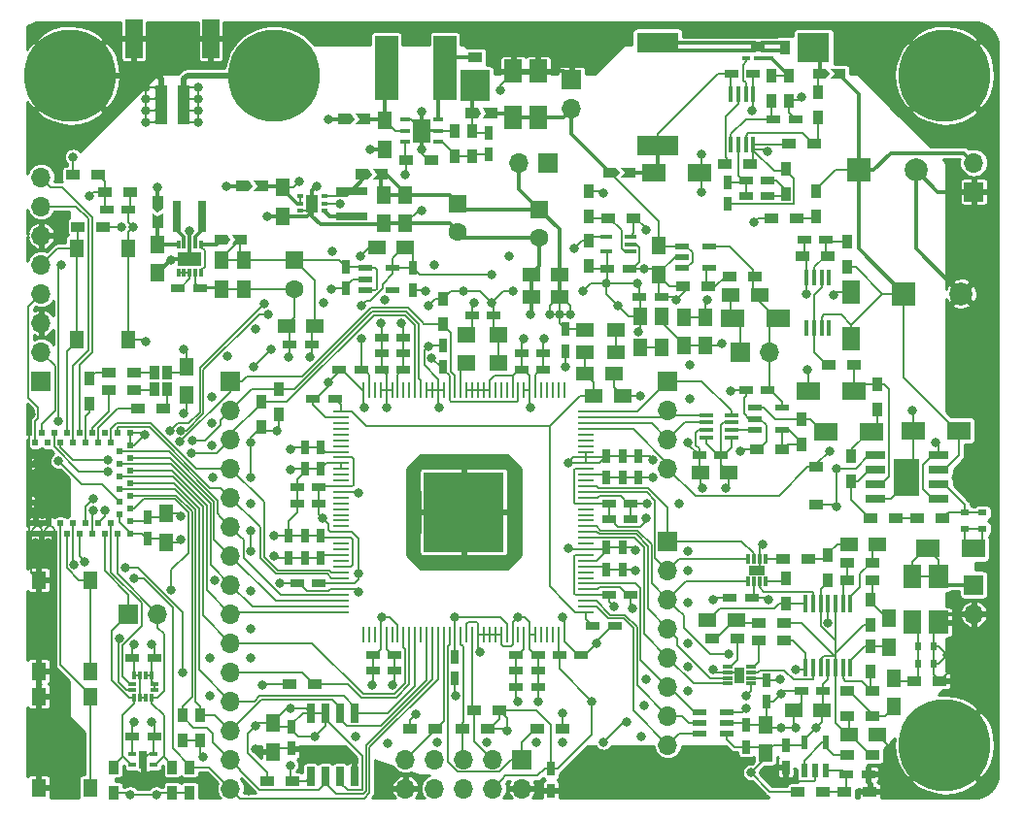
<source format=gbr>
G04 #@! TF.GenerationSoftware,KiCad,Pcbnew,(5.1.4)-1*
G04 #@! TF.CreationDate,2020-01-10T00:36:40-06:00*
G04 #@! TF.ProjectId,Capstone,43617073-746f-46e6-952e-6b696361645f,rev?*
G04 #@! TF.SameCoordinates,Original*
G04 #@! TF.FileFunction,Copper,L1,Top*
G04 #@! TF.FilePolarity,Positive*
%FSLAX46Y46*%
G04 Gerber Fmt 4.6, Leading zero omitted, Abs format (unit mm)*
G04 Created by KiCad (PCBNEW (5.1.4)-1) date 2020-01-10 00:36:40*
%MOMM*%
%LPD*%
G04 APERTURE LIST*
%ADD10C,0.100000*%
%ADD11R,2.770000X2.540000*%
%ADD12R,0.970000X1.270000*%
%ADD13R,2.540000X2.770000*%
%ADD14R,1.270000X0.970000*%
%ADD15R,1.200000X0.900000*%
%ADD16R,0.900000X1.200000*%
%ADD17R,2.000000X1.600000*%
%ADD18R,0.820000X1.420000*%
%ADD19R,0.850000X0.300000*%
%ADD20R,1.420000X0.820000*%
%ADD21R,0.300000X0.850000*%
%ADD22R,1.500000X1.250000*%
%ADD23R,1.250000X1.500000*%
%ADD24R,3.606800X1.803400*%
%ADD25R,7.000000X7.000000*%
%ADD26R,1.470000X0.280000*%
%ADD27R,0.280000X1.470000*%
%ADD28R,2.000000X5.700000*%
%ADD29R,1.600000X1.600000*%
%ADD30C,1.600000*%
%ADD31C,0.200000*%
%ADD32R,1.300000X1.550000*%
%ADD33C,8.000000*%
%ADD34C,0.900000*%
%ADD35R,1.500000X3.400000*%
%ADD36R,1.000000X3.500000*%
%ADD37R,0.299974X0.704088*%
%ADD38R,2.000000X1.200000*%
%ADD39R,1.700000X1.700000*%
%ADD40O,1.700000X1.700000*%
%ADD41R,0.700000X1.769999*%
%ADD42R,1.650000X1.450000*%
%ADD43R,0.750000X1.200000*%
%ADD44R,0.355600X1.600200*%
%ADD45R,0.568000X1.309599*%
%ADD46R,1.309599X0.568000*%
%ADD47R,0.441000X1.450000*%
%ADD48R,1.309599X0.441000*%
%ADD49R,2.260000X3.200000*%
%ADD50R,1.769999X0.700000*%
%ADD51R,1.600000X2.100000*%
%ADD52R,0.860000X0.370000*%
%ADD53R,0.700000X0.300000*%
%ADD54R,0.300000X0.700000*%
%ADD55R,0.700000X1.600000*%
%ADD56R,0.730000X0.400000*%
%ADD57R,1.004799X0.364800*%
%ADD58R,0.500000X0.500000*%
%ADD59R,0.600000X0.300000*%
%ADD60R,1.016000X1.600200*%
%ADD61R,1.700000X2.000000*%
%ADD62R,1.500000X1.300000*%
%ADD63R,1.300000X1.500000*%
%ADD64R,0.762000X0.300000*%
%ADD65R,1.150000X0.950000*%
%ADD66R,0.680999X0.301000*%
%ADD67R,2.700000X0.800000*%
%ADD68R,0.800000X2.700000*%
%ADD69C,0.500000*%
%ADD70R,0.600000X0.700000*%
%ADD71R,0.700000X0.600000*%
%ADD72R,0.831800X1.229100*%
%ADD73R,1.200000X0.750000*%
%ADD74R,1.600000X2.000000*%
%ADD75R,2.000000X2.000000*%
%ADD76C,2.000000*%
%ADD77C,0.800000*%
%ADD78C,0.160000*%
%ADD79C,0.300000*%
%ADD80C,0.200000*%
%ADD81C,0.500000*%
%ADD82C,0.254000*%
G04 APERTURE END LIST*
D10*
G36*
X111514000Y-112041000D02*
G01*
X112514000Y-112041000D01*
X112514000Y-112241000D01*
X111514000Y-112241000D01*
X111514000Y-112041000D01*
G37*
G36*
X151011000Y-106707000D02*
G01*
X152011000Y-106707000D01*
X152011000Y-106907000D01*
X151011000Y-106907000D01*
X151011000Y-106707000D01*
G37*
G36*
X123436000Y-105256000D02*
G01*
X122436000Y-105256000D01*
X122436000Y-105056000D01*
X123436000Y-105056000D01*
X123436000Y-105256000D01*
G37*
G36*
X103132000Y-118772000D02*
G01*
X104132000Y-118772000D01*
X104132000Y-118972000D01*
X103132000Y-118972000D01*
X103132000Y-118772000D01*
G37*
D11*
X156218000Y-97917000D03*
D12*
X153768000Y-97917000D03*
D13*
X126746000Y-101227000D03*
D14*
X126746000Y-98777000D03*
D15*
X148506000Y-108077000D03*
X150706000Y-108077000D03*
D16*
X154051000Y-100373000D03*
X154051000Y-102573000D03*
X153797000Y-110701000D03*
X153797000Y-108501000D03*
X152527000Y-100373000D03*
X152527000Y-102573000D03*
D15*
X156294000Y-106299000D03*
X154094000Y-106299000D03*
D16*
X156591000Y-101770000D03*
X156591000Y-103970000D03*
D15*
X147023000Y-118745000D03*
X144823000Y-118745000D03*
X151087000Y-117856000D03*
X148887000Y-117856000D03*
D16*
X124968000Y-107399000D03*
X124968000Y-105199000D03*
D15*
X120693000Y-107696000D03*
X122893000Y-107696000D03*
D16*
X126492000Y-105199000D03*
X126492000Y-107399000D03*
D17*
X159734000Y-127889000D03*
X155734000Y-127889000D03*
D18*
X149733000Y-152654000D03*
D19*
X148733000Y-151903999D03*
X148733000Y-152404000D03*
X148733000Y-152904000D03*
X148733000Y-153404001D03*
X150733000Y-153404001D03*
X150733000Y-152904000D03*
X150733000Y-152404000D03*
X150733000Y-151903999D03*
D20*
X151257000Y-143510000D03*
D21*
X152007001Y-142510000D03*
X151507000Y-142510000D03*
X151007000Y-142510000D03*
X150506999Y-142510000D03*
X150506999Y-144510000D03*
X151007000Y-144510000D03*
X151507000Y-144510000D03*
X152007001Y-144510000D03*
D22*
X146959000Y-147828000D03*
X149459000Y-147828000D03*
X161778000Y-141224000D03*
X159278000Y-141224000D03*
D23*
X162814000Y-150221000D03*
X162814000Y-147721000D03*
X163195000Y-152928000D03*
X163195000Y-155428000D03*
D22*
X159278000Y-157861000D03*
X161778000Y-157861000D03*
D15*
X165016000Y-153162000D03*
X167216000Y-153162000D03*
D24*
X142621000Y-106476800D03*
X142621000Y-97485200D03*
D25*
X125730000Y-138430000D03*
D26*
X115060000Y-147180000D03*
X115060000Y-146680000D03*
X115060000Y-146180000D03*
X115060000Y-145680000D03*
X115060000Y-145180000D03*
X115060000Y-144680000D03*
X115060000Y-144180000D03*
X115060000Y-143680000D03*
X115060000Y-143180000D03*
X115060000Y-142680000D03*
X115060000Y-142180000D03*
X115060000Y-141680000D03*
X115060000Y-141180000D03*
X115060000Y-140680000D03*
X115060000Y-140180000D03*
X115060000Y-139680000D03*
X115060000Y-139180000D03*
X115060000Y-138680000D03*
X115060000Y-138180000D03*
X115060000Y-137680000D03*
X115060000Y-137180000D03*
X115060000Y-136680000D03*
X115060000Y-136180000D03*
X115060000Y-135680000D03*
X115060000Y-135180000D03*
X115060000Y-134680000D03*
X115060000Y-134180000D03*
X115060000Y-133680000D03*
X115060000Y-133180000D03*
X115060000Y-132680000D03*
X115060000Y-132180000D03*
X115060000Y-131680000D03*
X115060000Y-131180000D03*
X115060000Y-130680000D03*
X115060000Y-130180000D03*
X115060000Y-129680000D03*
D27*
X116980000Y-127760000D03*
X117480000Y-127760000D03*
X117980000Y-127760000D03*
X118480000Y-127760000D03*
X118980000Y-127760000D03*
X119480000Y-127760000D03*
X119980000Y-127760000D03*
X120480000Y-127760000D03*
X120980000Y-127760000D03*
X121480000Y-127760000D03*
X121980000Y-127760000D03*
X122480000Y-127760000D03*
X122980000Y-127760000D03*
X123480000Y-127760000D03*
X123980000Y-127760000D03*
X124480000Y-127760000D03*
X124980000Y-127760000D03*
X125480000Y-127760000D03*
X125980000Y-127760000D03*
X126480000Y-127760000D03*
X126980000Y-127760000D03*
X127480000Y-127760000D03*
X127980000Y-127760000D03*
X128480000Y-127760000D03*
X128980000Y-127760000D03*
X129480000Y-127760000D03*
X129980000Y-127760000D03*
X130480000Y-127760000D03*
X130980000Y-127760000D03*
X131480000Y-127760000D03*
X131980000Y-127760000D03*
X132480000Y-127760000D03*
X132980000Y-127760000D03*
X133480000Y-127760000D03*
X133980000Y-127760000D03*
X134480000Y-127760000D03*
D26*
X136400000Y-129680000D03*
X136400000Y-130180000D03*
X136400000Y-130680000D03*
X136400000Y-131180000D03*
X136400000Y-131680000D03*
X136400000Y-132180000D03*
X136400000Y-132680000D03*
X136400000Y-133180000D03*
X136400000Y-133680000D03*
X136400000Y-134180000D03*
X136400000Y-134680000D03*
X136400000Y-135180000D03*
X136400000Y-135680000D03*
X136400000Y-136180000D03*
X136400000Y-136680000D03*
X136400000Y-137180000D03*
X136400000Y-137680000D03*
X136400000Y-138180000D03*
X136400000Y-138680000D03*
X136400000Y-139180000D03*
X136400000Y-139680000D03*
X136400000Y-140180000D03*
X136400000Y-140680000D03*
X136400000Y-141180000D03*
X136400000Y-141680000D03*
X136400000Y-142180000D03*
X136400000Y-142680000D03*
X136400000Y-143180000D03*
X136400000Y-143680000D03*
X136400000Y-144180000D03*
X136400000Y-144680000D03*
X136400000Y-145180000D03*
X136400000Y-145680000D03*
X136400000Y-146180000D03*
X136400000Y-146680000D03*
X136400000Y-147180000D03*
D27*
X134480000Y-149100000D03*
X133980000Y-149100000D03*
X133480000Y-149100000D03*
X132980000Y-149100000D03*
X132480000Y-149100000D03*
X131980000Y-149100000D03*
X131480000Y-149100000D03*
X130980000Y-149100000D03*
X130480000Y-149100000D03*
X129980000Y-149100000D03*
X129480000Y-149100000D03*
X128980000Y-149100000D03*
X128480000Y-149100000D03*
X127980000Y-149100000D03*
X127480000Y-149100000D03*
X126980000Y-149100000D03*
X126480000Y-149100000D03*
X125980000Y-149100000D03*
X125480000Y-149100000D03*
X124980000Y-149100000D03*
X124480000Y-149100000D03*
X123980000Y-149100000D03*
X123480000Y-149100000D03*
X122980000Y-149100000D03*
X122480000Y-149100000D03*
X121980000Y-149100000D03*
X121480000Y-149100000D03*
X120980000Y-149100000D03*
X120480000Y-149100000D03*
X119980000Y-149100000D03*
X119480000Y-149100000D03*
X118980000Y-149100000D03*
X118480000Y-149100000D03*
X117980000Y-149100000D03*
X117480000Y-149100000D03*
X116980000Y-149100000D03*
D28*
X124089000Y-99695000D03*
X118989000Y-99695000D03*
D29*
X132334000Y-112014000D03*
D30*
X132334000Y-114514000D03*
D31*
X111514000Y-112141000D03*
X112514000Y-112141000D03*
D32*
X93182000Y-162471000D03*
X88682000Y-162471000D03*
X93182000Y-154521000D03*
X88682000Y-154521000D03*
X93182000Y-152311000D03*
X88682000Y-152311000D03*
X93182000Y-144361000D03*
X88682000Y-144361000D03*
D31*
X151011000Y-106807000D03*
X152011000Y-106807000D03*
X123436000Y-105156000D03*
X122436000Y-105156000D03*
X103132000Y-118872000D03*
X104132000Y-118872000D03*
D33*
X167640000Y-158750000D03*
D34*
X170640000Y-158750000D03*
X169761320Y-160871320D03*
X167640000Y-161750000D03*
X165518680Y-160871320D03*
X164640000Y-158750000D03*
X165518680Y-156628680D03*
X167640000Y-155750000D03*
X169761320Y-156628680D03*
D33*
X167640000Y-100330000D03*
D34*
X170640000Y-100330000D03*
X169761320Y-102451320D03*
X167640000Y-103330000D03*
X165518680Y-102451320D03*
X164640000Y-100330000D03*
X165518680Y-98208680D03*
X167640000Y-97330000D03*
X169761320Y-98208680D03*
D35*
X103680000Y-97120000D03*
X96980000Y-97120000D03*
D36*
X101330000Y-102870000D03*
X99330000Y-102870000D03*
D37*
X102854001Y-115130072D03*
X102353999Y-115130072D03*
X101854000Y-115130072D03*
X101354001Y-115130072D03*
X100853999Y-115130072D03*
X100853999Y-117533928D03*
X101354001Y-117533928D03*
X101854000Y-117533928D03*
X102353999Y-117533928D03*
X102854001Y-117533928D03*
D38*
X101854000Y-116332000D03*
D39*
X143510000Y-140970000D03*
D40*
X143510000Y-143510000D03*
X143510000Y-146050000D03*
X143510000Y-148590000D03*
X143510000Y-151130000D03*
X143510000Y-153670000D03*
X143510000Y-156210000D03*
X143510000Y-158750000D03*
D39*
X105410000Y-127000000D03*
D40*
X105410000Y-129540000D03*
X105410000Y-132080000D03*
X105410000Y-134620000D03*
X105410000Y-137160000D03*
X105410000Y-139700000D03*
X105410000Y-142240000D03*
X105410000Y-144780000D03*
X105410000Y-147320000D03*
X105410000Y-149860000D03*
X105410000Y-152400000D03*
X105410000Y-154940000D03*
X105410000Y-157480000D03*
X105410000Y-160020000D03*
X105410000Y-162560000D03*
D41*
X112395000Y-161513800D03*
X113665000Y-161513800D03*
X114935000Y-161513800D03*
X116205000Y-161513800D03*
X116205000Y-155986200D03*
X114935000Y-155986200D03*
X113665000Y-155986200D03*
X112395000Y-155986200D03*
D39*
X143510000Y-127000000D03*
D40*
X143510000Y-129540000D03*
X143510000Y-132080000D03*
X143510000Y-134620000D03*
D42*
X128776000Y-125431000D03*
X125986000Y-125431000D03*
X125986000Y-122981000D03*
X128776000Y-122981000D03*
D43*
X133350000Y-160848000D03*
X133350000Y-162748000D03*
D39*
X130810000Y-160020000D03*
D40*
X130810000Y-162560000D03*
X128270000Y-160020000D03*
X128270000Y-162560000D03*
X125730000Y-160020000D03*
X125730000Y-162560000D03*
X123190000Y-160020000D03*
X123190000Y-162560000D03*
X120650000Y-160020000D03*
X120650000Y-162560000D03*
D44*
X155529999Y-152024999D03*
X156180000Y-152024999D03*
X156830001Y-152024999D03*
X157480000Y-152024999D03*
X158129999Y-152024999D03*
X158780000Y-152024999D03*
X159429999Y-152024999D03*
X159430001Y-146425001D03*
X158780000Y-146425001D03*
X158130001Y-146425001D03*
X157480000Y-146425001D03*
X156830001Y-146425001D03*
X156180000Y-146425001D03*
X155530001Y-146425001D03*
D45*
X155397200Y-160959800D03*
X156337000Y-160959800D03*
X157276800Y-160959800D03*
X157276800Y-158572200D03*
X155397200Y-158572200D03*
D46*
X148640800Y-157784800D03*
X148640800Y-156845000D03*
X148640800Y-155905200D03*
X146253200Y-155905200D03*
X146253200Y-156845000D03*
X146253200Y-157784800D03*
D47*
X157565999Y-117942000D03*
X156916001Y-117942000D03*
X156265999Y-117942000D03*
X155616001Y-117942000D03*
X155616001Y-122342000D03*
X156265999Y-122342000D03*
X156916001Y-122342000D03*
X157565999Y-122342000D03*
D48*
X149047200Y-131911999D03*
X149047200Y-131262001D03*
X149047200Y-130611999D03*
X149047200Y-129962001D03*
X146862800Y-129962001D03*
X146862800Y-130611999D03*
X146862800Y-131262001D03*
X146862800Y-131911999D03*
D49*
X164338000Y-135382000D03*
D50*
X161574200Y-133477000D03*
X161574200Y-134747000D03*
X161574200Y-136017000D03*
X161574200Y-137287000D03*
X167101800Y-137287000D03*
X167101800Y-136017000D03*
X167101800Y-134747000D03*
X167101800Y-133477000D03*
D46*
X151079200Y-129362200D03*
X151079200Y-130302000D03*
X151079200Y-131241800D03*
X153466800Y-131241800D03*
X153466800Y-129362200D03*
D47*
X149012001Y-106340000D03*
X149661999Y-106340000D03*
X150312001Y-106340000D03*
X150961999Y-106340000D03*
X150961999Y-101940000D03*
X150312001Y-101940000D03*
X149661999Y-101940000D03*
X149012001Y-101940000D03*
D46*
X144729200Y-115265200D03*
X144729200Y-116205000D03*
X144729200Y-117144800D03*
X147116800Y-117144800D03*
X147116800Y-115265200D03*
D51*
X122047000Y-105156000D03*
D52*
X123482000Y-106106000D03*
X123482000Y-104206000D03*
X123482000Y-105156000D03*
X120612000Y-106106000D03*
X120612000Y-104206000D03*
X120612000Y-105156000D03*
D53*
X96840000Y-153920000D03*
X96840000Y-153420000D03*
D54*
X97040000Y-152720000D03*
X97540000Y-152720000D03*
X98040000Y-152720000D03*
X98540000Y-152720000D03*
D53*
X98740000Y-153420000D03*
X98740000Y-153920000D03*
D54*
X98540000Y-154620000D03*
X98040000Y-154620000D03*
X97540000Y-154620000D03*
X97040000Y-154620000D03*
D55*
X97790000Y-160020000D03*
D56*
X98710000Y-159545000D03*
X98710000Y-160495000D03*
X96870000Y-160495000D03*
X96870000Y-159545000D03*
D57*
X140233400Y-115711999D03*
X140233400Y-115062000D03*
X140233400Y-114412001D03*
X138150600Y-114412001D03*
X138150600Y-115711999D03*
D58*
X87820000Y-137540000D03*
X87820000Y-134240000D03*
X87820000Y-131490000D03*
X88370000Y-132390000D03*
X88920000Y-131490000D03*
X89470000Y-132390000D03*
X90020000Y-131490000D03*
X90570000Y-132390000D03*
X91120000Y-131490000D03*
X91670000Y-132390000D03*
X92220000Y-131490000D03*
X92770000Y-132390000D03*
X93320000Y-131490000D03*
X93870000Y-132390000D03*
X94420000Y-131490000D03*
X94970000Y-132390000D03*
X95520000Y-131490000D03*
X96620000Y-131490000D03*
X96620000Y-132590000D03*
X95720000Y-133140000D03*
X96620000Y-133690000D03*
X95720000Y-134240000D03*
X96620000Y-134790000D03*
X95720000Y-135340000D03*
X96620000Y-135890000D03*
X95720000Y-136440000D03*
X96620000Y-136990000D03*
X95720000Y-137540000D03*
X96620000Y-138090000D03*
X95720000Y-138640000D03*
X96620000Y-139190000D03*
X96620000Y-140290000D03*
X95520000Y-140290000D03*
X94970000Y-139390000D03*
X94420000Y-140290000D03*
X93870000Y-139390000D03*
X93320000Y-140290000D03*
X92770000Y-139390000D03*
X92220000Y-140290000D03*
X91670000Y-139390000D03*
X91120000Y-140290000D03*
X90570000Y-139390000D03*
X90020000Y-140290000D03*
X89470000Y-139390000D03*
X88920000Y-140290000D03*
X88370000Y-139390000D03*
X87820000Y-140290000D03*
D59*
X113572000Y-112155999D03*
X113572000Y-111506000D03*
X113572000Y-110856001D03*
X111472000Y-110856001D03*
X111472000Y-111506000D03*
X111472000Y-112155999D03*
D60*
X112522000Y-111506000D03*
D46*
X117170200Y-117170200D03*
X117170200Y-118110000D03*
X117170200Y-119049800D03*
X119557800Y-119049800D03*
X119557800Y-117170200D03*
D32*
X91984000Y-115405000D03*
X96484000Y-115405000D03*
X91984000Y-123355000D03*
X96484000Y-123355000D03*
D61*
X167132000Y-144050000D03*
X167132000Y-148050000D03*
D15*
X158920000Y-162814000D03*
X161120000Y-162814000D03*
X161374000Y-159639000D03*
X159174000Y-159639000D03*
X154856000Y-162814000D03*
X157056000Y-162814000D03*
X151427000Y-148082000D03*
X153627000Y-148082000D03*
D16*
X157480000Y-142156000D03*
X157480000Y-144356000D03*
X161163000Y-146093000D03*
X161163000Y-148293000D03*
D15*
X161374000Y-156210000D03*
X159174000Y-156210000D03*
X149563000Y-149479000D03*
X147363000Y-149479000D03*
X153586000Y-142494000D03*
X155786000Y-142494000D03*
X159174000Y-144399000D03*
X161374000Y-144399000D03*
X161374000Y-154051000D03*
X159174000Y-154051000D03*
X153627000Y-149606000D03*
X151427000Y-149606000D03*
D16*
X153797000Y-146388000D03*
X153797000Y-144188000D03*
D15*
X161374000Y-142875000D03*
X159174000Y-142875000D03*
D16*
X161163000Y-150157000D03*
X161163000Y-152357000D03*
D15*
X157437000Y-116078000D03*
X155237000Y-116078000D03*
X157523000Y-125603000D03*
X159723000Y-125603000D03*
D16*
X159131000Y-117051000D03*
X159131000Y-114851000D03*
D15*
X153500000Y-132969000D03*
X151300000Y-132969000D03*
D16*
X161798000Y-127297000D03*
X161798000Y-129497000D03*
X155194000Y-130345000D03*
X155194000Y-132545000D03*
X159512000Y-133520000D03*
X159512000Y-135720000D03*
D15*
X165270000Y-138938000D03*
X167470000Y-138938000D03*
X161206000Y-138938000D03*
X163406000Y-138938000D03*
D16*
X108077000Y-128821000D03*
X108077000Y-131021000D03*
X109601000Y-127678000D03*
X109601000Y-129878000D03*
X123952000Y-122004000D03*
X123952000Y-119804000D03*
D15*
X126662000Y-155702000D03*
X128862000Y-155702000D03*
X125646000Y-157353000D03*
X127846000Y-157353000D03*
X132123000Y-157353000D03*
X134323000Y-157353000D03*
X123274000Y-157353000D03*
X121074000Y-157353000D03*
D16*
X101854000Y-160698000D03*
X101854000Y-162898000D03*
X101219000Y-156126000D03*
X101219000Y-158326000D03*
X102743000Y-156126000D03*
X102743000Y-158326000D03*
D15*
X112733000Y-153416000D03*
X110533000Y-153416000D03*
X110828000Y-161925000D03*
X108628000Y-161925000D03*
D16*
X136652000Y-112606000D03*
X136652000Y-110406000D03*
D15*
X140546000Y-112776000D03*
X138346000Y-112776000D03*
D16*
X136652000Y-116924000D03*
X136652000Y-114724000D03*
D15*
X154770000Y-112776000D03*
X152570000Y-112776000D03*
D16*
X156464000Y-110406000D03*
X156464000Y-112606000D03*
D15*
X96985000Y-126238000D03*
X94785000Y-126238000D03*
D16*
X93091000Y-126789000D03*
X93091000Y-128989000D03*
D15*
X94467500Y-110553500D03*
X96667500Y-110553500D03*
X96985000Y-127762000D03*
X94785000Y-127762000D03*
X94318000Y-113538000D03*
X92118000Y-113538000D03*
D16*
X100330000Y-162898000D03*
X100330000Y-160698000D03*
D15*
X99525000Y-129413000D03*
X97325000Y-129413000D03*
D16*
X95250000Y-162898000D03*
X95250000Y-160698000D03*
D15*
X91673500Y-109029500D03*
X93873500Y-109029500D03*
D62*
X136318000Y-124460000D03*
X139018000Y-124460000D03*
D63*
X143002000Y-121332000D03*
X143002000Y-124032000D03*
D64*
X151384000Y-98821000D03*
D65*
X151384000Y-97846000D03*
D66*
X150370400Y-97521001D03*
X150370400Y-98171000D03*
X150370400Y-98820999D03*
X152397600Y-98820999D03*
X152397600Y-98171000D03*
X152397600Y-97521001D03*
D62*
X136318000Y-122555000D03*
X139018000Y-122555000D03*
D67*
X115951000Y-112606000D03*
X115951000Y-110406000D03*
D63*
X141097000Y-121332000D03*
X141097000Y-124032000D03*
D68*
X100754000Y-112649000D03*
X102954000Y-112649000D03*
D69*
X156807000Y-100203000D03*
D10*
G36*
X157607000Y-100203000D02*
G01*
X157307000Y-100653000D01*
X156207000Y-100653000D01*
X156207000Y-99753000D01*
X157307000Y-99753000D01*
X157607000Y-100203000D01*
X157607000Y-100203000D01*
G37*
D69*
X158407000Y-100203000D03*
D10*
G36*
X159007000Y-100653000D02*
G01*
X157707000Y-100653000D01*
X158007000Y-100203000D01*
X157707000Y-99753000D01*
X159007000Y-99753000D01*
X159007000Y-100653000D01*
X159007000Y-100653000D01*
G37*
D69*
X138519000Y-108839000D03*
D10*
G36*
X139319000Y-108839000D02*
G01*
X139019000Y-109289000D01*
X137919000Y-109289000D01*
X137919000Y-108389000D01*
X139019000Y-108389000D01*
X139319000Y-108839000D01*
X139319000Y-108839000D01*
G37*
D69*
X140119000Y-108839000D03*
D10*
G36*
X140719000Y-109289000D02*
G01*
X139419000Y-109289000D01*
X139719000Y-108839000D01*
X139419000Y-108389000D01*
X140719000Y-108389000D01*
X140719000Y-109289000D01*
X140719000Y-109289000D01*
G37*
D69*
X126454000Y-103632000D03*
D10*
G36*
X127254000Y-103632000D02*
G01*
X126954000Y-104082000D01*
X125854000Y-104082000D01*
X125854000Y-103182000D01*
X126954000Y-103182000D01*
X127254000Y-103632000D01*
X127254000Y-103632000D01*
G37*
D69*
X128054000Y-103632000D03*
D10*
G36*
X128654000Y-104082000D02*
G01*
X127354000Y-104082000D01*
X127654000Y-103632000D01*
X127354000Y-103182000D01*
X128654000Y-103182000D01*
X128654000Y-104082000D01*
X128654000Y-104082000D01*
G37*
D69*
X115405000Y-104140000D03*
D10*
G36*
X116205000Y-104140000D02*
G01*
X115905000Y-104590000D01*
X114805000Y-104590000D01*
X114805000Y-103690000D01*
X115905000Y-103690000D01*
X116205000Y-104140000D01*
X116205000Y-104140000D01*
G37*
D69*
X117005000Y-104140000D03*
D10*
G36*
X117605000Y-104590000D02*
G01*
X116305000Y-104590000D01*
X116605000Y-104140000D01*
X116305000Y-103690000D01*
X117605000Y-103690000D01*
X117605000Y-104590000D01*
X117605000Y-104590000D01*
G37*
D69*
X116929000Y-108966000D03*
D10*
G36*
X117729000Y-108966000D02*
G01*
X117429000Y-109416000D01*
X116329000Y-109416000D01*
X116329000Y-108516000D01*
X117429000Y-108516000D01*
X117729000Y-108966000D01*
X117729000Y-108966000D01*
G37*
D69*
X118529000Y-108966000D03*
D10*
G36*
X119129000Y-109416000D02*
G01*
X117829000Y-109416000D01*
X118129000Y-108966000D01*
X117829000Y-108516000D01*
X119129000Y-108516000D01*
X119129000Y-109416000D01*
X119129000Y-109416000D01*
G37*
D69*
X106515000Y-109982000D03*
D10*
G36*
X107315000Y-109982000D02*
G01*
X107015000Y-110432000D01*
X105915000Y-110432000D01*
X105915000Y-109532000D01*
X107015000Y-109532000D01*
X107315000Y-109982000D01*
X107315000Y-109982000D01*
G37*
D69*
X108115000Y-109982000D03*
D10*
G36*
X108715000Y-110432000D02*
G01*
X107415000Y-110432000D01*
X107715000Y-109982000D01*
X107415000Y-109532000D01*
X108715000Y-109532000D01*
X108715000Y-110432000D01*
X108715000Y-110432000D01*
G37*
D69*
X104610000Y-114681000D03*
D10*
G36*
X105410000Y-114681000D02*
G01*
X105110000Y-115131000D01*
X104010000Y-115131000D01*
X104010000Y-114231000D01*
X105110000Y-114231000D01*
X105410000Y-114681000D01*
X105410000Y-114681000D01*
G37*
D69*
X106210000Y-114681000D03*
D10*
G36*
X106810000Y-115131000D02*
G01*
X105510000Y-115131000D01*
X105810000Y-114681000D01*
X105510000Y-114231000D01*
X106810000Y-114231000D01*
X106810000Y-115131000D01*
X106810000Y-115131000D01*
G37*
D69*
X99060000Y-111468000D03*
D10*
G36*
X99060000Y-112268000D02*
G01*
X98610000Y-111968000D01*
X98610000Y-110868000D01*
X99510000Y-110868000D01*
X99510000Y-111968000D01*
X99060000Y-112268000D01*
X99060000Y-112268000D01*
G37*
D69*
X99060000Y-113068000D03*
D10*
G36*
X98610000Y-113668000D02*
G01*
X98610000Y-112368000D01*
X99060000Y-112668000D01*
X99510000Y-112368000D01*
X99510000Y-113668000D01*
X98610000Y-113668000D01*
X98610000Y-113668000D01*
G37*
D39*
X170180000Y-110490000D03*
D40*
X170180000Y-107950000D03*
D39*
X135128000Y-100711000D03*
D40*
X135128000Y-103251000D03*
D39*
X149860000Y-124460000D03*
D40*
X152400000Y-124460000D03*
D39*
X96520000Y-147320000D03*
D40*
X99060000Y-147320000D03*
D39*
X88900000Y-127000000D03*
D40*
X88900000Y-124460000D03*
X88900000Y-121920000D03*
X88900000Y-119380000D03*
X88900000Y-116840000D03*
X88900000Y-114300000D03*
X88900000Y-111760000D03*
X88900000Y-109220000D03*
D39*
X133096000Y-107950000D03*
D40*
X130556000Y-107950000D03*
D39*
X170180000Y-144780000D03*
D40*
X170180000Y-147320000D03*
D33*
X91440000Y-100330000D03*
D34*
X94440000Y-100330000D03*
X93561320Y-102451320D03*
X91440000Y-103330000D03*
X89318680Y-102451320D03*
X88440000Y-100330000D03*
X89318680Y-98208680D03*
X91440000Y-97330000D03*
X93561320Y-98208680D03*
D33*
X109220000Y-100330000D03*
D34*
X112220000Y-100330000D03*
X111341320Y-102451320D03*
X109220000Y-103330000D03*
X107098680Y-102451320D03*
X106220000Y-100330000D03*
X107098680Y-98208680D03*
X109220000Y-97330000D03*
X111341320Y-98208680D03*
D70*
X166689000Y-150114000D03*
X165289000Y-150114000D03*
X165289000Y-151638000D03*
X166689000Y-151638000D03*
D15*
X156464000Y-134494000D03*
X156464000Y-137794000D03*
D71*
X169418000Y-139892000D03*
X169418000Y-138492000D03*
X170942000Y-139892000D03*
X170942000Y-138492000D03*
D72*
X99864000Y-127750000D03*
X98764000Y-127750000D03*
X98764000Y-126250000D03*
X99864000Y-126250000D03*
D73*
X159070000Y-161290000D03*
X160970000Y-161290000D03*
D43*
X153797000Y-158816000D03*
X153797000Y-160716000D03*
D22*
X156952000Y-155702000D03*
X154452000Y-155702000D03*
D73*
X157033000Y-154051000D03*
X155133000Y-154051000D03*
D74*
X164846000Y-148050000D03*
X164846000Y-144050000D03*
D23*
X152019000Y-159492000D03*
X152019000Y-156992000D03*
D43*
X150368000Y-158938000D03*
X150368000Y-157038000D03*
D73*
X150810000Y-145923000D03*
X148910000Y-145923000D03*
D43*
X152146000Y-153101000D03*
X152146000Y-155001000D03*
D73*
X157287000Y-114681000D03*
X155387000Y-114681000D03*
D74*
X159512000Y-123285000D03*
X159512000Y-119285000D03*
D17*
X170148000Y-141605000D03*
X166148000Y-141605000D03*
X161258000Y-131445000D03*
X157258000Y-131445000D03*
D73*
X152207000Y-127762000D03*
X150307000Y-127762000D03*
D22*
X148824000Y-135001000D03*
X146324000Y-135001000D03*
D73*
X148143000Y-133477000D03*
X146243000Y-133477000D03*
D17*
X164878000Y-131318000D03*
X168878000Y-131318000D03*
D22*
X112756000Y-122174000D03*
X110256000Y-122174000D03*
D73*
X112456000Y-123825000D03*
X110556000Y-123825000D03*
X113091000Y-137668000D03*
X111191000Y-137668000D03*
X138369000Y-139065000D03*
X140269000Y-139065000D03*
X113091000Y-144653000D03*
X111191000Y-144653000D03*
X113091000Y-136271000D03*
X111191000Y-136271000D03*
D43*
X123952000Y-125791000D03*
X123952000Y-123891000D03*
D73*
X138369000Y-137668000D03*
X140269000Y-137668000D03*
X138369000Y-145669000D03*
X140269000Y-145669000D03*
D43*
X124968000Y-151069000D03*
X124968000Y-152969000D03*
D22*
X134092000Y-119634000D03*
X131592000Y-119634000D03*
X134092000Y-117729000D03*
X131592000Y-117729000D03*
D73*
X120457000Y-123190000D03*
X118557000Y-123190000D03*
D43*
X110490000Y-142428000D03*
X110490000Y-140528000D03*
X140970000Y-135443000D03*
X140970000Y-133543000D03*
D73*
X130291800Y-153670000D03*
X132191800Y-153670000D03*
D43*
X111887000Y-142428000D03*
X111887000Y-140528000D03*
X111887000Y-132781000D03*
X111887000Y-134681000D03*
D73*
X120457000Y-124587000D03*
X118557000Y-124587000D03*
X132649000Y-124587000D03*
X130749000Y-124587000D03*
D43*
X139573000Y-135443000D03*
X139573000Y-133543000D03*
X139573000Y-143444000D03*
X139573000Y-141544000D03*
D73*
X130291800Y-152273000D03*
X132191800Y-152273000D03*
X119695000Y-152273000D03*
X117795000Y-152273000D03*
D43*
X113284000Y-142428000D03*
X113284000Y-140528000D03*
X113284000Y-132781000D03*
X113284000Y-134681000D03*
D73*
X120457000Y-125984000D03*
X118557000Y-125984000D03*
X132649000Y-125984000D03*
X130749000Y-125984000D03*
D43*
X138176000Y-135443000D03*
X138176000Y-133543000D03*
X138176000Y-143444000D03*
X138176000Y-141544000D03*
D73*
X130291800Y-150876000D03*
X132191800Y-150876000D03*
X119695000Y-150876000D03*
X117795000Y-150876000D03*
X116774000Y-125984000D03*
X114874000Y-125984000D03*
X134051000Y-150876000D03*
X135951000Y-150876000D03*
X114488000Y-128524000D03*
X112588000Y-128524000D03*
X136972000Y-148336000D03*
X138872000Y-148336000D03*
X128331000Y-121285000D03*
X126431000Y-121285000D03*
X152720000Y-104140000D03*
X154620000Y-104140000D03*
D43*
X148717000Y-109667000D03*
X148717000Y-111567000D03*
D73*
X150307000Y-110871000D03*
X152207000Y-110871000D03*
X150307000Y-109474000D03*
X152207000Y-109474000D03*
D75*
X164084000Y-119380000D03*
D76*
X169084000Y-119380000D03*
D75*
X160147000Y-108585000D03*
D76*
X165147000Y-108585000D03*
D73*
X149037000Y-100203000D03*
X150937000Y-100203000D03*
D17*
X142272000Y-108839000D03*
X146272000Y-108839000D03*
X153130000Y-121539000D03*
X149130000Y-121539000D03*
D22*
X151491000Y-119507000D03*
X148991000Y-119507000D03*
D23*
X142748000Y-115209000D03*
X142748000Y-117709000D03*
D43*
X127889000Y-105349000D03*
X127889000Y-107249000D03*
D74*
X132207000Y-103981000D03*
X132207000Y-99981000D03*
X130048000Y-103981000D03*
X130048000Y-99981000D03*
D23*
X118872000Y-104287000D03*
X118872000Y-106787000D03*
X109093000Y-156865000D03*
X109093000Y-159365000D03*
D43*
X110744000Y-157165000D03*
X110744000Y-159065000D03*
D73*
X96840000Y-151130000D03*
X98740000Y-151130000D03*
X96840000Y-157988000D03*
X98740000Y-157988000D03*
X138242000Y-117221000D03*
X140142000Y-117221000D03*
X94617500Y-112014000D03*
X96517500Y-112014000D03*
D23*
X101600000Y-125750000D03*
X101600000Y-128250000D03*
X99822000Y-138577000D03*
X99822000Y-141077000D03*
D43*
X98171000Y-138877000D03*
X98171000Y-140777000D03*
D22*
X137053000Y-128270000D03*
X139553000Y-128270000D03*
X136291000Y-126365000D03*
X138791000Y-126365000D03*
D43*
X134620000Y-122494000D03*
X134620000Y-124394000D03*
D29*
X125222000Y-111506000D03*
D30*
X125222000Y-114006000D03*
D23*
X118745000Y-110764000D03*
X118745000Y-113264000D03*
X120650000Y-110764000D03*
X120650000Y-113264000D03*
X109982000Y-110129000D03*
X109982000Y-112629000D03*
X146812000Y-123932000D03*
X146812000Y-121432000D03*
X144907000Y-123932000D03*
X144907000Y-121432000D03*
D73*
X141036000Y-119634000D03*
X142936000Y-119634000D03*
D22*
X120630000Y-115316000D03*
X118130000Y-115316000D03*
D43*
X121285000Y-117160000D03*
X121285000Y-119060000D03*
X115443000Y-117033000D03*
X115443000Y-118933000D03*
D73*
X100843000Y-118872000D03*
X102743000Y-118872000D03*
D29*
X110998000Y-116459000D03*
D30*
X110998000Y-118959000D03*
D23*
X106553000Y-116479000D03*
X106553000Y-118979000D03*
X104648000Y-116479000D03*
X104648000Y-118979000D03*
X99060000Y-115082000D03*
X99060000Y-117582000D03*
D77*
X88011000Y-158496000D03*
X164846000Y-135382000D03*
X163830000Y-135382000D03*
X164846000Y-136398000D03*
X163830000Y-136398000D03*
X164846000Y-134366000D03*
X163830000Y-134366000D03*
X128270000Y-137160000D03*
X128270000Y-135890000D03*
X127000000Y-137160000D03*
X127000000Y-135890000D03*
X124460000Y-137160000D03*
X123190000Y-137160000D03*
X123190000Y-135890000D03*
X124460000Y-135890000D03*
X128270000Y-140970000D03*
X128270000Y-139700000D03*
X127000000Y-140970000D03*
X127000000Y-139700000D03*
X124460000Y-140970000D03*
X123190000Y-140970000D03*
X123190000Y-139700000D03*
X124460000Y-139700000D03*
X125730000Y-140970000D03*
X125730000Y-139700000D03*
X125730000Y-135890000D03*
X125730000Y-137160000D03*
X128270000Y-138430000D03*
X127000000Y-138430000D03*
X123190000Y-138430000D03*
X124460000Y-138430000D03*
X125730000Y-138430000D03*
X124992999Y-154432000D03*
X117729000Y-153543000D03*
X140716000Y-141732000D03*
X130937000Y-123317000D03*
X110617000Y-134747000D03*
X141681200Y-137668000D03*
X109728000Y-144653000D03*
X98552000Y-149987000D03*
X98552000Y-156718000D03*
X107569000Y-159131000D03*
X109220000Y-140462000D03*
X132207000Y-154940000D03*
X118491000Y-121920000D03*
X151765000Y-141224000D03*
X147447000Y-146050000D03*
X147447000Y-152146000D03*
X153416000Y-154305000D03*
X154686000Y-157226000D03*
X157480000Y-148082000D03*
X153416000Y-157226000D03*
X140462000Y-146862800D03*
X101854000Y-113919000D03*
X98044000Y-123571000D03*
X96901000Y-113538000D03*
X98552000Y-96774000D03*
X102108000Y-96774000D03*
X98044000Y-103378000D03*
X98044000Y-101346000D03*
X98044000Y-104394000D03*
X98044000Y-102362000D03*
X110439200Y-124891800D03*
X113919000Y-127127000D03*
X137287000Y-149860000D03*
X134366000Y-155956000D03*
X114173000Y-118999000D03*
X88011000Y-142113000D03*
X90170000Y-162687000D03*
X90170000Y-152527000D03*
X100203000Y-116459000D03*
X131572000Y-121158000D03*
X127155000Y-150622000D03*
X116586000Y-136779000D03*
X134620000Y-125730000D03*
X122682000Y-123952000D03*
X126619000Y-120142000D03*
X117602000Y-106807000D03*
X122047000Y-106807000D03*
X122047000Y-103505000D03*
X167894000Y-150876000D03*
X146558000Y-136347200D03*
X149860000Y-133096000D03*
X148971000Y-127889000D03*
X141097000Y-128270000D03*
X146939000Y-119888000D03*
X155194000Y-102235000D03*
X150876000Y-103378000D03*
X144272000Y-119888000D03*
X142240000Y-133858000D03*
X155575000Y-119380000D03*
X155702000Y-125984000D03*
X158242000Y-134620000D03*
X158242000Y-137922000D03*
X164846000Y-129540000D03*
X146431000Y-110490000D03*
X146431000Y-107188000D03*
X137922000Y-110617000D03*
X157988000Y-119507000D03*
X141478000Y-117221000D03*
X121158000Y-138430000D03*
X121158000Y-137160000D03*
X121158000Y-135890000D03*
X121158000Y-139700000D03*
X121158000Y-140970000D03*
X123190000Y-143002000D03*
X124460000Y-143002000D03*
X125730000Y-143002000D03*
X127000000Y-143002000D03*
X128270000Y-143002000D03*
X130302000Y-140970000D03*
X130302000Y-139700000D03*
X130302000Y-138430000D03*
X130302000Y-137160000D03*
X130302000Y-135890000D03*
X128270000Y-133858000D03*
X127000000Y-133858000D03*
X125730000Y-133858000D03*
X124460000Y-133858000D03*
X123190000Y-133858000D03*
X121666000Y-134366000D03*
X129794000Y-134366000D03*
X129794000Y-142494000D03*
X121666000Y-142494000D03*
X118999000Y-129286000D03*
X117094000Y-129286000D03*
X123571000Y-129286000D03*
X131572000Y-129286000D03*
X134874000Y-134112000D03*
X134874000Y-141605000D03*
X134366000Y-147574000D03*
X130429000Y-147574000D03*
X118618000Y-147574000D03*
X116586000Y-145415000D03*
X88011000Y-129921000D03*
X88011000Y-135890000D03*
X88646000Y-133604000D03*
X88646000Y-138176000D03*
X88011000Y-148336000D03*
X88011000Y-107188000D03*
X88011000Y-104140000D03*
X103378000Y-162814000D03*
X118618000Y-162814000D03*
X135128000Y-162814000D03*
X140208000Y-162814000D03*
X145288000Y-162814000D03*
X150368000Y-162814000D03*
X171704000Y-153924000D03*
X171704000Y-148844000D03*
X171704000Y-136398000D03*
X171704000Y-131318000D03*
X171704000Y-126238000D03*
X171704000Y-121158000D03*
X171704000Y-116078000D03*
X171704000Y-105156000D03*
X162814000Y-96266000D03*
X152654000Y-96266000D03*
X147574000Y-96266000D03*
X137414000Y-96266000D03*
X132334000Y-96266000D03*
X127254000Y-96266000D03*
X114554000Y-96266000D03*
X122428000Y-119126000D03*
X152654000Y-161036000D03*
X162687000Y-162814000D03*
X101346000Y-129794000D03*
X97917000Y-131699000D03*
X116713000Y-116078000D03*
X108585000Y-112649000D03*
X112903000Y-109982000D03*
X97790000Y-161544000D03*
X115570000Y-159766000D03*
X101092000Y-140843000D03*
X103632000Y-151130000D03*
X103632000Y-154432000D03*
X103987600Y-144399000D03*
X103886000Y-135382000D03*
X103759000Y-132588000D03*
X103759000Y-130683000D03*
X103759000Y-128397000D03*
X105156000Y-124841000D03*
X107569000Y-122428000D03*
X106997500Y-162750500D03*
X114300000Y-115697000D03*
X122047000Y-112141000D03*
X123190000Y-116840000D03*
X129667000Y-116078000D03*
X145415000Y-125603000D03*
X145415000Y-128524000D03*
X145288000Y-132334000D03*
X144526000Y-137668000D03*
X145288000Y-141859000D03*
X145288000Y-143510000D03*
X145288000Y-146304000D03*
X145288000Y-149860000D03*
X145288000Y-151892000D03*
X145288000Y-154051000D03*
X145288000Y-159385000D03*
X137160000Y-160274000D03*
X141224000Y-157988000D03*
X162814000Y-159385000D03*
X152171400Y-107010200D03*
X128905000Y-101600000D03*
X125730000Y-119126000D03*
X130048000Y-119126000D03*
X136144000Y-119126000D03*
X139192000Y-120396000D03*
X113538000Y-120142000D03*
X107442000Y-125730000D03*
X108966000Y-124206000D03*
X141478000Y-155321000D03*
X108204000Y-153543000D03*
X110617000Y-155575000D03*
X112776000Y-157988000D03*
X116332000Y-157988000D03*
X119126000Y-158623000D03*
X123444000Y-158496000D03*
X127762000Y-158496000D03*
X132080000Y-158496000D03*
X134366000Y-158496000D03*
X139954000Y-156718000D03*
X137922000Y-158496000D03*
X97028000Y-149987000D03*
X97028000Y-156718000D03*
X96647000Y-163068000D03*
X98933000Y-163068000D03*
X107569000Y-157099000D03*
X102997000Y-159766000D03*
X95885000Y-113538000D03*
X109474000Y-131318000D03*
X112344200Y-124891800D03*
X113411000Y-138938000D03*
X141605000Y-138938000D03*
X124968000Y-147574000D03*
X122936000Y-124968000D03*
X122682000Y-120396000D03*
X128143000Y-120142000D03*
X140843000Y-118491000D03*
X138176000Y-118491000D03*
X107188000Y-135382000D03*
X107188000Y-132334000D03*
X107188000Y-137668000D03*
X107188000Y-141859000D03*
X107188000Y-140081000D03*
X107188000Y-145288000D03*
X107188000Y-151130000D03*
X140970000Y-122682000D03*
X118872000Y-119964200D03*
X141605000Y-153035000D03*
X101346000Y-124206000D03*
X101092000Y-138811000D03*
X107188000Y-148590000D03*
X116586000Y-143764000D03*
X138811000Y-146685000D03*
X121539000Y-156083000D03*
X129540000Y-157480000D03*
X116840000Y-123317000D03*
X116840000Y-120396000D03*
X128151049Y-117743999D03*
X136906000Y-154940000D03*
X152273000Y-146074900D03*
X153289000Y-153035000D03*
X148590000Y-136347200D03*
X148209000Y-123698000D03*
X156464000Y-157226000D03*
X150749000Y-161163000D03*
X114935000Y-111506000D03*
X111379000Y-109601000D03*
X119507000Y-153543000D03*
X140716000Y-143510000D03*
X132715000Y-123317000D03*
X110617000Y-132969000D03*
X109220000Y-142240000D03*
X130429000Y-154940000D03*
X142240000Y-135382000D03*
X120269000Y-121920000D03*
X134112000Y-121158000D03*
X133223000Y-121158000D03*
X135001000Y-121158000D03*
X93091000Y-110871000D03*
X90424000Y-130492500D03*
X90678000Y-116840000D03*
X90415670Y-133993330D03*
X166878000Y-132334000D03*
X157607000Y-133096000D03*
X102616000Y-102362000D03*
X102616000Y-103378000D03*
X102616000Y-104394000D03*
X102616000Y-101346000D03*
X99060000Y-110109000D03*
X105029000Y-109982000D03*
X91694000Y-107442000D03*
X113919000Y-104140000D03*
X93472000Y-137287000D03*
X101014929Y-132323423D03*
X94488000Y-138303000D03*
X101955802Y-133264296D03*
X92710000Y-142748000D03*
X96266000Y-143256000D03*
X101260998Y-152400000D03*
X96964500Y-144208500D03*
X91773048Y-143049952D03*
X93472000Y-138303000D03*
X102108000Y-132207000D03*
X150368000Y-154432000D03*
X148780500Y-150812500D03*
X110617000Y-160528000D03*
X135382000Y-115443000D03*
X94742000Y-134874000D03*
X108712000Y-121158000D03*
X101082497Y-131350757D03*
X120650000Y-108966000D03*
X108331000Y-120269000D03*
X100122523Y-131343518D03*
X94742000Y-133858000D03*
X100232688Y-145258312D03*
X95720850Y-149441850D03*
X141605000Y-113792000D03*
X151003000Y-113157000D03*
X150368000Y-155575000D03*
X154686000Y-152146000D03*
D78*
X99108072Y-115130072D02*
X99060000Y-115082000D01*
D79*
X100853999Y-115130072D02*
X99108072Y-115130072D01*
X99060000Y-113068000D02*
X99060000Y-115082000D01*
D80*
X118480000Y-150416000D02*
X118480000Y-149100000D01*
X118020000Y-150876000D02*
X118480000Y-150416000D01*
X117795000Y-150876000D02*
X118020000Y-150876000D01*
X117795000Y-150876000D02*
X117795000Y-152273000D01*
X131480000Y-150389200D02*
X131480000Y-149100000D01*
X131966800Y-150876000D02*
X131480000Y-150389200D01*
X132191800Y-150876000D02*
X131966800Y-150876000D01*
X132191800Y-150876000D02*
X132191800Y-152273000D01*
X131480000Y-126490000D02*
X131480000Y-127760000D01*
X130974000Y-125984000D02*
X131480000Y-126490000D01*
X130749000Y-125984000D02*
X130974000Y-125984000D01*
X130749000Y-124587000D02*
X130749000Y-125984000D01*
X118980000Y-126407000D02*
X118980000Y-127760000D01*
X118557000Y-125984000D02*
X118980000Y-126407000D01*
X118557000Y-124587000D02*
X118557000Y-125984000D01*
X138166000Y-133680000D02*
X138176000Y-133670000D01*
X138040000Y-141680000D02*
X138176000Y-141544000D01*
X136400000Y-141680000D02*
X138040000Y-141680000D01*
X138176000Y-141544000D02*
X139573000Y-141544000D01*
X113785000Y-134180000D02*
X113284000Y-134681000D01*
X115060000Y-134180000D02*
X113785000Y-134180000D01*
X111887000Y-134681000D02*
X113284000Y-134681000D01*
X113436000Y-140680000D02*
X113284000Y-140528000D01*
X115060000Y-140680000D02*
X113436000Y-140680000D01*
X111887000Y-140528000D02*
X113284000Y-140528000D01*
X99522000Y-140777000D02*
X99822000Y-141077000D01*
X98171000Y-140777000D02*
X99522000Y-140777000D01*
X124968000Y-152969000D02*
X124968000Y-154407001D01*
X124968000Y-154407001D02*
X124992999Y-154432000D01*
X130749000Y-124587000D02*
X130749000Y-123505000D01*
X130749000Y-123505000D02*
X130937000Y-123317000D01*
X111191000Y-144653000D02*
X109728000Y-144653000D01*
X96620000Y-140230002D02*
X96620000Y-140290000D01*
X95720000Y-139330002D02*
X96620000Y-140230002D01*
X95720000Y-138640000D02*
X95720000Y-139330002D01*
X90020000Y-139940000D02*
X89470000Y-139390000D01*
X90020000Y-140290000D02*
X90020000Y-139940000D01*
X89470000Y-139740000D02*
X88920000Y-140290000D01*
X89470000Y-139390000D02*
X89470000Y-139740000D01*
X88920000Y-139940000D02*
X88370000Y-139390000D01*
X88920000Y-140290000D02*
X88920000Y-139940000D01*
X88370000Y-139740000D02*
X87820000Y-140290000D01*
X88370000Y-139390000D02*
X88370000Y-139740000D01*
X87820000Y-140290000D02*
X87820000Y-139129000D01*
X87820000Y-134240000D02*
X87820000Y-131490000D01*
X87820000Y-140290000D02*
X88920000Y-140290000D01*
X88920000Y-140290000D02*
X90020000Y-140290000D01*
X89470000Y-139390000D02*
X88370000Y-139390000D01*
X87820000Y-139290000D02*
X87820000Y-139129000D01*
X87920000Y-139390000D02*
X87820000Y-139290000D01*
X88370000Y-139390000D02*
X87920000Y-139390000D01*
X87820000Y-139129000D02*
X87820000Y-137540000D01*
X96620000Y-131490000D02*
X96620000Y-132590000D01*
X98710000Y-158018000D02*
X98740000Y-157988000D01*
X98710000Y-159545000D02*
X98710000Y-158018000D01*
X98265000Y-159545000D02*
X98710000Y-159545000D01*
X97790000Y-160020000D02*
X98265000Y-159545000D01*
X98540000Y-151330000D02*
X98740000Y-151130000D01*
X98540000Y-152720000D02*
X98540000Y-151330000D01*
X98040000Y-152720000D02*
X98540000Y-152720000D01*
X98740000Y-153920000D02*
X98740000Y-153420000D01*
X98540000Y-153220000D02*
X98740000Y-153420000D01*
X98540000Y-152720000D02*
X98540000Y-153220000D01*
X98740000Y-157988000D02*
X98740000Y-156906000D01*
X98740000Y-156906000D02*
X98552000Y-156718000D01*
X109393000Y-159065000D02*
X109093000Y-159365000D01*
X110744000Y-159065000D02*
X109393000Y-159065000D01*
X109093000Y-159365000D02*
X107803000Y-159365000D01*
X107803000Y-159365000D02*
X107569000Y-159131000D01*
X96484000Y-123355000D02*
X96484000Y-115405000D01*
X122480000Y-127760000D02*
X123980000Y-127760000D01*
X111191000Y-136271000D02*
X111191000Y-137668000D01*
X140269000Y-137668000D02*
X140269000Y-139065000D01*
X132191800Y-152273000D02*
X132191800Y-153670000D01*
X110490000Y-140528000D02*
X111887000Y-140528000D01*
X110490000Y-140528000D02*
X110490000Y-139192000D01*
X111191000Y-138491000D02*
X111191000Y-137668000D01*
X110490000Y-139192000D02*
X111191000Y-138491000D01*
X118557000Y-124587000D02*
X118557000Y-123190000D01*
X111416000Y-144653000D02*
X111191000Y-144653000D01*
X112091001Y-145328001D02*
X111416000Y-144653000D01*
X113931001Y-145328001D02*
X112091001Y-145328001D01*
X114079002Y-145180000D02*
X113931001Y-145328001D01*
X115060000Y-145180000D02*
X114079002Y-145180000D01*
X155133000Y-155021000D02*
X154452000Y-155702000D01*
X155133000Y-154051000D02*
X155133000Y-155021000D01*
X151507000Y-143260000D02*
X151257000Y-143510000D01*
X151507000Y-142510000D02*
X151507000Y-143260000D01*
X149483000Y-152404000D02*
X149733000Y-152654000D01*
X148733000Y-152404000D02*
X149483000Y-152404000D01*
X151507000Y-142510000D02*
X151507000Y-141482000D01*
X151507000Y-141482000D02*
X151765000Y-141224000D01*
X148910000Y-145923000D02*
X147574000Y-145923000D01*
X147574000Y-145923000D02*
X147447000Y-146050000D01*
X148733000Y-152404000D02*
X147705000Y-152404000D01*
X147705000Y-152404000D02*
X147447000Y-152146000D01*
X152146000Y-155001000D02*
X152720000Y-155001000D01*
X152720000Y-155001000D02*
X153416000Y-154305000D01*
X154452000Y-155702000D02*
X154452000Y-156992000D01*
X154452000Y-156992000D02*
X154686000Y-157226000D01*
X157480000Y-146425001D02*
X157480000Y-148082000D01*
X153670000Y-154051000D02*
X153416000Y-154305000D01*
X155133000Y-154051000D02*
X153670000Y-154051000D01*
X153416000Y-157226000D02*
X154686000Y-157226000D01*
X156337000Y-161814599D02*
X156337000Y-160959800D01*
X156236998Y-161914601D02*
X156337000Y-161814599D01*
X154195601Y-161914601D02*
X156236998Y-161914601D01*
X153797000Y-161516000D02*
X154195601Y-161914601D01*
X153797000Y-160716000D02*
X153797000Y-161516000D01*
X161120000Y-161440000D02*
X160970000Y-161290000D01*
X161120000Y-162814000D02*
X161120000Y-161440000D01*
D79*
X101854000Y-115130072D02*
X101854000Y-116332000D01*
X101854000Y-115130072D02*
X101854000Y-113919000D01*
D80*
X96484000Y-123355000D02*
X97828000Y-123355000D01*
X97828000Y-123355000D02*
X98044000Y-123571000D01*
X96667500Y-111864000D02*
X96517500Y-112014000D01*
X96667500Y-110553500D02*
X96667500Y-111864000D01*
X96517500Y-112014000D02*
X96517500Y-113154500D01*
X96517500Y-113154500D02*
X96901000Y-113538000D01*
X96484000Y-113955000D02*
X96901000Y-113538000D01*
X96484000Y-115405000D02*
X96484000Y-113955000D01*
X96980000Y-97120000D02*
X98206000Y-97120000D01*
X98206000Y-97120000D02*
X98552000Y-96774000D01*
X103680000Y-97120000D02*
X102454000Y-97120000D01*
X102454000Y-97120000D02*
X102108000Y-96774000D01*
X98044000Y-103378000D02*
X98044000Y-104394000D01*
X98044000Y-104394000D02*
X98806000Y-104394000D01*
X98044000Y-101346000D02*
X98806000Y-101346000D01*
X98044000Y-102362000D02*
X98044000Y-101346000D01*
X98044000Y-102362000D02*
X98044000Y-103378000D01*
X98044000Y-103378000D02*
X98806000Y-103378000D01*
X98822000Y-102362000D02*
X99330000Y-102870000D01*
X98044000Y-102362000D02*
X98822000Y-102362000D01*
X98806000Y-102346000D02*
X99330000Y-102870000D01*
X98806000Y-103394000D02*
X99330000Y-102870000D01*
X99330000Y-103870000D02*
X98806000Y-104394000D01*
X99330000Y-102870000D02*
X99330000Y-103870000D01*
X99330000Y-101870000D02*
X98806000Y-101346000D01*
X99330000Y-102870000D02*
X99330000Y-101870000D01*
X104648000Y-118979000D02*
X106553000Y-118979000D01*
X110978000Y-118979000D02*
X110998000Y-118959000D01*
X106553000Y-118979000D02*
X110978000Y-118979000D01*
X110556000Y-122474000D02*
X110256000Y-122174000D01*
X110556000Y-123825000D02*
X110556000Y-122474000D01*
X110998000Y-121432000D02*
X110256000Y-122174000D01*
X110998000Y-118959000D02*
X110998000Y-121432000D01*
X134480000Y-149695000D02*
X134480000Y-149100000D01*
X135661000Y-150876000D02*
X134480000Y-149695000D01*
X135951000Y-150876000D02*
X135661000Y-150876000D01*
X116875000Y-127760000D02*
X116980000Y-127760000D01*
X115099000Y-125984000D02*
X116875000Y-127760000D01*
X114874000Y-125984000D02*
X115099000Y-125984000D01*
X114874000Y-125984000D02*
X114874000Y-126172000D01*
X114874000Y-126172000D02*
X113919000Y-127127000D01*
X113919000Y-127418000D02*
X113919000Y-127127000D01*
X112813000Y-128524000D02*
X113919000Y-127418000D01*
X112588000Y-128524000D02*
X112813000Y-128524000D01*
X135951000Y-150876000D02*
X136271000Y-150876000D01*
X136271000Y-150876000D02*
X137287000Y-149860000D01*
X137287000Y-149696000D02*
X137287000Y-149860000D01*
X138647000Y-148336000D02*
X137287000Y-149696000D01*
X138872000Y-148336000D02*
X138647000Y-148336000D01*
X134323000Y-157353000D02*
X134323000Y-155999000D01*
X134323000Y-155999000D02*
X134366000Y-155956000D01*
X116315401Y-118110000D02*
X117170200Y-118110000D01*
X116041000Y-118110000D02*
X116315401Y-118110000D01*
X115443000Y-118708000D02*
X116041000Y-118110000D01*
X115443000Y-118933000D02*
X115443000Y-118708000D01*
X115443000Y-118933000D02*
X114239000Y-118933000D01*
X114239000Y-118933000D02*
X114173000Y-118999000D01*
X121285000Y-119285000D02*
X121285000Y-119060000D01*
X87820000Y-140290000D02*
X87820000Y-141922000D01*
X87820000Y-141922000D02*
X88011000Y-142113000D01*
X88011000Y-143690000D02*
X88682000Y-144361000D01*
X88011000Y-142113000D02*
X88011000Y-143690000D01*
X88682000Y-153286000D02*
X88682000Y-154521000D01*
X88682000Y-152311000D02*
X88682000Y-153286000D01*
X88682000Y-162471000D02*
X89954000Y-162471000D01*
X89954000Y-162471000D02*
X90170000Y-162687000D01*
X88682000Y-152311000D02*
X89954000Y-152311000D01*
X89954000Y-152311000D02*
X90170000Y-152527000D01*
D79*
X101854000Y-116332000D02*
X100330000Y-116332000D01*
X100330000Y-116332000D02*
X100203000Y-116459000D01*
X100183000Y-116459000D02*
X99060000Y-117582000D01*
D80*
X100203000Y-116459000D02*
X100183000Y-116459000D01*
D79*
X110907000Y-112629000D02*
X109982000Y-112629000D01*
X110934000Y-112656000D02*
X110907000Y-112629000D01*
X112052001Y-112656000D02*
X110934000Y-112656000D01*
X112522000Y-112186001D02*
X112052001Y-112656000D01*
X112522000Y-111506000D02*
X112522000Y-112186001D01*
X118745000Y-113264000D02*
X120650000Y-113264000D01*
X131592000Y-117729000D02*
X131592000Y-119634000D01*
X131592000Y-119634000D02*
X131592000Y-121138000D01*
D80*
X131592000Y-121138000D02*
X131572000Y-121158000D01*
X114125000Y-130180000D02*
X115060000Y-130180000D01*
X113669000Y-130180000D02*
X114125000Y-130180000D01*
X112588000Y-129099000D02*
X113669000Y-130180000D01*
X112588000Y-128524000D02*
X112588000Y-129099000D01*
X129980000Y-126825000D02*
X129980000Y-127760000D01*
X129980000Y-126528000D02*
X129980000Y-126825000D01*
X130524000Y-125984000D02*
X129980000Y-126528000D01*
X130749000Y-125984000D02*
X130524000Y-125984000D01*
X140044000Y-145669000D02*
X140269000Y-145669000D01*
X139368999Y-144993999D02*
X140044000Y-145669000D01*
X137528999Y-144993999D02*
X139368999Y-144993999D01*
X137342998Y-145180000D02*
X137528999Y-144993999D01*
X136400000Y-145180000D02*
X137342998Y-145180000D01*
X126980000Y-148165000D02*
X126980000Y-149100000D01*
X126879999Y-148064999D02*
X126980000Y-148165000D01*
X126099999Y-148064999D02*
X126879999Y-148064999D01*
X125980000Y-148184998D02*
X126099999Y-148064999D01*
X125980000Y-149100000D02*
X125980000Y-148184998D01*
X126980000Y-149100000D02*
X126980000Y-150447000D01*
X126980000Y-150447000D02*
X127155000Y-150622000D01*
X115060000Y-136680000D02*
X116487000Y-136680000D01*
X116487000Y-136680000D02*
X116586000Y-136779000D01*
X138791000Y-127508000D02*
X139553000Y-128270000D01*
X138791000Y-126365000D02*
X138791000Y-127508000D01*
X134620000Y-124394000D02*
X134620000Y-125730000D01*
D81*
X99330000Y-100620000D02*
X99330000Y-102870000D01*
X99040000Y-100330000D02*
X99330000Y-100620000D01*
X91440000Y-100330000D02*
X99040000Y-100330000D01*
D80*
X133162000Y-162560000D02*
X133350000Y-162748000D01*
X130810000Y-162560000D02*
X133162000Y-162560000D01*
X123952000Y-123891000D02*
X122743000Y-123891000D01*
X122743000Y-123891000D02*
X122682000Y-123952000D01*
X122682000Y-124259998D02*
X122682000Y-123952000D01*
X126431000Y-122536000D02*
X125986000Y-122981000D01*
X126431000Y-121285000D02*
X126431000Y-122536000D01*
X126431000Y-121285000D02*
X126431000Y-120330000D01*
X126431000Y-120330000D02*
X126619000Y-120142000D01*
D79*
X124480000Y-113264000D02*
X125222000Y-114006000D01*
X120650000Y-113264000D02*
X124480000Y-113264000D01*
X125730000Y-114514000D02*
X125222000Y-114006000D01*
X132334000Y-114514000D02*
X125730000Y-114514000D01*
X132334000Y-116987000D02*
X131592000Y-117729000D01*
X132334000Y-114514000D02*
X132334000Y-116987000D01*
X131048000Y-99981000D02*
X132207000Y-99981000D01*
X130048000Y-99981000D02*
X131048000Y-99981000D01*
X134398000Y-99981000D02*
X135128000Y-100711000D01*
X132207000Y-99981000D02*
X134398000Y-99981000D01*
X118872000Y-106787000D02*
X117622000Y-106787000D01*
D80*
X117622000Y-106787000D02*
X117602000Y-106807000D01*
X121097000Y-104206000D02*
X122047000Y-105156000D01*
X120612000Y-104206000D02*
X121097000Y-104206000D01*
D79*
X122047000Y-105156000D02*
X122047000Y-106807000D01*
D80*
X122047000Y-107127000D02*
X122616000Y-107696000D01*
X122047000Y-106807000D02*
X122047000Y-107127000D01*
D79*
X122047000Y-105156000D02*
X122047000Y-103505000D01*
X167862000Y-147320000D02*
X167132000Y-148050000D01*
X170180000Y-147320000D02*
X167862000Y-147320000D01*
D80*
X166689000Y-148493000D02*
X167132000Y-148050000D01*
X166689000Y-150114000D02*
X166689000Y-148493000D01*
X166689000Y-151638000D02*
X166689000Y-150114000D01*
X166689000Y-150114000D02*
X167132000Y-150114000D01*
X167132000Y-150114000D02*
X167894000Y-150876000D01*
X167132000Y-151638000D02*
X167894000Y-150876000D01*
X166689000Y-151638000D02*
X167132000Y-151638000D01*
X146243000Y-134920000D02*
X146324000Y-135001000D01*
X146243000Y-133477000D02*
X146243000Y-134920000D01*
X151300000Y-132969000D02*
X149987000Y-132969000D01*
X149987000Y-132969000D02*
X149860000Y-133096000D01*
X150307000Y-127762000D02*
X149098000Y-127762000D01*
X149098000Y-127762000D02*
X148971000Y-127889000D01*
X139553000Y-128270000D02*
X141097000Y-128270000D01*
X144907000Y-121432000D02*
X146812000Y-121432000D01*
X149860000Y-122269000D02*
X149130000Y-121539000D01*
X149860000Y-124460000D02*
X149860000Y-122269000D01*
X146812000Y-121432000D02*
X146812000Y-120015000D01*
X146812000Y-120015000D02*
X146939000Y-119888000D01*
X153924000Y-102296000D02*
X153924000Y-102616000D01*
X153924000Y-102616000D02*
X153925000Y-102616000D01*
X150961999Y-100227999D02*
X150937000Y-100203000D01*
X150961999Y-101940000D02*
X150961999Y-100227999D01*
X150961999Y-101940000D02*
X150961999Y-103292001D01*
X150961999Y-103292001D02*
X150876000Y-103378000D01*
X142748000Y-117584000D02*
X142748000Y-117709000D01*
X144127000Y-116205000D02*
X142748000Y-117584000D01*
X144729200Y-116205000D02*
X144127000Y-116205000D01*
X142748000Y-117834000D02*
X142748000Y-117709000D01*
X143659000Y-118745000D02*
X142748000Y-117834000D01*
X144973000Y-118745000D02*
X143659000Y-118745000D01*
D79*
X167052000Y-110490000D02*
X170180000Y-110490000D01*
X165147000Y-108585000D02*
X167052000Y-110490000D01*
D80*
X144973000Y-118745000D02*
X144973000Y-119187000D01*
X144973000Y-119187000D02*
X144272000Y-119888000D01*
X144018000Y-119634000D02*
X144272000Y-119888000D01*
X142936000Y-119634000D02*
X144018000Y-119634000D01*
X142748000Y-119446000D02*
X142936000Y-119634000D01*
X142748000Y-117709000D02*
X142748000Y-119446000D01*
X142052000Y-133670000D02*
X142240000Y-133858000D01*
D79*
X165147000Y-115443000D02*
X169084000Y-119380000D01*
X165147000Y-108585000D02*
X165147000Y-115443000D01*
D80*
X155387000Y-115928000D02*
X155237000Y-116078000D01*
X155387000Y-114681000D02*
X155387000Y-115928000D01*
X155616001Y-116457001D02*
X155237000Y-116078000D01*
X155616001Y-117942000D02*
X155616001Y-116457001D01*
X155616001Y-117942000D02*
X155616001Y-119338999D01*
X155616001Y-119338999D02*
X155575000Y-119380000D01*
X163430001Y-136797999D02*
X163830000Y-136398000D01*
X162941000Y-137287000D02*
X163430001Y-136797999D01*
X161574200Y-137287000D02*
X162941000Y-137287000D01*
X155734000Y-127889000D02*
X155734000Y-126016000D01*
X155734000Y-126016000D02*
X155702000Y-125984000D01*
X159896201Y-134620000D02*
X158242000Y-134620000D01*
X161574200Y-133477000D02*
X161039201Y-133477000D01*
X161039201Y-133477000D02*
X159896201Y-134620000D01*
X156464000Y-137794000D02*
X158114000Y-137794000D01*
X158114000Y-137794000D02*
X158242000Y-137922000D01*
X158242000Y-134620000D02*
X158242000Y-137922000D01*
X164878000Y-134334000D02*
X164846000Y-134366000D01*
X164878000Y-131318000D02*
X164878000Y-134334000D01*
X164878000Y-131318000D02*
X164878000Y-129572000D01*
X164878000Y-129572000D02*
X164846000Y-129540000D01*
X146399000Y-110458000D02*
X146431000Y-110490000D01*
X146399000Y-107220000D02*
X146431000Y-107188000D01*
X136652000Y-110406000D02*
X137711000Y-110406000D01*
X137711000Y-110406000D02*
X137922000Y-110617000D01*
X159512000Y-119285000D02*
X158210000Y-119285000D01*
X158210000Y-119285000D02*
X157988000Y-119507000D01*
X140142000Y-117221000D02*
X141478000Y-117221000D01*
X142260000Y-117221000D02*
X142748000Y-117709000D01*
X141478000Y-117221000D02*
X142260000Y-117221000D01*
X118980000Y-127760000D02*
X118980000Y-129267000D01*
X118980000Y-129267000D02*
X118999000Y-129286000D01*
X116980000Y-127760000D02*
X116980000Y-129172000D01*
X116980000Y-129172000D02*
X117094000Y-129286000D01*
X123480000Y-127760000D02*
X123480000Y-129195000D01*
X123480000Y-129195000D02*
X123571000Y-129286000D01*
X131480000Y-127760000D02*
X131480000Y-129194000D01*
X131480000Y-129194000D02*
X131572000Y-129286000D01*
X136400000Y-133680000D02*
X135306000Y-133680000D01*
X135306000Y-133680000D02*
X134874000Y-134112000D01*
X134942000Y-134180000D02*
X134874000Y-134112000D01*
X136400000Y-134180000D02*
X134942000Y-134180000D01*
X136400000Y-141680000D02*
X134949000Y-141680000D01*
X134949000Y-141680000D02*
X134874000Y-141605000D01*
X134480000Y-149100000D02*
X134480000Y-147688000D01*
X134480000Y-147688000D02*
X134366000Y-147574000D01*
X129980000Y-149100000D02*
X129980000Y-148023000D01*
X129980000Y-148023000D02*
X130429000Y-147574000D01*
X131480000Y-148165000D02*
X131480000Y-149100000D01*
X131480000Y-148059315D02*
X131480000Y-148165000D01*
X130994685Y-147574000D02*
X131480000Y-148059315D01*
X130429000Y-147574000D02*
X130994685Y-147574000D01*
X118480000Y-149100000D02*
X118480000Y-147712000D01*
X118480000Y-147712000D02*
X118618000Y-147574000D01*
X87820000Y-131490000D02*
X87820000Y-130112000D01*
X87820000Y-130112000D02*
X88011000Y-129921000D01*
X87820000Y-135699000D02*
X88011000Y-135890000D01*
X87820000Y-134240000D02*
X87820000Y-135699000D01*
X87820000Y-136081000D02*
X88011000Y-135890000D01*
X87820000Y-137540000D02*
X87820000Y-136081000D01*
X87820000Y-134240000D02*
X88010000Y-134240000D01*
X88010000Y-134240000D02*
X88646000Y-133604000D01*
X87820000Y-137540000D02*
X88010000Y-137540000D01*
X88010000Y-137540000D02*
X88646000Y-138176000D01*
X88682000Y-147665000D02*
X88011000Y-148336000D01*
X88682000Y-144361000D02*
X88682000Y-147665000D01*
X88682000Y-149007000D02*
X88011000Y-148336000D01*
X88682000Y-152311000D02*
X88682000Y-149007000D01*
X88682000Y-157825000D02*
X88011000Y-158496000D01*
X88682000Y-154521000D02*
X88682000Y-157825000D01*
X88682000Y-159167000D02*
X88011000Y-158496000D01*
X88682000Y-162471000D02*
X88682000Y-159167000D01*
X121285000Y-119060000D02*
X122362000Y-119060000D01*
X122362000Y-119060000D02*
X122428000Y-119126000D01*
X162414001Y-159784999D02*
X162414001Y-160324999D01*
X161195000Y-161290000D02*
X160970000Y-161290000D01*
X152253000Y-157226000D02*
X152019000Y-156992000D01*
X153416000Y-157226000D02*
X152253000Y-157226000D01*
X152146000Y-156865000D02*
X152019000Y-156992000D01*
X152146000Y-155001000D02*
X152146000Y-156865000D01*
X151973000Y-157038000D02*
X152019000Y-156992000D01*
X150368000Y-157038000D02*
X151973000Y-157038000D01*
X150175000Y-156845000D02*
X150368000Y-157038000D01*
X148640800Y-156845000D02*
X150175000Y-156845000D01*
X153797000Y-160716000D02*
X152974000Y-160716000D01*
X152974000Y-160716000D02*
X152654000Y-161036000D01*
X162414001Y-160645999D02*
X162414001Y-159784999D01*
X161770000Y-161290000D02*
X162414001Y-160645999D01*
X160970000Y-161290000D02*
X161770000Y-161290000D01*
X161120000Y-162814000D02*
X162687000Y-162814000D01*
X133416000Y-162814000D02*
X133350000Y-162748000D01*
X135128000Y-162814000D02*
X133416000Y-162814000D01*
X135128000Y-162814000D02*
X140208000Y-162814000D01*
X140208000Y-162814000D02*
X145288000Y-162814000D01*
X145288000Y-162814000D02*
X150368000Y-162814000D01*
X163576000Y-162814000D02*
X165518680Y-160871320D01*
X162687000Y-162814000D02*
X163576000Y-162814000D01*
X171704000Y-154686000D02*
X169761320Y-156628680D01*
X171704000Y-153924000D02*
X171704000Y-154686000D01*
X171704000Y-149409685D02*
X171704000Y-153924000D01*
X171704000Y-148844000D02*
X171704000Y-149409685D01*
X171704000Y-148278315D02*
X171704000Y-148844000D01*
X171704000Y-147641919D02*
X171704000Y-148278315D01*
X171382081Y-147320000D02*
X171704000Y-147641919D01*
X170180000Y-147320000D02*
X171382081Y-147320000D01*
X171704000Y-136398000D02*
X171704000Y-131318000D01*
X171704000Y-131318000D02*
X171704000Y-126238000D01*
X171704000Y-126238000D02*
X171704000Y-121158000D01*
X171704000Y-116643685D02*
X171704000Y-121158000D01*
X171704000Y-116078000D02*
X171704000Y-116643685D01*
X171704000Y-104394000D02*
X169761320Y-102451320D01*
X171704000Y-105156000D02*
X171704000Y-104394000D01*
X163576000Y-96266000D02*
X165518680Y-98208680D01*
X162814000Y-96266000D02*
X163576000Y-96266000D01*
X152088315Y-96266000D02*
X147574000Y-96266000D01*
X152654000Y-96266000D02*
X152088315Y-96266000D01*
X136848315Y-96266000D02*
X132334000Y-96266000D01*
X137414000Y-96266000D02*
X136848315Y-96266000D01*
X127819685Y-96266000D02*
X132334000Y-96266000D01*
X127254000Y-96266000D02*
X127819685Y-96266000D01*
X88011000Y-103759000D02*
X88011000Y-104140000D01*
X89318680Y-102451320D02*
X88011000Y-103759000D01*
X88011000Y-104140000D02*
X88011000Y-107188000D01*
X118872000Y-162560000D02*
X118618000Y-162814000D01*
X120650000Y-162560000D02*
X118872000Y-162560000D01*
X101600000Y-128250000D02*
X101600000Y-129540000D01*
X101600000Y-129540000D02*
X101346000Y-129794000D01*
X96620000Y-131490000D02*
X97708000Y-131490000D01*
X97708000Y-131490000D02*
X97917000Y-131699000D01*
X97026000Y-132590000D02*
X97917000Y-131699000D01*
X96620000Y-132590000D02*
X97026000Y-132590000D01*
X118130000Y-115316000D02*
X117475000Y-115316000D01*
X117475000Y-115316000D02*
X116713000Y-116078000D01*
D79*
X109982000Y-112629000D02*
X108605000Y-112629000D01*
D80*
X108605000Y-112629000D02*
X108585000Y-112649000D01*
D79*
X112522000Y-112606100D02*
X112522000Y-111506000D01*
X118690001Y-113356001D02*
X113271901Y-113356001D01*
X113271901Y-113356001D02*
X112522000Y-112606100D01*
X112522000Y-111506000D02*
X112522000Y-110363000D01*
X112522000Y-110363000D02*
X112903000Y-109982000D01*
D80*
X97790000Y-160020000D02*
X97790000Y-161544000D01*
X116205000Y-161513800D02*
X116205000Y-160401000D01*
X116205000Y-160401000D02*
X115570000Y-159766000D01*
X114869000Y-159065000D02*
X115570000Y-159766000D01*
X110744000Y-159065000D02*
X114869000Y-159065000D01*
X97684000Y-140290000D02*
X98171000Y-140777000D01*
X96620000Y-140290000D02*
X97684000Y-140290000D01*
X99822000Y-141077000D02*
X100858000Y-141077000D01*
X100858000Y-141077000D02*
X101092000Y-140843000D01*
X121773000Y-112141000D02*
X120650000Y-113264000D01*
X122047000Y-112141000D02*
X121773000Y-112141000D01*
X145288000Y-132522000D02*
X146243000Y-133477000D01*
X145288000Y-132334000D02*
X145288000Y-132522000D01*
X109286000Y-140528000D02*
X109220000Y-140462000D01*
X110490000Y-140528000D02*
X109286000Y-140528000D01*
X110683000Y-134681000D02*
X110617000Y-134747000D01*
X111887000Y-134681000D02*
X110683000Y-134681000D01*
X111887000Y-134681000D02*
X111887000Y-134874000D01*
X111191000Y-135570000D02*
X111191000Y-136271000D01*
X111887000Y-134874000D02*
X111191000Y-135570000D01*
X118557000Y-121986000D02*
X118491000Y-121920000D01*
X118557000Y-123190000D02*
X118557000Y-121986000D01*
X132191800Y-154924800D02*
X132207000Y-154940000D01*
X132191800Y-153670000D02*
X132191800Y-154924800D01*
X117795000Y-153477000D02*
X117729000Y-153543000D01*
X117795000Y-152273000D02*
X117795000Y-153477000D01*
X126980000Y-149100000D02*
X127480000Y-149100000D01*
X127480000Y-149100000D02*
X127980000Y-149100000D01*
X127980000Y-149100000D02*
X128480000Y-149100000D01*
X128480000Y-149100000D02*
X128980000Y-149100000D01*
X118980000Y-127760000D02*
X119480000Y-127760000D01*
X127980000Y-127760000D02*
X127480000Y-127760000D01*
X126980000Y-127760000D02*
X127480000Y-127760000D01*
X126980000Y-127760000D02*
X126480000Y-127760000D01*
X126480000Y-127760000D02*
X125980000Y-127760000D01*
X128386998Y-126528000D02*
X129980000Y-126528000D01*
X127980000Y-126934998D02*
X128386998Y-126528000D01*
X127980000Y-127760000D02*
X127980000Y-126934998D01*
X118980000Y-127760000D02*
X118480000Y-127760000D01*
X131480000Y-127760000D02*
X130980000Y-127760000D01*
X115060000Y-134180000D02*
X115060000Y-134680000D01*
X119183685Y-147574000D02*
X118618000Y-147574000D01*
X119279002Y-147574000D02*
X119183685Y-147574000D01*
X119980000Y-148274998D02*
X119279002Y-147574000D01*
X119980000Y-149100000D02*
X119980000Y-148274998D01*
X131480000Y-149100000D02*
X131980000Y-149100000D01*
X136400000Y-133680000D02*
X136400000Y-133180000D01*
X136400000Y-134180000D02*
X136400000Y-133680000D01*
X138176000Y-141839000D02*
X138176000Y-141544000D01*
X137335000Y-142680000D02*
X138176000Y-141839000D01*
X136400000Y-142680000D02*
X137335000Y-142680000D01*
X116351000Y-145180000D02*
X116586000Y-145415000D01*
X115060000Y-145180000D02*
X116351000Y-145180000D01*
X162814000Y-159385000D02*
X162414001Y-159784999D01*
X162814000Y-158897000D02*
X161778000Y-157861000D01*
X162814000Y-159385000D02*
X162814000Y-158897000D01*
X166689000Y-152635000D02*
X167216000Y-153162000D01*
X166689000Y-151638000D02*
X166689000Y-152635000D01*
X167894000Y-152484000D02*
X167216000Y-153162000D01*
X167894000Y-150876000D02*
X167894000Y-152484000D01*
X123480000Y-126825000D02*
X123480000Y-127760000D01*
X122275999Y-125620999D02*
X123480000Y-126825000D01*
X122275999Y-124358001D02*
X122275999Y-125620999D01*
X122682000Y-123952000D02*
X122275999Y-124358001D01*
X115903002Y-143180000D02*
X116078000Y-143005002D01*
X115060000Y-143180000D02*
X115903002Y-143180000D01*
X115903002Y-140680000D02*
X115060000Y-140680000D01*
X116078000Y-140854998D02*
X115903002Y-140680000D01*
X116078000Y-143005002D02*
X116078000Y-140854998D01*
X128980000Y-149943002D02*
X129150998Y-150114000D01*
X128980000Y-149100000D02*
X128980000Y-149943002D01*
X129809002Y-150114000D02*
X129150998Y-150114000D01*
X129980000Y-149943002D02*
X129809002Y-150114000D01*
X129980000Y-149100000D02*
X129980000Y-149943002D01*
X140367000Y-117221000D02*
X140142000Y-117221000D01*
X140995801Y-116592199D02*
X140367000Y-117221000D01*
X140995801Y-115321598D02*
X140995801Y-116592199D01*
X140736203Y-115062000D02*
X140995801Y-115321598D01*
X140233400Y-115062000D02*
X140736203Y-115062000D01*
X110556000Y-124775000D02*
X110439200Y-124891800D01*
X110556000Y-123825000D02*
X110556000Y-124775000D01*
X140269000Y-137668000D02*
X140081000Y-137668000D01*
X140044000Y-137668000D02*
X140269000Y-137668000D01*
X139408999Y-137032999D02*
X140044000Y-137668000D01*
X137560999Y-137032999D02*
X139408999Y-137032999D01*
X137413998Y-137180000D02*
X137560999Y-137032999D01*
X136400000Y-137180000D02*
X137413998Y-137180000D01*
X140528000Y-141544000D02*
X140716000Y-141732000D01*
X139573000Y-141544000D02*
X140528000Y-141544000D01*
X140269000Y-146669800D02*
X140462000Y-146862800D01*
X140269000Y-145669000D02*
X140269000Y-146669800D01*
X138176000Y-133543000D02*
X139573000Y-133543000D01*
X139573000Y-133543000D02*
X140970000Y-133543000D01*
X138039000Y-133680000D02*
X138176000Y-133543000D01*
X136400000Y-133680000D02*
X138039000Y-133680000D01*
X137539000Y-134180000D02*
X138176000Y-133543000D01*
X136400000Y-134180000D02*
X137539000Y-134180000D01*
X141925000Y-133543000D02*
X142240000Y-133858000D01*
X140970000Y-133543000D02*
X141925000Y-133543000D01*
X140269000Y-137668000D02*
X141681200Y-137668000D01*
X146169497Y-131262001D02*
X145948000Y-131483498D01*
X146862800Y-131262001D02*
X146169497Y-131262001D01*
X146243000Y-132902000D02*
X146243000Y-133477000D01*
X145948000Y-132607000D02*
X146243000Y-132902000D01*
X145948000Y-131483498D02*
X145948000Y-132607000D01*
X150307000Y-128337000D02*
X150307000Y-127762000D01*
X150164400Y-128479600D02*
X150307000Y-128337000D01*
X150164400Y-129854201D02*
X150164400Y-128479600D01*
X150612199Y-130302000D02*
X150164400Y-129854201D01*
X151079200Y-130302000D02*
X150612199Y-130302000D01*
X151450000Y-132969000D02*
X151300000Y-132969000D01*
X152100000Y-132319000D02*
X151450000Y-132969000D01*
X152100000Y-130855798D02*
X152100000Y-132319000D01*
X151546202Y-130302000D02*
X152100000Y-130855798D01*
X151079200Y-130302000D02*
X151546202Y-130302000D01*
X146324000Y-136113200D02*
X146558000Y-136347200D01*
X146324000Y-135001000D02*
X146324000Y-136113200D01*
X152171400Y-106967400D02*
X152011000Y-106807000D01*
X152171400Y-107010200D02*
X152171400Y-106967400D01*
X98740000Y-150175000D02*
X98552000Y-149987000D01*
X98740000Y-151130000D02*
X98740000Y-150175000D01*
X146431000Y-108680000D02*
X146272000Y-108839000D01*
X146431000Y-107188000D02*
X146431000Y-108680000D01*
X146431000Y-108998000D02*
X146272000Y-108839000D01*
X146431000Y-110490000D02*
X146431000Y-108998000D01*
X154983000Y-102446000D02*
X155194000Y-102235000D01*
X154051000Y-102446000D02*
X154983000Y-102446000D01*
X154051000Y-103571000D02*
X154620000Y-104140000D01*
X154051000Y-102573000D02*
X154051000Y-103571000D01*
X148991000Y-121400000D02*
X149130000Y-121539000D01*
X148991000Y-119507000D02*
X148991000Y-121400000D01*
X130048000Y-99981000D02*
X130048000Y-100076000D01*
X130048000Y-100076000D02*
X128905000Y-101219000D01*
X128905000Y-101219000D02*
X128905000Y-101600000D01*
X138358000Y-145680000D02*
X138369000Y-145669000D01*
X136400000Y-145680000D02*
X138358000Y-145680000D01*
X124980000Y-151057000D02*
X124968000Y-151069000D01*
X124980000Y-149100000D02*
X124980000Y-151057000D01*
X138357000Y-137680000D02*
X138369000Y-137668000D01*
X136400000Y-137680000D02*
X138357000Y-137680000D01*
X113182000Y-136180000D02*
X113091000Y-136271000D01*
X115060000Y-136180000D02*
X113182000Y-136180000D01*
X113118000Y-144680000D02*
X113091000Y-144653000D01*
X115060000Y-144680000D02*
X113118000Y-144680000D01*
X130480000Y-128695000D02*
X130480000Y-127760000D01*
X130379999Y-128795001D02*
X130480000Y-128695000D01*
X124599999Y-128795001D02*
X130379999Y-128795001D01*
X124480000Y-128675002D02*
X124599999Y-128795001D01*
X124480000Y-127760000D02*
X124480000Y-128675002D01*
X135465000Y-134680000D02*
X136400000Y-134680000D01*
X135364999Y-134780001D02*
X135465000Y-134680000D01*
X135364999Y-137579999D02*
X135364999Y-134780001D01*
X135465000Y-137680000D02*
X135364999Y-137579999D01*
X136400000Y-137680000D02*
X135465000Y-137680000D01*
X135465000Y-142180000D02*
X136400000Y-142180000D01*
X135364999Y-142280001D02*
X135465000Y-142180000D01*
X135364999Y-145560001D02*
X135364999Y-142280001D01*
X135484998Y-145680000D02*
X135364999Y-145560001D01*
X136400000Y-145680000D02*
X135484998Y-145680000D01*
X115995000Y-133680000D02*
X115060000Y-133680000D01*
X116095001Y-133780001D02*
X115995000Y-133680000D01*
X116095001Y-136060001D02*
X116095001Y-133780001D01*
X115975002Y-136180000D02*
X116095001Y-136060001D01*
X115060000Y-136180000D02*
X115975002Y-136180000D01*
X99522000Y-138877000D02*
X99822000Y-138577000D01*
X98171000Y-138877000D02*
X99522000Y-138877000D01*
X96870000Y-158018000D02*
X96840000Y-157988000D01*
X96870000Y-159545000D02*
X96870000Y-158018000D01*
X97040000Y-151330000D02*
X96840000Y-151130000D01*
X97040000Y-152720000D02*
X97040000Y-151330000D01*
X97540000Y-152720000D02*
X97040000Y-152720000D01*
X97540000Y-154620000D02*
X97540000Y-152720000D01*
X97540000Y-154620000D02*
X98040000Y-154620000D01*
X96840000Y-157988000D02*
X96840000Y-156906000D01*
X96840000Y-156906000D02*
X97028000Y-156718000D01*
X95250000Y-162898000D02*
X96477000Y-162898000D01*
X96477000Y-162898000D02*
X96647000Y-163068000D01*
X100330000Y-162898000D02*
X99103000Y-162898000D01*
X99103000Y-162898000D02*
X98933000Y-163068000D01*
X112395000Y-155986200D02*
X113665000Y-155986200D01*
X113665000Y-156521199D02*
X113665000Y-155986200D01*
X116855001Y-159711200D02*
X113665000Y-156521199D01*
X116855001Y-162638801D02*
X116855001Y-159711200D01*
X116795001Y-162698801D02*
X116855001Y-162638801D01*
X115585002Y-162698801D02*
X116795001Y-162698801D01*
X114935000Y-162048799D02*
X115585002Y-162698801D01*
X114935000Y-161513800D02*
X114935000Y-162048799D01*
X111697800Y-155986200D02*
X112395000Y-155986200D01*
X110744000Y-156940000D02*
X111697800Y-155986200D01*
X110744000Y-157165000D02*
X110744000Y-156940000D01*
X109393000Y-157165000D02*
X109093000Y-156865000D01*
X110744000Y-157165000D02*
X109393000Y-157165000D01*
X109093000Y-156865000D02*
X107803000Y-156865000D01*
X107803000Y-156865000D02*
X107569000Y-157099000D01*
X100330000Y-162898000D02*
X101854000Y-162898000D01*
X101219000Y-158326000D02*
X102743000Y-158326000D01*
X102743000Y-158326000D02*
X102743000Y-159512000D01*
X102743000Y-159512000D02*
X102997000Y-159766000D01*
X94318000Y-113538000D02*
X95885000Y-113538000D01*
X113091000Y-136271000D02*
X113091000Y-137668000D01*
X138369000Y-137668000D02*
X138369000Y-139065000D01*
X109601000Y-129878000D02*
X109601000Y-131191000D01*
X109601000Y-131191000D02*
X109474000Y-131318000D01*
X108374000Y-131318000D02*
X108077000Y-131021000D01*
X109474000Y-131318000D02*
X108374000Y-131318000D01*
X104648000Y-116243000D02*
X104648000Y-116479000D01*
X106210000Y-114681000D02*
X104648000Y-116243000D01*
X106210000Y-116136000D02*
X106553000Y-116479000D01*
X106210000Y-114681000D02*
X106210000Y-116136000D01*
X104648000Y-116479000D02*
X106553000Y-116479000D01*
X110978000Y-116479000D02*
X110998000Y-116459000D01*
X106553000Y-116479000D02*
X110978000Y-116479000D01*
X112456000Y-122474000D02*
X112756000Y-122174000D01*
X112456000Y-123825000D02*
X112456000Y-122474000D01*
X113091000Y-137668000D02*
X113091000Y-138618000D01*
X113091000Y-138618000D02*
X113411000Y-138938000D01*
X114125000Y-140180000D02*
X115060000Y-140180000D01*
X113959001Y-140014001D02*
X114125000Y-140180000D01*
X113411000Y-138938000D02*
X113959001Y-139486001D01*
X113959001Y-139486001D02*
X113959001Y-140014001D01*
X117033000Y-117033000D02*
X117170200Y-117170200D01*
X115443000Y-117033000D02*
X117033000Y-117033000D01*
X118024999Y-119049800D02*
X117170200Y-119049800D01*
X118125001Y-118949798D02*
X118024999Y-119049800D01*
X118125001Y-117270202D02*
X118125001Y-118949798D01*
X118024999Y-117170200D02*
X118125001Y-117270202D01*
X117170200Y-117170200D02*
X118024999Y-117170200D01*
X114869000Y-116459000D02*
X115443000Y-117033000D01*
X110998000Y-116459000D02*
X114869000Y-116459000D01*
X112756000Y-118217000D02*
X110998000Y-116459000D01*
X112756000Y-122174000D02*
X112756000Y-118217000D01*
X124980000Y-149100000D02*
X124980000Y-147586000D01*
X124980000Y-147586000D02*
X124968000Y-147574000D01*
X129480000Y-148165000D02*
X129480000Y-149100000D01*
X128889000Y-147574000D02*
X129480000Y-148165000D01*
X124968000Y-147574000D02*
X128889000Y-147574000D01*
X124480000Y-126825000D02*
X124480000Y-127760000D01*
X124480000Y-126544000D02*
X124480000Y-126825000D01*
X123952000Y-126016000D02*
X124480000Y-126544000D01*
X123952000Y-125791000D02*
X123952000Y-126016000D01*
X123952000Y-125791000D02*
X123759000Y-125791000D01*
X123759000Y-125791000D02*
X122936000Y-124968000D01*
X123952000Y-119804000D02*
X123274000Y-119804000D01*
X123274000Y-119804000D02*
X122682000Y-120396000D01*
X128331000Y-122536000D02*
X128776000Y-122981000D01*
X128331000Y-121285000D02*
X128331000Y-122536000D01*
X128331000Y-121285000D02*
X128331000Y-120330000D01*
X128331000Y-120330000D02*
X128143000Y-120142000D01*
X128776000Y-123906000D02*
X128776000Y-125431000D01*
X128776000Y-122981000D02*
X128776000Y-123906000D01*
X141097000Y-119695000D02*
X141036000Y-119634000D01*
X141097000Y-121332000D02*
X141097000Y-119695000D01*
X141036000Y-119634000D02*
X141036000Y-118684000D01*
X141036000Y-118684000D02*
X140843000Y-118491000D01*
X138242000Y-115803399D02*
X138150600Y-115711999D01*
X138242000Y-117221000D02*
X138242000Y-115803399D01*
X138242000Y-117221000D02*
X138242000Y-118425000D01*
X138242000Y-118425000D02*
X138176000Y-118491000D01*
X136949000Y-117221000D02*
X136652000Y-116924000D01*
X138242000Y-117221000D02*
X136949000Y-117221000D01*
X141097000Y-121332000D02*
X141097000Y-122555000D01*
X141097000Y-122555000D02*
X140970000Y-122682000D01*
X97212685Y-163068000D02*
X98933000Y-163068000D01*
X96647000Y-163068000D02*
X97212685Y-163068000D01*
X107188000Y-131910000D02*
X108077000Y-131021000D01*
X107188000Y-132334000D02*
X107188000Y-131910000D01*
X110744000Y-157390000D02*
X110744000Y-157165000D01*
X111342000Y-157988000D02*
X110744000Y-157390000D01*
X110258000Y-155575000D02*
X110617000Y-155575000D01*
X109093000Y-156740000D02*
X110258000Y-155575000D01*
X109093000Y-156865000D02*
X109093000Y-156740000D01*
X111983800Y-155575000D02*
X112395000Y-155986200D01*
X110617000Y-155575000D02*
X111983800Y-155575000D01*
X136779000Y-118491000D02*
X138176000Y-118491000D01*
X136144000Y-119126000D02*
X136779000Y-118491000D01*
X140843000Y-118491000D02*
X138176000Y-118491000D01*
X138176000Y-119380000D02*
X139192000Y-120396000D01*
X138176000Y-118491000D02*
X138176000Y-119380000D01*
X140128000Y-121332000D02*
X141097000Y-121332000D01*
X139192000Y-120396000D02*
X140128000Y-121332000D01*
X124630000Y-119126000D02*
X123952000Y-119804000D01*
X125730000Y-119126000D02*
X124630000Y-119126000D01*
X129159000Y-119126000D02*
X128143000Y-120142000D01*
X130048000Y-119126000D02*
X129159000Y-119126000D01*
X127127000Y-119126000D02*
X128143000Y-120142000D01*
X125730000Y-119126000D02*
X127127000Y-119126000D01*
X107841999Y-125330001D02*
X108966000Y-124206000D01*
X107442000Y-125730000D02*
X107841999Y-125330001D01*
X101600000Y-125750000D02*
X101600000Y-124460000D01*
X101600000Y-124460000D02*
X101346000Y-124206000D01*
X101100000Y-126250000D02*
X101600000Y-125750000D01*
X99864000Y-126250000D02*
X101100000Y-126250000D01*
X96620000Y-139190000D02*
X97858000Y-139190000D01*
X97858000Y-139190000D02*
X98171000Y-138877000D01*
X99822000Y-138577000D02*
X100858000Y-138577000D01*
X100858000Y-138577000D02*
X101092000Y-138811000D01*
X139700000Y-156718000D02*
X139954000Y-156718000D01*
X137922000Y-158496000D02*
X139700000Y-156718000D01*
X111342000Y-157988000D02*
X112776000Y-157988000D01*
X113665000Y-157099000D02*
X113665000Y-155986200D01*
X112776000Y-157988000D02*
X113665000Y-157099000D01*
X107188000Y-134816315D02*
X107188000Y-132334000D01*
X107188000Y-135382000D02*
X107188000Y-134816315D01*
X108628000Y-161925000D02*
X108628000Y-161152002D01*
X116586000Y-140771000D02*
X116586000Y-143764000D01*
X115060000Y-140180000D02*
X115995000Y-140180000D01*
X115995000Y-140180000D02*
X116586000Y-140771000D01*
X116586000Y-143764000D02*
X116586000Y-144329685D01*
X116235685Y-144680000D02*
X116586000Y-144329685D01*
X115060000Y-144680000D02*
X116235685Y-144680000D01*
X108331000Y-153416000D02*
X108204000Y-153543000D01*
X110533000Y-153416000D02*
X108331000Y-153416000D01*
X106908999Y-159433001D02*
X108628000Y-161152002D01*
X106908999Y-157759001D02*
X106908999Y-159433001D01*
X107569000Y-157099000D02*
X106908999Y-157759001D01*
X112456000Y-124780000D02*
X112344200Y-124891800D01*
X112456000Y-123825000D02*
X112456000Y-124780000D01*
X138369000Y-139065000D02*
X138557000Y-139065000D01*
X138557000Y-139065000D02*
X139192001Y-139700001D01*
X141605000Y-138938000D02*
X141605000Y-139192000D01*
X141096999Y-139700001D02*
X139192001Y-139700001D01*
X141605000Y-139192000D02*
X141096999Y-139700001D01*
X107188000Y-140081000D02*
X107188000Y-141859000D01*
X96840000Y-150175000D02*
X97028000Y-149987000D01*
X96840000Y-151130000D02*
X96840000Y-150175000D01*
X138369000Y-146243000D02*
X138811000Y-146685000D01*
X138369000Y-145669000D02*
X138369000Y-146243000D01*
D78*
X101854000Y-117533928D02*
X100853999Y-117533928D01*
X101068000Y-118872000D02*
X100843000Y-118872000D01*
X101854000Y-118086000D02*
X101068000Y-118872000D01*
X101854000Y-117533928D02*
X101854000Y-118086000D01*
D80*
X102353999Y-118482999D02*
X102743000Y-118872000D01*
X102353999Y-117533928D02*
X102353999Y-118482999D01*
X133980000Y-150805000D02*
X133980000Y-149100000D01*
X134051000Y-150876000D02*
X133980000Y-150805000D01*
X117480000Y-126465000D02*
X117480000Y-127760000D01*
X116999000Y-125984000D02*
X117480000Y-126465000D01*
X116774000Y-125984000D02*
X116999000Y-125984000D01*
X128862000Y-156487000D02*
X128862000Y-155702000D01*
X127996000Y-157353000D02*
X128862000Y-156487000D01*
X127846000Y-157353000D02*
X127996000Y-157353000D01*
X121074000Y-157353000D02*
X121074000Y-156548000D01*
X121074000Y-156548000D02*
X121539000Y-156083000D01*
X129540000Y-156380000D02*
X128862000Y-155702000D01*
X129662000Y-155702000D02*
X128862000Y-155702000D01*
X132062002Y-155702000D02*
X129662000Y-155702000D01*
X133350000Y-156989998D02*
X132062002Y-155702000D01*
X116774000Y-125984000D02*
X116774000Y-123383000D01*
X116774000Y-123383000D02*
X116840000Y-123317000D01*
X120505000Y-115316000D02*
X120630000Y-115316000D01*
X119557800Y-116263200D02*
X120505000Y-115316000D01*
X119557800Y-117170200D02*
X119557800Y-116263200D01*
X121274800Y-117170200D02*
X121285000Y-117160000D01*
X119557800Y-117170200D02*
X121274800Y-117170200D01*
X121285000Y-115971000D02*
X120630000Y-115316000D01*
X121285000Y-117160000D02*
X121285000Y-115971000D01*
X134051000Y-150876000D02*
X134051000Y-152085000D01*
X134051000Y-152085000D02*
X136906000Y-154940000D01*
X133350000Y-160848000D02*
X133350000Y-156989998D01*
X133925000Y-160848000D02*
X133350000Y-160848000D01*
X136906000Y-157867000D02*
X133925000Y-160848000D01*
X136906000Y-154940000D02*
X136906000Y-157867000D01*
X121854000Y-117729000D02*
X121285000Y-117160000D01*
X121868999Y-117743999D02*
X121285000Y-117160000D01*
X128151049Y-117743999D02*
X121868999Y-117743999D01*
X129119999Y-161710001D02*
X128270000Y-162560000D01*
X129380001Y-161449999D02*
X129119999Y-161710001D01*
X132173001Y-161449999D02*
X129380001Y-161449999D01*
X132775000Y-160848000D02*
X132173001Y-161449999D01*
X133350000Y-160848000D02*
X132775000Y-160848000D01*
X119557800Y-117654200D02*
X119557800Y-117170200D01*
X118643000Y-118569000D02*
X119557800Y-117654200D01*
X118643000Y-118940930D02*
X118643000Y-118569000D01*
X117587929Y-119996001D02*
X118643000Y-118940930D01*
X117239999Y-119996001D02*
X117587929Y-119996001D01*
X116840000Y-120396000D02*
X117239999Y-119996001D01*
X129413000Y-157353000D02*
X129540000Y-157480000D01*
X127846000Y-157353000D02*
X129413000Y-157353000D01*
X129540000Y-156380000D02*
X129540000Y-157480000D01*
X151007000Y-145726000D02*
X150810000Y-145923000D01*
X151007000Y-144510000D02*
X151007000Y-145726000D01*
X151949000Y-152904000D02*
X152146000Y-153101000D01*
X150733000Y-152904000D02*
X151949000Y-152904000D01*
X150810000Y-145923000D02*
X152121100Y-145923000D01*
X152121100Y-145923000D02*
X152273000Y-146074900D01*
X157480000Y-153025099D02*
X157480000Y-152024999D01*
X157480000Y-153029000D02*
X157480000Y-153025099D01*
X157033000Y-153476000D02*
X157480000Y-153029000D01*
X157033000Y-154051000D02*
X157033000Y-153476000D01*
X157033000Y-155621000D02*
X156952000Y-155702000D01*
X157033000Y-154051000D02*
X157033000Y-155621000D01*
X155153400Y-158816000D02*
X155397200Y-158572200D01*
X153797000Y-158816000D02*
X155153400Y-158816000D01*
X151892000Y-159492000D02*
X151892000Y-159617000D01*
X148368000Y-133477000D02*
X148143000Y-133477000D01*
X149047200Y-132797800D02*
X148368000Y-133477000D01*
X149047200Y-131911999D02*
X149047200Y-132797800D01*
X147918000Y-133477000D02*
X148143000Y-133477000D01*
X146862800Y-132421800D02*
X147918000Y-133477000D01*
X146862800Y-131911999D02*
X146862800Y-132421800D01*
X148143000Y-134320000D02*
X148824000Y-135001000D01*
X148143000Y-133477000D02*
X148143000Y-134320000D01*
X144907000Y-123932000D02*
X146812000Y-123932000D01*
X146812000Y-123932000D02*
X147975000Y-123932000D01*
X147975000Y-123932000D02*
X148209000Y-123698000D01*
X144907000Y-123807000D02*
X144907000Y-123932000D01*
X143002000Y-121902000D02*
X144907000Y-123807000D01*
X143002000Y-121332000D02*
X143002000Y-121902000D01*
X149793000Y-158938000D02*
X150368000Y-158938000D01*
X149310000Y-158938000D02*
X149793000Y-158938000D01*
X148640800Y-158268800D02*
X149310000Y-158938000D01*
X148640800Y-157784800D02*
X148640800Y-158268800D01*
X151465000Y-158938000D02*
X152019000Y-159492000D01*
X150368000Y-158938000D02*
X151465000Y-158938000D01*
X152019000Y-159893000D02*
X151148999Y-160763001D01*
X152019000Y-159492000D02*
X152019000Y-159893000D01*
X151148999Y-160763001D02*
X150749000Y-161163000D01*
X156952000Y-155702000D02*
X156952000Y-156738000D01*
X156952000Y-156738000D02*
X156464000Y-157226000D01*
X155397200Y-158292800D02*
X156464000Y-157226000D01*
X155397200Y-158572200D02*
X155397200Y-158292800D01*
X152695000Y-158816000D02*
X152019000Y-159492000D01*
X153797000Y-158816000D02*
X152695000Y-158816000D01*
X152400000Y-162814000D02*
X150749000Y-161163000D01*
X154856000Y-162814000D02*
X152400000Y-162814000D01*
X150749000Y-161163000D02*
X150749000Y-161163000D01*
X148353901Y-130611999D02*
X148132400Y-130833500D01*
X149047200Y-130611999D02*
X148353901Y-130611999D01*
X148132400Y-130833500D02*
X148132400Y-133484400D01*
X148824000Y-136113200D02*
X148590000Y-136347200D01*
X148824000Y-135001000D02*
X148824000Y-136113200D01*
X153223000Y-153101000D02*
X153289000Y-153035000D01*
X152146000Y-153101000D02*
X153223000Y-153101000D01*
D79*
X109835000Y-109982000D02*
X109982000Y-110129000D01*
X108115000Y-109982000D02*
X109835000Y-109982000D01*
X109982000Y-110129000D02*
X110095000Y-110129000D01*
D78*
X111472000Y-111506000D02*
X111472000Y-110856001D01*
D79*
X109982000Y-110254000D02*
X109982000Y-110129000D01*
X111234000Y-111506000D02*
X109982000Y-110254000D01*
X111472000Y-111506000D02*
X111234000Y-111506000D01*
D78*
X113572000Y-111506000D02*
X114935000Y-111506000D01*
X110851000Y-110129000D02*
X109982000Y-110129000D01*
X111379000Y-109601000D02*
X110851000Y-110129000D01*
D80*
X118980000Y-150386000D02*
X118980000Y-149100000D01*
X119470000Y-150876000D02*
X118980000Y-150386000D01*
X119695000Y-150876000D02*
X119470000Y-150876000D01*
X119695000Y-150876000D02*
X119695000Y-152273000D01*
X130980000Y-150412800D02*
X130980000Y-149100000D01*
X130516800Y-150876000D02*
X130980000Y-150412800D01*
X130291800Y-150876000D02*
X130516800Y-150876000D01*
X130291800Y-152273000D02*
X130291800Y-150876000D01*
X132649000Y-125984000D02*
X132461000Y-125984000D01*
X131980000Y-126465000D02*
X131980000Y-127760000D01*
X132461000Y-125984000D02*
X131980000Y-126465000D01*
X132649000Y-125984000D02*
X132649000Y-124587000D01*
X119980000Y-126461000D02*
X119980000Y-127760000D01*
X120457000Y-125984000D02*
X119980000Y-126461000D01*
X120457000Y-124587000D02*
X120457000Y-125984000D01*
X137912000Y-143180000D02*
X138176000Y-143444000D01*
X136400000Y-143180000D02*
X137912000Y-143180000D01*
X138176000Y-143444000D02*
X139573000Y-143444000D01*
X113683000Y-133180000D02*
X113284000Y-132781000D01*
X115060000Y-133180000D02*
X113683000Y-133180000D01*
X111887000Y-132781000D02*
X113284000Y-132781000D01*
X113532000Y-142180000D02*
X113284000Y-142428000D01*
X115060000Y-142180000D02*
X113532000Y-142180000D01*
X111887000Y-142428000D02*
X113284000Y-142428000D01*
X119695000Y-152273000D02*
X119695000Y-153355000D01*
X119695000Y-153355000D02*
X119507000Y-153543000D01*
X111887000Y-132781000D02*
X110805000Y-132781000D01*
X110805000Y-132781000D02*
X110617000Y-132969000D01*
X130291800Y-152273000D02*
X130291800Y-153670000D01*
X110490000Y-142428000D02*
X111887000Y-142428000D01*
X110490000Y-142428000D02*
X109408000Y-142428000D01*
X109408000Y-142428000D02*
X109220000Y-142240000D01*
X130291800Y-153670000D02*
X130291800Y-154802800D01*
X130291800Y-154802800D02*
X130429000Y-154940000D01*
X142052000Y-135570000D02*
X142240000Y-135382000D01*
X120457000Y-124587000D02*
X120457000Y-123190000D01*
X118529000Y-110548000D02*
X118745000Y-110764000D01*
D79*
X118529000Y-108966000D02*
X118529000Y-110548000D01*
D80*
X118977000Y-108966000D02*
X118529000Y-108966000D01*
D79*
X120650000Y-110639000D02*
X118977000Y-108966000D01*
X118745000Y-110764000D02*
X120650000Y-110764000D01*
D80*
X120650000Y-110639000D02*
X120650000Y-110764000D01*
D79*
X134092000Y-117729000D02*
X134092000Y-119634000D01*
D80*
X134092000Y-119634000D02*
X134092000Y-121138000D01*
X134092000Y-121138000D02*
X134112000Y-121158000D01*
X134092000Y-119634000D02*
X133985000Y-119634000D01*
X133985000Y-119634000D02*
X133223000Y-120396000D01*
X133223000Y-120396000D02*
X133223000Y-121158000D01*
X134092000Y-119634000D02*
X134239000Y-119634000D01*
X134239000Y-119634000D02*
X135001000Y-120396000D01*
X135001000Y-120396000D02*
X135001000Y-121158000D01*
X133223000Y-121158000D02*
X134112000Y-121158000D01*
X134112000Y-121158000D02*
X135001000Y-121158000D01*
X136257000Y-122494000D02*
X136318000Y-122555000D01*
X134620000Y-122494000D02*
X136257000Y-122494000D01*
X134112000Y-121986000D02*
X134620000Y-122494000D01*
X134112000Y-121158000D02*
X134112000Y-121986000D01*
D79*
X124480000Y-110764000D02*
X125222000Y-111506000D01*
X120650000Y-110764000D02*
X124480000Y-110764000D01*
X125730000Y-112014000D02*
X125222000Y-111506000D01*
X132334000Y-112014000D02*
X125730000Y-112014000D01*
X134092000Y-113772000D02*
X134092000Y-117729000D01*
X132334000Y-112014000D02*
X134092000Y-113772000D01*
X130556000Y-110236000D02*
X130556000Y-107950000D01*
X132334000Y-112014000D02*
X130556000Y-110236000D01*
D80*
X132649000Y-123383000D02*
X132715000Y-123317000D01*
X132649000Y-124587000D02*
X132649000Y-123383000D01*
X120457000Y-122108000D02*
X120269000Y-121920000D01*
X120457000Y-123190000D02*
X120457000Y-122108000D01*
X140650000Y-143444000D02*
X140716000Y-143510000D01*
X139573000Y-143444000D02*
X140650000Y-143444000D01*
X137913000Y-135180000D02*
X138176000Y-135443000D01*
X136400000Y-135180000D02*
X137913000Y-135180000D01*
X138176000Y-135443000D02*
X139573000Y-135443000D01*
X139573000Y-135443000D02*
X140970000Y-135443000D01*
X142179000Y-135443000D02*
X142240000Y-135382000D01*
X140970000Y-135443000D02*
X142179000Y-135443000D01*
X136400000Y-147764000D02*
X136972000Y-148336000D01*
X136400000Y-147180000D02*
X136400000Y-147764000D01*
X115060000Y-129096000D02*
X114488000Y-128524000D01*
X115060000Y-129680000D02*
X115060000Y-129096000D01*
X135465000Y-147180000D02*
X136400000Y-147180000D01*
X136318000Y-126338000D02*
X136291000Y-126365000D01*
X136318000Y-124460000D02*
X136318000Y-126338000D01*
X137053000Y-127127000D02*
X136291000Y-126365000D01*
X137053000Y-128270000D02*
X137053000Y-127127000D01*
X135890000Y-128270000D02*
X137053000Y-128270000D01*
X135890000Y-128270000D02*
X133223000Y-130937000D01*
X133223000Y-144938000D02*
X134604500Y-146319500D01*
X133223000Y-130937000D02*
X133223000Y-144938000D01*
X134480000Y-146195000D02*
X134604500Y-146319500D01*
X134604500Y-146319500D02*
X135465000Y-147180000D01*
X115995000Y-129680000D02*
X115060000Y-129680000D01*
X117252000Y-130937000D02*
X115995000Y-129680000D01*
X118618000Y-130937000D02*
X117252000Y-130937000D01*
X118618000Y-130937000D02*
X118364000Y-130937000D01*
X133223000Y-130937000D02*
X118618000Y-130937000D01*
D78*
X95719000Y-137541000D02*
X95720000Y-137540000D01*
X94467500Y-109623500D02*
X93873500Y-109029500D01*
X94467500Y-110553500D02*
X94467500Y-109623500D01*
X93408500Y-110553500D02*
X93091000Y-110871000D01*
X94467500Y-110553500D02*
X93408500Y-110553500D01*
X94467500Y-111864000D02*
X94617500Y-112014000D01*
X94467500Y-110553500D02*
X94467500Y-111864000D01*
X90424000Y-130492500D02*
X90424000Y-117094000D01*
X90424000Y-117094000D02*
X90678000Y-116840000D01*
X95720000Y-137540000D02*
X95718900Y-137540000D01*
X95718900Y-137540000D02*
X94195900Y-136017000D01*
X92439340Y-136017000D02*
X93091000Y-136017000D01*
X90415670Y-133993330D02*
X92439340Y-136017000D01*
X94195900Y-136017000D02*
X93091000Y-136017000D01*
X93091000Y-136017000D02*
X92456000Y-136017000D01*
X118872000Y-99304000D02*
X118989000Y-99187000D01*
D79*
X118725000Y-104140000D02*
X118872000Y-104287000D01*
X117005000Y-104140000D02*
X118725000Y-104140000D01*
D80*
X119741000Y-105156000D02*
X118872000Y-104287000D01*
X120612000Y-105156000D02*
X119741000Y-105156000D01*
X118872000Y-99812000D02*
X118989000Y-99695000D01*
D79*
X118872000Y-104287000D02*
X118872000Y-99812000D01*
X129699000Y-103632000D02*
X130048000Y-103981000D01*
X128054000Y-103632000D02*
X129699000Y-103632000D01*
X131048000Y-103981000D02*
X132207000Y-103981000D01*
X130048000Y-103981000D02*
X131048000Y-103981000D01*
X134398000Y-103981000D02*
X135128000Y-103251000D01*
X132207000Y-103981000D02*
X134398000Y-103981000D01*
X135128000Y-105448000D02*
X138519000Y-108839000D01*
X135128000Y-103251000D02*
X135128000Y-105448000D01*
D80*
X142804200Y-115265200D02*
X142748000Y-115209000D01*
X144729200Y-115265200D02*
X142804200Y-115265200D01*
X142748000Y-113068000D02*
X142748000Y-115209000D01*
X138519000Y-108839000D02*
X142748000Y-113068000D01*
X145099999Y-115265200D02*
X144729200Y-115265200D01*
X145644001Y-115809202D02*
X145099999Y-115265200D01*
X145644001Y-116600798D02*
X145644001Y-115809202D01*
X145099999Y-117144800D02*
X145644001Y-116600798D01*
X144729200Y-117144800D02*
X145099999Y-117144800D01*
D78*
X126454000Y-105161000D02*
X126492000Y-105199000D01*
X126454000Y-103632000D02*
X126454000Y-105161000D01*
X126642000Y-105349000D02*
X126492000Y-105199000D01*
X127889000Y-105349000D02*
X126642000Y-105349000D01*
D79*
X126454000Y-101519000D02*
X126746000Y-101227000D01*
X126454000Y-103632000D02*
X126454000Y-101519000D01*
D78*
X126642000Y-107249000D02*
X126492000Y-107399000D01*
X127889000Y-107249000D02*
X126642000Y-107249000D01*
X126492000Y-107399000D02*
X124968000Y-107399000D01*
X124968000Y-107249000D02*
X124968000Y-107399000D01*
X123825000Y-106106000D02*
X124968000Y-107249000D01*
X123482000Y-106106000D02*
X123825000Y-106106000D01*
D80*
X152432000Y-127762000D02*
X152207000Y-127762000D01*
X153466800Y-128796800D02*
X152432000Y-127762000D01*
X153466800Y-129362200D02*
X153466800Y-128796800D01*
X152400000Y-122269000D02*
X153130000Y-121539000D01*
X152400000Y-124460000D02*
X152400000Y-122269000D01*
X150937000Y-117281000D02*
X150937000Y-117856000D01*
X148921200Y-115265200D02*
X150937000Y-117281000D01*
X147116800Y-115265200D02*
X148921200Y-115265200D01*
X150937000Y-119080000D02*
X151364000Y-119507000D01*
X150937000Y-117856000D02*
X150937000Y-119080000D01*
X152400000Y-127569000D02*
X152207000Y-127762000D01*
X152400000Y-124460000D02*
X152400000Y-127569000D01*
X151491000Y-120100000D02*
X151491000Y-119507000D01*
X152930000Y-121539000D02*
X151491000Y-120100000D01*
X153130000Y-121539000D02*
X152930000Y-121539000D01*
D78*
X149012001Y-100227999D02*
X149037000Y-100203000D01*
X149012001Y-101940000D02*
X149012001Y-100227999D01*
X148287000Y-100203000D02*
X149037000Y-100203000D01*
X147843100Y-100203000D02*
X148287000Y-100203000D01*
X142621000Y-105425100D02*
X147843100Y-100203000D01*
X142621000Y-106476800D02*
X142621000Y-105425100D01*
D79*
X140119000Y-108839000D02*
X142272000Y-108839000D01*
X142621000Y-108490000D02*
X142272000Y-108839000D01*
X142621000Y-106476800D02*
X142621000Y-108490000D01*
X160147000Y-101943000D02*
X158407000Y-100203000D01*
X160147000Y-108585000D02*
X160147000Y-101943000D01*
X169330001Y-107100001D02*
X170180000Y-107950000D01*
X162931999Y-107100001D02*
X169330001Y-107100001D01*
X160147000Y-108585000D02*
X161447000Y-108585000D01*
X161447000Y-108585000D02*
X162931999Y-107100001D01*
X160147000Y-115443000D02*
X160147000Y-108585000D01*
X164084000Y-119380000D02*
X160147000Y-115443000D01*
D80*
X162884000Y-119380000D02*
X164084000Y-119380000D01*
X162217000Y-119380000D02*
X162884000Y-119380000D01*
X159512000Y-122085000D02*
X162217000Y-119380000D01*
X159888000Y-117051000D02*
X162217000Y-119380000D01*
X159131000Y-117051000D02*
X159888000Y-117051000D01*
X167636799Y-134747000D02*
X167101800Y-134747000D01*
X168878000Y-133505799D02*
X167636799Y-134747000D01*
X168878000Y-131318000D02*
X168878000Y-133505799D01*
X168678000Y-131318000D02*
X168878000Y-131318000D01*
X164084000Y-126724000D02*
X168678000Y-131318000D01*
X164084000Y-119380000D02*
X164084000Y-126724000D01*
X158947000Y-108585000D02*
X160147000Y-108585000D01*
X158135000Y-108585000D02*
X158947000Y-108585000D01*
X156464000Y-110256000D02*
X158135000Y-108585000D01*
X156464000Y-110406000D02*
X156464000Y-110256000D01*
X156916001Y-121417000D02*
X156916001Y-122342000D01*
X157116002Y-121216999D02*
X156916001Y-121417000D01*
X158643999Y-121216999D02*
X157116002Y-121216999D01*
X159512000Y-122085000D02*
X158643999Y-121216999D01*
X159512000Y-123285000D02*
X159512000Y-122085000D01*
D78*
X149661999Y-107215000D02*
X149661999Y-106340000D01*
X149661999Y-109053999D02*
X149661999Y-107215000D01*
X150082000Y-109474000D02*
X149661999Y-109053999D01*
X150307000Y-109474000D02*
X150082000Y-109474000D01*
X150114000Y-109667000D02*
X150307000Y-109474000D01*
X148717000Y-109667000D02*
X150114000Y-109667000D01*
X150307000Y-109474000D02*
X150307000Y-110871000D01*
X153477000Y-110871000D02*
X153797000Y-110551000D01*
X152207000Y-110871000D02*
X153477000Y-110871000D01*
X153797000Y-110326000D02*
X153797000Y-110551000D01*
X152945000Y-109474000D02*
X153797000Y-110326000D01*
X152207000Y-109474000D02*
X152945000Y-109474000D01*
D80*
X154457000Y-106340000D02*
X154498000Y-106299000D01*
X150961999Y-107671001D02*
X150556000Y-108077000D01*
X150961999Y-106340000D02*
X150961999Y-107671001D01*
X153222000Y-108651000D02*
X153797000Y-108651000D01*
X152768499Y-108651000D02*
X153222000Y-108651000D01*
X150961999Y-106844500D02*
X152768499Y-108651000D01*
X150961999Y-106340000D02*
X150961999Y-106844500D01*
X154053000Y-106340000D02*
X154094000Y-106299000D01*
X150961999Y-106340000D02*
X154053000Y-106340000D01*
X149292000Y-111567000D02*
X148717000Y-111567000D01*
X154449002Y-111567000D02*
X149292000Y-111567000D01*
X154507001Y-111509001D02*
X154449002Y-111567000D01*
X154507001Y-109361001D02*
X154507001Y-111509001D01*
X153797000Y-108651000D02*
X154507001Y-109361001D01*
X153797000Y-108501000D02*
X153797000Y-108651000D01*
D78*
X151960000Y-104140000D02*
X152720000Y-104140000D01*
X150327001Y-104140000D02*
X151960000Y-104140000D01*
X149012001Y-105455000D02*
X150327001Y-104140000D01*
X149012001Y-106340000D02*
X149012001Y-105455000D01*
X152527000Y-103947000D02*
X152720000Y-104140000D01*
X152527000Y-102573000D02*
X152527000Y-103947000D01*
D79*
X167862000Y-144780000D02*
X167132000Y-144050000D01*
X170180000Y-144780000D02*
X167862000Y-144780000D01*
D78*
X166132000Y-144050000D02*
X164846000Y-144050000D01*
X167132000Y-144050000D02*
X166132000Y-144050000D01*
X167132000Y-142589000D02*
X166148000Y-141605000D01*
X167132000Y-144050000D02*
X167132000Y-142589000D01*
X166148000Y-141605000D02*
X165989000Y-141605000D01*
X164846000Y-142748000D02*
X164846000Y-144050000D01*
X165989000Y-141605000D02*
X164846000Y-142748000D01*
X154594000Y-130345000D02*
X155194000Y-130345000D01*
X152866799Y-130345000D02*
X154594000Y-130345000D01*
X151883999Y-129362200D02*
X152866799Y-130345000D01*
X151079200Y-129362200D02*
X151883999Y-129362200D01*
X155794000Y-130345000D02*
X155194000Y-130345000D01*
X155958000Y-130345000D02*
X155794000Y-130345000D01*
X157058000Y-131445000D02*
X155958000Y-130345000D01*
X157258000Y-131445000D02*
X157058000Y-131445000D01*
X159723000Y-127878000D02*
X159734000Y-127889000D01*
X159723000Y-125603000D02*
X159723000Y-127878000D01*
X160326000Y-127297000D02*
X159734000Y-127889000D01*
X161798000Y-127297000D02*
X160326000Y-127297000D01*
X162109199Y-136017000D02*
X162814000Y-135312199D01*
X161574200Y-136017000D02*
X162109199Y-136017000D01*
X162814000Y-127713000D02*
X162814000Y-135312199D01*
X162398000Y-127297000D02*
X162814000Y-127713000D01*
X161798000Y-127297000D02*
X162398000Y-127297000D01*
X161374000Y-156101000D02*
X161374000Y-156210000D01*
X159324000Y-154051000D02*
X161374000Y-156101000D01*
X159174000Y-154051000D02*
X159324000Y-154051000D01*
X162413000Y-156210000D02*
X163195000Y-155428000D01*
X161374000Y-156210000D02*
X162413000Y-156210000D01*
X160675698Y-150157000D02*
X161163000Y-150157000D01*
X159429999Y-151402699D02*
X160675698Y-150157000D01*
X159429999Y-152024999D02*
X159429999Y-151402699D01*
X162750000Y-150157000D02*
X162814000Y-150221000D01*
X161163000Y-150157000D02*
X162750000Y-150157000D01*
X161374000Y-146050000D02*
X161417000Y-146093000D01*
X161374000Y-145882000D02*
X161163000Y-146093000D01*
X161374000Y-144399000D02*
X161374000Y-145882000D01*
X162641000Y-147721000D02*
X162814000Y-147721000D01*
X161163000Y-146243000D02*
X162641000Y-147721000D01*
X161163000Y-146093000D02*
X161163000Y-146243000D01*
X161224000Y-142875000D02*
X160274000Y-143825000D01*
X161374000Y-142875000D02*
X161224000Y-142875000D01*
X159430001Y-145802701D02*
X159430001Y-146425001D01*
X160274000Y-144958702D02*
X159430001Y-145802701D01*
X160274000Y-143825000D02*
X160274000Y-144958702D01*
X161374000Y-141628000D02*
X161778000Y-141224000D01*
X161374000Y-142875000D02*
X161374000Y-141628000D01*
X157142000Y-142494000D02*
X157480000Y-142156000D01*
X155786000Y-142494000D02*
X157142000Y-142494000D01*
X158262000Y-141224000D02*
X159278000Y-141224000D01*
X157480000Y-142156000D02*
X157480000Y-142006000D01*
X157480000Y-142006000D02*
X158262000Y-141224000D01*
X156830001Y-145474901D02*
X156830001Y-146425001D01*
X156830001Y-145155999D02*
X156830001Y-145474901D01*
X157480000Y-144506000D02*
X156830001Y-145155999D01*
X157480000Y-144356000D02*
X157480000Y-144506000D01*
X158129999Y-146425003D02*
X158130001Y-146425001D01*
X158054998Y-150999898D02*
X158129999Y-151074899D01*
X158130001Y-152024997D02*
X158129999Y-152024999D01*
D80*
X158129999Y-150980001D02*
X158129999Y-151074899D01*
X158129999Y-151074899D02*
X158129999Y-152024999D01*
D78*
X155137100Y-148082000D02*
X158129999Y-151074899D01*
X153627000Y-148082000D02*
X155137100Y-148082000D01*
X158130001Y-149657003D02*
X158130001Y-150383001D01*
X156830001Y-148357003D02*
X158130001Y-149657003D01*
X156830001Y-146425001D02*
X156830001Y-148357003D01*
X158130001Y-146425001D02*
X158130001Y-150383001D01*
X161224000Y-159639000D02*
X161374000Y-159639000D01*
D80*
X159278000Y-157861000D02*
X159131000Y-157861000D01*
X159131000Y-157861000D02*
X158129999Y-156859999D01*
X158129999Y-156859999D02*
X158129999Y-152024999D01*
X158130001Y-150725999D02*
X158130001Y-150987999D01*
D78*
X160563000Y-148293000D02*
X158130001Y-150725999D01*
X161163000Y-148293000D02*
X160563000Y-148293000D01*
X158130001Y-150383001D02*
X158130001Y-150987999D01*
X158130001Y-150987999D02*
X158130001Y-152024997D01*
X161181000Y-159639000D02*
X161374000Y-159639000D01*
X159403000Y-157861000D02*
X161181000Y-159639000D01*
X159278000Y-157861000D02*
X159403000Y-157861000D01*
X159278000Y-156314000D02*
X159174000Y-156210000D01*
X159278000Y-157861000D02*
X159278000Y-156314000D01*
X158126900Y-150984898D02*
X158130001Y-150987999D01*
X157110199Y-150984898D02*
X158126900Y-150984898D01*
X156830001Y-151265096D02*
X157110199Y-150984898D01*
X156830001Y-152024999D02*
X156830001Y-151265096D01*
X99864000Y-129074000D02*
X99525000Y-129413000D01*
X99864000Y-127750000D02*
X99864000Y-129074000D01*
X98752000Y-127762000D02*
X98764000Y-127750000D01*
X96985000Y-127762000D02*
X98752000Y-127762000D01*
X98752000Y-126238000D02*
X98764000Y-126250000D01*
X96985000Y-126238000D02*
X98752000Y-126238000D01*
D79*
X123482000Y-100302000D02*
X124089000Y-99695000D01*
X123482000Y-104206000D02*
X123482000Y-100302000D01*
X125007000Y-98777000D02*
X124089000Y-99695000D01*
X126746000Y-98777000D02*
X125007000Y-98777000D01*
D78*
X156591000Y-100419000D02*
X156807000Y-100203000D01*
X156591000Y-101920000D02*
X156591000Y-100419000D01*
D79*
X156807000Y-98506000D02*
X156218000Y-97917000D01*
X156807000Y-100203000D02*
X156807000Y-98506000D01*
X142656801Y-97521001D02*
X142621000Y-97485200D01*
X150370400Y-97521001D02*
X142656801Y-97521001D01*
X151059001Y-97521001D02*
X151384000Y-97846000D01*
X150370400Y-97521001D02*
X151059001Y-97521001D01*
X151708999Y-97521001D02*
X151384000Y-97846000D01*
X152397600Y-97521001D02*
X151708999Y-97521001D01*
X151709000Y-98171000D02*
X151384000Y-97846000D01*
X152397600Y-98171000D02*
X151709000Y-98171000D01*
X151059000Y-98171000D02*
X151384000Y-97846000D01*
X150370400Y-98171000D02*
X151059000Y-98171000D01*
X143306800Y-98171000D02*
X142621000Y-97485200D01*
X150370400Y-98171000D02*
X143306800Y-98171000D01*
X153372001Y-97521001D02*
X153768000Y-97917000D01*
X152397600Y-97521001D02*
X153372001Y-97521001D01*
X153514000Y-98171000D02*
X153768000Y-97917000D01*
X152397600Y-98171000D02*
X153514000Y-98171000D01*
D78*
X169418000Y-138042000D02*
X169418000Y-138492000D01*
X169418000Y-137798201D02*
X169418000Y-138042000D01*
X167636799Y-136017000D02*
X169418000Y-137798201D01*
X167101800Y-136017000D02*
X167636799Y-136017000D01*
X169918000Y-138492000D02*
X170942000Y-138492000D01*
X169418000Y-138492000D02*
X169918000Y-138492000D01*
X167916000Y-138492000D02*
X167470000Y-138938000D01*
X169418000Y-138492000D02*
X167916000Y-138492000D01*
X143510000Y-134202998D02*
X143510000Y-134620000D01*
X140487002Y-131180000D02*
X143510000Y-134202998D01*
X136400000Y-131180000D02*
X140487002Y-131180000D01*
X167101800Y-133477000D02*
X167101800Y-132557800D01*
X167101800Y-132557800D02*
X166878000Y-132334000D01*
X156590000Y-134494000D02*
X156464000Y-134494000D01*
X155714000Y-134494000D02*
X156464000Y-134494000D01*
X153184999Y-137023001D02*
X155714000Y-134494000D01*
X145913001Y-137023001D02*
X153184999Y-137023001D01*
X143510000Y-134620000D02*
X145913001Y-137023001D01*
X165735000Y-136455199D02*
X165735000Y-134308801D01*
X166566801Y-133477000D02*
X167101800Y-133477000D01*
X165735000Y-134308801D02*
X166566801Y-133477000D01*
X166566801Y-137287000D02*
X167101800Y-137287000D01*
X165735000Y-136455199D02*
X166566801Y-137287000D01*
X156464000Y-134239000D02*
X156464000Y-134494000D01*
X157607000Y-133096000D02*
X156464000Y-134239000D01*
D80*
X102616000Y-103378000D02*
X102616000Y-104394000D01*
X102616000Y-102362000D02*
X102616000Y-101346000D01*
X102616000Y-101346000D02*
X101854000Y-101346000D01*
X102616000Y-104394000D02*
X101854000Y-104394000D01*
X102616000Y-102362000D02*
X102616000Y-103378000D01*
X102616000Y-103378000D02*
X101854000Y-103378000D01*
X101838000Y-102362000D02*
X101330000Y-102870000D01*
X102616000Y-102362000D02*
X101838000Y-102362000D01*
X101854000Y-103394000D02*
X101330000Y-102870000D01*
X101854000Y-102346000D02*
X101330000Y-102870000D01*
X101330000Y-101870000D02*
X101854000Y-101346000D01*
X101330000Y-102870000D02*
X101330000Y-101870000D01*
X101330000Y-103870000D02*
X101854000Y-104394000D01*
X101330000Y-102870000D02*
X101330000Y-103870000D01*
D79*
X99060000Y-111468000D02*
X99060000Y-110109000D01*
X106515000Y-109982000D02*
X105029000Y-109982000D01*
D81*
X101330000Y-100620000D02*
X101330000Y-102870000D01*
X101620000Y-100330000D02*
X101330000Y-100620000D01*
X109220000Y-100330000D02*
X101620000Y-100330000D01*
D80*
X91673500Y-109029500D02*
X91673500Y-107462500D01*
X91673500Y-107462500D02*
X91694000Y-107442000D01*
D79*
X115405000Y-104140000D02*
X113919000Y-104140000D01*
D78*
X88900000Y-124460000D02*
X90103990Y-125663990D01*
X90103990Y-125663990D02*
X90103990Y-129606010D01*
X88920000Y-130790000D02*
X88920000Y-131490000D01*
X90103990Y-129606010D02*
X88920000Y-130790000D01*
X88370000Y-130509202D02*
X88370000Y-132390000D01*
X88651001Y-130228201D02*
X88370000Y-130509202D01*
X88651001Y-129291001D02*
X88651001Y-130228201D01*
X87806510Y-128446510D02*
X88651001Y-129291001D01*
X88900000Y-119380000D02*
X87806510Y-120473490D01*
X87806510Y-120473490D02*
X87806510Y-128446510D01*
X90335000Y-115405000D02*
X88900000Y-116840000D01*
X91984000Y-115405000D02*
X90335000Y-115405000D01*
X91984000Y-115405000D02*
X91984000Y-123355000D01*
X91120000Y-124399000D02*
X91120000Y-131490000D01*
X91984000Y-123535000D02*
X91120000Y-124399000D01*
X91984000Y-123355000D02*
X91984000Y-123535000D01*
X92118000Y-115271000D02*
X91984000Y-115405000D01*
X92118000Y-113538000D02*
X92118000Y-115271000D01*
X88900000Y-111760000D02*
X91948000Y-111760000D01*
X91948000Y-111760000D02*
X93024990Y-112836990D01*
X93024990Y-124363448D02*
X91670000Y-125718438D01*
X93024990Y-112836990D02*
X93024990Y-124363448D01*
X91670000Y-132390000D02*
X91670000Y-125718438D01*
X92220000Y-125621000D02*
X92220000Y-131490000D01*
X93345000Y-124496000D02*
X92220000Y-125621000D01*
X93345000Y-112704438D02*
X93345000Y-124496000D01*
X90710561Y-110069999D02*
X93345000Y-112704438D01*
X89749999Y-110069999D02*
X90710561Y-110069999D01*
X88900000Y-109220000D02*
X89749999Y-110069999D01*
X102692031Y-152222031D02*
X105410000Y-154940000D01*
X102692031Y-138106143D02*
X102692031Y-152222031D01*
X96620000Y-135890000D02*
X100475888Y-135890000D01*
X100475888Y-135890000D02*
X102692031Y-138106143D01*
X121480000Y-149100000D02*
X121480000Y-153641314D01*
X119135114Y-155986200D02*
X116205000Y-155986200D01*
X121480000Y-153641314D02*
X119135114Y-155986200D01*
X116205000Y-155451201D02*
X116205000Y-155986200D01*
X115259989Y-154506190D02*
X116205000Y-155451201D01*
X107931248Y-154506190D02*
X115259989Y-154506190D01*
X107497438Y-154940000D02*
X107931248Y-154506190D01*
X105410000Y-154940000D02*
X107497438Y-154940000D01*
X108063800Y-154826200D02*
X105410000Y-157480000D01*
X114309999Y-154826200D02*
X108063800Y-154826200D01*
X114935000Y-155451201D02*
X114309999Y-154826200D01*
X114935000Y-155986200D02*
X114935000Y-155451201D01*
X104056000Y-156126000D02*
X102743000Y-156126000D01*
X105410000Y-157480000D02*
X104056000Y-156126000D01*
X102743000Y-155366000D02*
X102743000Y-156126000D01*
X102372021Y-154995021D02*
X102743000Y-155366000D01*
X102372021Y-138238695D02*
X102372021Y-154995021D01*
X100573326Y-136440000D02*
X102372021Y-138238695D01*
X95720000Y-136440000D02*
X100573326Y-136440000D01*
X122480000Y-149100000D02*
X122480000Y-153093876D01*
X114935000Y-156521199D02*
X114935000Y-155986200D01*
X115525002Y-157111201D02*
X114935000Y-156521199D01*
X118462675Y-157111201D02*
X115525002Y-157111201D01*
X122480000Y-153093876D02*
X118462675Y-157111201D01*
X113665000Y-162048799D02*
X113063798Y-162650001D01*
X113665000Y-161513800D02*
X113665000Y-162048799D01*
X101219000Y-156276000D02*
X101219000Y-156126000D01*
X105410000Y-160020000D02*
X104560001Y-159170001D01*
X101219000Y-156276000D02*
X102169000Y-157226000D01*
X102169000Y-157226000D02*
X103378000Y-157226000D01*
X103886000Y-158496000D02*
X103886000Y-157734000D01*
X105410000Y-160020000D02*
X103886000Y-158496000D01*
X103378000Y-157226000D02*
X103886000Y-157734000D01*
X106259999Y-160869999D02*
X105410000Y-160020000D01*
X106259999Y-161012001D02*
X106259999Y-160869999D01*
X107897999Y-162650001D02*
X106259999Y-161012001D01*
X113063798Y-162650001D02*
X107897999Y-162650001D01*
X100670765Y-136990001D02*
X96620000Y-136990000D01*
X102052011Y-138371247D02*
X100670765Y-136990001D01*
X102052011Y-154532989D02*
X102052011Y-138371247D01*
X101219000Y-155366000D02*
X102052011Y-154532989D01*
X101219000Y-156126000D02*
X101219000Y-155366000D01*
X113665000Y-161513800D02*
X113665000Y-162052000D01*
X114651811Y-163038811D02*
X116957053Y-163038809D01*
X116957053Y-163038809D02*
X117210010Y-162785852D01*
X113665000Y-162052000D02*
X114651811Y-163038811D01*
X117210010Y-162785852D02*
X117210011Y-158816427D01*
X122980000Y-153046438D02*
X122980000Y-149100000D01*
X117210011Y-158816427D02*
X122980000Y-153046438D01*
X92770000Y-137989000D02*
X92770000Y-139390000D01*
X93472000Y-137287000D02*
X92770000Y-137989000D01*
X123952000Y-122154000D02*
X123952000Y-122004000D01*
X124587000Y-122789000D02*
X123952000Y-122154000D01*
X124587000Y-126170154D02*
X124587000Y-122789000D01*
X124980000Y-127760000D02*
X124980000Y-126563154D01*
X124980000Y-126563154D02*
X124587000Y-126170154D01*
X105410000Y-127928352D02*
X101014929Y-132323423D01*
X105410000Y-127000000D02*
X105410000Y-127928352D01*
X106420000Y-127000000D02*
X105410000Y-127000000D01*
X106801000Y-126619000D02*
X106420000Y-127000000D01*
X123952000Y-122004000D02*
X122257124Y-122004000D01*
X122257124Y-122004000D02*
X122120018Y-121866892D01*
X122120018Y-121866892D02*
X120858104Y-120604980D01*
X120858104Y-120604980D02*
X117630895Y-120604981D01*
X117630895Y-120604981D02*
X111616876Y-126619000D01*
X111616876Y-126619000D02*
X106801000Y-126619000D01*
X105410000Y-131638000D02*
X105410000Y-132080000D01*
X108077000Y-128971000D02*
X105410000Y-131638000D01*
X108077000Y-128821000D02*
X108077000Y-128971000D01*
X117896001Y-121244999D02*
X110320000Y-128821000D01*
X120593001Y-121244999D02*
X117896001Y-121244999D01*
X121480000Y-122131998D02*
X120593001Y-121244999D01*
X121480000Y-127760000D02*
X121480000Y-122131998D01*
X108077000Y-128821000D02*
X110320000Y-128821000D01*
X94488000Y-138772000D02*
X93870000Y-139390000D01*
X94488000Y-138303000D02*
X94488000Y-138772000D01*
X105410000Y-132080000D02*
X104225704Y-133264296D01*
X101955802Y-133264296D02*
X104225704Y-133264296D01*
X112733000Y-153416000D02*
X112649000Y-153416000D01*
X111633000Y-152400000D02*
X105410000Y-152400000D01*
X112649000Y-153416000D02*
X111633000Y-152400000D01*
X92220000Y-140290000D02*
X92220000Y-142258000D01*
X92220000Y-142258000D02*
X92710000Y-142748000D01*
X96266000Y-143256000D02*
X97325278Y-143256000D01*
X101260998Y-152400000D02*
X101260998Y-147191720D01*
X97325278Y-143256000D02*
X101260998Y-147191720D01*
X119824754Y-154625010D02*
X116834447Y-154625009D01*
X120980000Y-149100000D02*
X120980000Y-153469764D01*
X120980000Y-153469764D02*
X119824754Y-154625010D01*
X115625438Y-153416000D02*
X112733000Y-153416000D01*
X116834447Y-154625009D02*
X115625438Y-153416000D01*
X106259999Y-163409999D02*
X105410000Y-162560000D01*
X117038425Y-163409999D02*
X106259999Y-163409999D01*
X117530019Y-162918405D02*
X117038425Y-163409999D01*
X117530020Y-158948980D02*
X117530019Y-162918405D01*
X123480000Y-152999000D02*
X117530020Y-158948980D01*
X123480000Y-149100000D02*
X123480000Y-152999000D01*
X103548000Y-160698000D02*
X105410000Y-162560000D01*
X101854000Y-160698000D02*
X103548000Y-160698000D01*
X101854000Y-160548000D02*
X101854000Y-160698000D01*
X100351750Y-159045750D02*
X101854000Y-160548000D01*
X100351750Y-146735034D02*
X100351750Y-159045750D01*
X96964500Y-144208500D02*
X97825216Y-144208500D01*
X97825216Y-144208500D02*
X100351750Y-146735034D01*
X91670000Y-139390000D02*
X91670000Y-142946904D01*
X91670000Y-142946904D02*
X91773048Y-143049952D01*
X107272000Y-127678000D02*
X109601000Y-127678000D01*
X105410000Y-129540000D02*
X107272000Y-127678000D01*
X93320000Y-138455000D02*
X93472000Y-138303000D01*
X93320000Y-140290000D02*
X93320000Y-138455000D01*
X104560001Y-130389999D02*
X105410000Y-129540000D01*
X104560001Y-130829201D02*
X104560001Y-130389999D01*
X103724601Y-131675197D02*
X103724601Y-131664601D01*
X103192798Y-132207000D02*
X103724601Y-131675197D01*
X102108000Y-132207000D02*
X103192798Y-132207000D01*
X103582201Y-131807001D02*
X103724601Y-131664601D01*
X103724601Y-131664601D02*
X104560001Y-130829201D01*
X121980000Y-126933000D02*
X121800010Y-126753010D01*
X121980000Y-127760000D02*
X121980000Y-126933000D01*
X120725553Y-120924989D02*
X117763448Y-120924990D01*
X121800010Y-126753010D02*
X121800009Y-121999445D01*
X121800009Y-121999445D02*
X120725553Y-120924989D01*
X111010438Y-127678000D02*
X109601000Y-127678000D01*
X117763448Y-120924990D02*
X111010438Y-127678000D01*
X99060000Y-148522081D02*
X99060000Y-147320000D01*
X99615001Y-149077082D02*
X99060000Y-148522081D01*
X99615001Y-154040001D02*
X99615001Y-149077082D01*
X99035002Y-154620000D02*
X99615001Y-154040001D01*
X98540000Y-154620000D02*
X99035002Y-154620000D01*
X98540000Y-155120000D02*
X98540000Y-154620000D01*
X99615001Y-156195001D02*
X98540000Y-155120000D01*
X98875000Y-160495000D02*
X99615001Y-159754999D01*
X98710000Y-160495000D02*
X98875000Y-160495000D01*
X100330000Y-160698000D02*
X100330000Y-160528000D01*
X99615001Y-159813001D02*
X99615001Y-159559001D01*
X100330000Y-160528000D02*
X99615001Y-159813001D01*
X99615001Y-159754999D02*
X99615001Y-159559001D01*
X99615001Y-159559001D02*
X99615001Y-156195001D01*
X95520000Y-143780000D02*
X99060000Y-147320000D01*
X95520000Y-140290000D02*
X95520000Y-143780000D01*
X97040000Y-155120000D02*
X97040000Y-154620000D01*
X95964999Y-156195001D02*
X97040000Y-155120000D01*
X96705000Y-160495000D02*
X95964999Y-159754999D01*
X96870000Y-160495000D02*
X96705000Y-160495000D01*
X95250000Y-160698000D02*
X95250000Y-160528000D01*
X95964999Y-159813001D02*
X95964999Y-159686001D01*
X95250000Y-160528000D02*
X95964999Y-159813001D01*
X95964999Y-159754999D02*
X95964999Y-159686001D01*
X95964999Y-159686001D02*
X95964999Y-156195001D01*
X96520000Y-145685124D02*
X96520000Y-147320000D01*
X94420000Y-140290000D02*
X94420000Y-143585124D01*
X94420000Y-143585124D02*
X96520000Y-145685124D01*
X96730000Y-154620000D02*
X97040000Y-154620000D01*
X96577438Y-154620000D02*
X96730000Y-154620000D01*
X95080849Y-153123411D02*
X96577438Y-154620000D01*
X95080849Y-148759151D02*
X95080849Y-153123411D01*
X96520000Y-147320000D02*
X95080849Y-148759151D01*
X145448401Y-156845000D02*
X146253200Y-156845000D01*
X145347081Y-156845000D02*
X145448401Y-156845000D01*
X144712081Y-156210000D02*
X145347081Y-156845000D01*
X143510000Y-156210000D02*
X144712081Y-156210000D01*
X137295000Y-146180000D02*
X138515989Y-147400989D01*
X136400000Y-146180000D02*
X137295000Y-146180000D01*
X139796554Y-147400990D02*
X140819949Y-148424385D01*
X138515989Y-147400989D02*
X139796554Y-147400990D01*
X140819949Y-153519949D02*
X143510000Y-156210000D01*
X140819949Y-148424385D02*
X140819949Y-153519949D01*
X143647201Y-153670000D02*
X143510000Y-153670000D01*
X145882401Y-155905200D02*
X143647201Y-153670000D01*
X146253200Y-155905200D02*
X145882401Y-155905200D01*
X141139959Y-151299959D02*
X143510000Y-153670000D01*
X137285000Y-144680000D02*
X137346011Y-144618989D01*
X136400000Y-144680000D02*
X137285000Y-144680000D01*
X137346011Y-144618989D02*
X140688991Y-144618989D01*
X140688991Y-144618989D02*
X140688991Y-144625991D01*
X140688991Y-144625991D02*
X141139959Y-145076959D01*
X141139959Y-145076959D02*
X141139959Y-151299959D01*
X144475200Y-157784800D02*
X146253200Y-157784800D01*
X143510000Y-158750000D02*
X144475200Y-157784800D01*
X140499939Y-155739939D02*
X143510000Y-158750000D01*
X140499939Y-148556937D02*
X140499939Y-155739939D01*
X139664001Y-147720999D02*
X140499939Y-148556937D01*
X138322999Y-147720999D02*
X139664001Y-147720999D01*
X136400000Y-146680000D02*
X137282000Y-146680000D01*
X137282000Y-146680000D02*
X138322999Y-147720999D01*
X150733000Y-153404001D02*
X150733000Y-154067000D01*
X150733000Y-154067000D02*
X150368000Y-154432000D01*
X145050000Y-144510000D02*
X150506999Y-144510000D01*
X143510000Y-146050000D02*
X145050000Y-144510000D01*
X144359999Y-146899999D02*
X143510000Y-146050000D01*
X144907000Y-147447000D02*
X144359999Y-146899999D01*
X144907000Y-148553998D02*
X144907000Y-147447000D01*
X147165502Y-150812500D02*
X144907000Y-148553998D01*
X148780500Y-150812500D02*
X147165502Y-150812500D01*
X142099989Y-144639989D02*
X143510000Y-146050000D01*
X136400000Y-139680000D02*
X137295000Y-139680000D01*
X137655011Y-140040011D02*
X140716000Y-140040011D01*
X140716000Y-140040011D02*
X140876339Y-140040013D01*
X140876339Y-140040013D02*
X142099989Y-141263663D01*
X137295000Y-139680000D02*
X137655011Y-140040011D01*
X142099989Y-141263663D02*
X142099989Y-144639989D01*
X144510000Y-142510000D02*
X143510000Y-143510000D01*
X150506999Y-142510000D02*
X144510000Y-142510000D01*
X137295000Y-136680000D02*
X136400000Y-136680000D01*
X141691202Y-136680000D02*
X137295000Y-136680000D01*
X142419999Y-137408797D02*
X141691202Y-136680000D01*
X142419999Y-142419999D02*
X142419999Y-137408797D01*
X143510000Y-143510000D02*
X142419999Y-142419999D01*
X144510000Y-140970000D02*
X143510000Y-140970000D01*
X149947001Y-140970000D02*
X144510000Y-140970000D01*
X151007000Y-142029999D02*
X149947001Y-140970000D01*
X151007000Y-142510000D02*
X151007000Y-142029999D01*
X143510000Y-139960000D02*
X143510000Y-140970000D01*
X143510000Y-138046236D02*
X143510000Y-139960000D01*
X141823750Y-136359986D02*
X143510000Y-138046236D01*
X137502986Y-136359986D02*
X141823750Y-136359986D01*
X137323000Y-136180000D02*
X137502986Y-136359986D01*
X136400000Y-136180000D02*
X137323000Y-136180000D01*
X144359999Y-149439999D02*
X143510000Y-148590000D01*
X144359999Y-150058001D02*
X144359999Y-149439999D01*
X147205998Y-152904000D02*
X144359999Y-150058001D01*
X148733000Y-152904000D02*
X147205998Y-152904000D01*
X141779979Y-146859979D02*
X143510000Y-148590000D01*
X141779979Y-141396215D02*
X141779979Y-146859979D01*
X140743786Y-140360022D02*
X141779979Y-141396215D01*
X137522459Y-140360021D02*
X140743786Y-140360022D01*
X137342438Y-140180000D02*
X137522459Y-140360021D01*
X136400000Y-140180000D02*
X137342438Y-140180000D01*
X145784001Y-153404001D02*
X143510000Y-151130000D01*
X148733000Y-153404001D02*
X145784001Y-153404001D01*
X137389876Y-140680000D02*
X137389907Y-140680031D01*
X136400000Y-140680000D02*
X137389876Y-140680000D01*
X140611233Y-140680031D02*
X140299031Y-140680031D01*
X141459969Y-141528767D02*
X140611233Y-140680031D01*
X141459969Y-149079969D02*
X141459969Y-141528767D01*
X143510000Y-151130000D02*
X141459969Y-149079969D01*
X137389907Y-140680031D02*
X140299031Y-140680031D01*
X140299031Y-140680031D02*
X140553031Y-140680031D01*
X124480000Y-149985000D02*
X124317999Y-150147001D01*
X124317999Y-150147001D02*
X124317999Y-160199001D01*
X124480000Y-149100000D02*
X124480000Y-149985000D01*
X131973000Y-157353000D02*
X132123000Y-157353000D01*
X130810000Y-158516000D02*
X131973000Y-157353000D01*
X130810000Y-160020000D02*
X130810000Y-158516000D01*
X125228999Y-161110001D02*
X124317999Y-160199001D01*
X128793201Y-161110001D02*
X125228999Y-161110001D01*
X129883202Y-160020000D02*
X128793201Y-161110001D01*
X130810000Y-160020000D02*
X129883202Y-160020000D01*
X123980000Y-156647000D02*
X123274000Y-157353000D01*
X123980000Y-149100000D02*
X123980000Y-156647000D01*
X123274000Y-157396000D02*
X123274000Y-157353000D01*
X120650000Y-160020000D02*
X123274000Y-157396000D01*
X125646000Y-159936000D02*
X125730000Y-160020000D01*
X125646000Y-157353000D02*
X125646000Y-159936000D01*
X125480000Y-149985000D02*
X125480000Y-149100000D01*
X125668000Y-150173000D02*
X125480000Y-149985000D01*
X125668000Y-156731000D02*
X125668000Y-150173000D01*
X125646000Y-156753000D02*
X125668000Y-156731000D01*
X125646000Y-157353000D02*
X125646000Y-156753000D01*
X126480000Y-155520000D02*
X126662000Y-155702000D01*
X126480000Y-149100000D02*
X126480000Y-155520000D01*
X126662000Y-158412000D02*
X128270000Y-160020000D01*
X126662000Y-155702000D02*
X126662000Y-158412000D01*
X115060000Y-143680000D02*
X114175000Y-143680000D01*
X105410000Y-134620000D02*
X108331000Y-137541000D01*
X108331000Y-142350002D02*
X109490998Y-143510000D01*
X114005000Y-143510000D02*
X114175000Y-143680000D01*
X109490998Y-143510000D02*
X114005000Y-143510000D01*
X108331000Y-142350002D02*
X108331000Y-137541000D01*
X94970000Y-131177438D02*
X95467449Y-130679989D01*
X94970000Y-132390000D02*
X94970000Y-131177438D01*
X95467449Y-130679989D02*
X98466398Y-130679990D01*
X102406408Y-134620000D02*
X105410000Y-134620000D01*
X98466398Y-130679990D02*
X102406408Y-134620000D01*
X104560001Y-136310001D02*
X103643847Y-136310001D01*
X105410000Y-137160000D02*
X104560001Y-136310001D01*
X95520000Y-131080000D02*
X95520000Y-131490000D01*
X95600001Y-130999999D02*
X95520000Y-131080000D01*
X98333845Y-130999999D02*
X95600001Y-130999999D01*
X103643847Y-136310001D02*
X98333845Y-130999999D01*
X114165000Y-144180000D02*
X113815010Y-143830010D01*
X115060000Y-144180000D02*
X114165000Y-144180000D01*
X109358446Y-143830010D02*
X108010990Y-142482554D01*
X113815010Y-143830010D02*
X109358446Y-143830010D01*
X108010990Y-139760990D02*
X105410000Y-137160000D01*
X108010990Y-142482554D02*
X108010990Y-139760990D01*
X104560001Y-138850001D02*
X105410000Y-139700000D01*
X104292081Y-138582081D02*
X104560001Y-138850001D01*
X104292081Y-137410797D02*
X104292081Y-138582081D01*
X100021284Y-133140000D02*
X104292081Y-137410797D01*
X95720000Y-133140000D02*
X100021284Y-133140000D01*
X106259999Y-140549999D02*
X105410000Y-139700000D01*
X106547999Y-140837999D02*
X106259999Y-140549999D01*
X106547999Y-142420201D02*
X106547999Y-140837999D01*
X109807798Y-145680000D02*
X106547999Y-142420201D01*
X115060000Y-145680000D02*
X109807798Y-145680000D01*
X115060000Y-146180000D02*
X114175000Y-146180000D01*
X109350000Y-146180000D02*
X115060000Y-146180000D01*
X105410000Y-142240000D02*
X109350000Y-146180000D01*
X104560001Y-141390001D02*
X105410000Y-142240000D01*
X103972071Y-140802071D02*
X104560001Y-141390001D01*
X103972071Y-137543349D02*
X103972071Y-140802071D01*
X100118722Y-133690000D02*
X103972071Y-137543349D01*
X96620000Y-133690000D02*
X100118722Y-133690000D01*
X107310000Y-146680000D02*
X105410000Y-144780000D01*
X115060000Y-146680000D02*
X107310000Y-146680000D01*
X100216160Y-134240000D02*
X95720000Y-134240000D01*
X103652061Y-137675901D02*
X100216160Y-134240000D01*
X103652061Y-143022061D02*
X103652061Y-137675901D01*
X105410000Y-144780000D02*
X103652061Y-143022061D01*
X105550000Y-147180000D02*
X105410000Y-147320000D01*
X115060000Y-147180000D02*
X105550000Y-147180000D01*
X103332051Y-145242051D02*
X105410000Y-147320000D01*
X103332051Y-137841039D02*
X103332051Y-145242051D01*
X96620000Y-134790000D02*
X100281012Y-134790000D01*
X100281012Y-134790000D02*
X103332051Y-137841039D01*
X110617000Y-161714000D02*
X110828000Y-161925000D01*
X110617000Y-160528000D02*
X110617000Y-161714000D01*
X111983800Y-161925000D02*
X112395000Y-161513800D01*
X110828000Y-161925000D02*
X111983800Y-161925000D01*
X103012041Y-147462041D02*
X105410000Y-149860000D01*
X103012041Y-137973591D02*
X103012041Y-147462041D01*
X95720000Y-135340000D02*
X100378450Y-135340000D01*
X100378450Y-135340000D02*
X103012041Y-137973591D01*
X106612081Y-149860000D02*
X105410000Y-149860000D01*
X112522000Y-149860000D02*
X106612081Y-149860000D01*
X120480000Y-150253998D02*
X120659990Y-150433988D01*
X120480000Y-149100000D02*
X120480000Y-150253998D01*
X120659990Y-150433988D02*
X120659990Y-153337212D01*
X120659990Y-153337212D02*
X119692202Y-154305000D01*
X119692202Y-154305000D02*
X116967000Y-154305000D01*
X116967000Y-154305000D02*
X112522000Y-149860000D01*
X143932001Y-129962001D02*
X143510000Y-129540000D01*
X146862800Y-129962001D02*
X143932001Y-129962001D01*
X142870000Y-130180000D02*
X143510000Y-129540000D01*
X136400000Y-130180000D02*
X142870000Y-130180000D01*
X144978001Y-130611999D02*
X143510000Y-132080000D01*
X146862800Y-130611999D02*
X144978001Y-130611999D01*
X142110000Y-130680000D02*
X143510000Y-132080000D01*
X136400000Y-130680000D02*
X142110000Y-130680000D01*
X144510000Y-127000000D02*
X143510000Y-127000000D01*
X146455699Y-127000000D02*
X144510000Y-127000000D01*
X149047200Y-129591501D02*
X146455699Y-127000000D01*
X149047200Y-129962001D02*
X149047200Y-129591501D01*
X140830000Y-129680000D02*
X143510000Y-127000000D01*
X136400000Y-129680000D02*
X140830000Y-129680000D01*
D79*
X104160928Y-115130072D02*
X104610000Y-114681000D01*
X102854001Y-115130072D02*
X104160928Y-115130072D01*
D78*
X102854001Y-115332129D02*
X102854001Y-115130072D01*
X103153988Y-115632116D02*
X102854001Y-115332129D01*
X103153988Y-117031884D02*
X103153988Y-115632116D01*
X102854001Y-117331871D02*
X103153988Y-117031884D01*
X102854001Y-117533928D02*
X102854001Y-117331871D01*
D79*
X116929000Y-109428000D02*
X115951000Y-110406000D01*
X116929000Y-108966000D02*
X116929000Y-109428000D01*
D78*
X115500999Y-110856001D02*
X115951000Y-110406000D01*
X113572000Y-110856001D02*
X115500999Y-110856001D01*
D79*
X100754000Y-113855002D02*
X100754000Y-112649000D01*
X101354001Y-114455003D02*
X100754000Y-113855002D01*
X101354001Y-115130072D02*
X101354001Y-114455003D01*
X102954000Y-113855002D02*
X102954000Y-112649000D01*
X102353999Y-114455003D02*
X102954000Y-113855002D01*
X102353999Y-115130072D02*
X102353999Y-114455003D01*
D78*
X141097000Y-124032000D02*
X143002000Y-124032000D01*
D79*
X114022001Y-112606000D02*
X113572000Y-112155999D01*
X115951000Y-112606000D02*
X114022001Y-112606000D01*
D78*
X139018000Y-122555000D02*
X139018000Y-124460000D01*
D80*
X124902000Y-105156000D02*
X124968000Y-105222000D01*
X124925000Y-105156000D02*
X124968000Y-105199000D01*
X123482000Y-105156000D02*
X124925000Y-105156000D01*
D79*
X152397599Y-98821000D02*
X152397600Y-98820999D01*
X151384000Y-98821000D02*
X152397599Y-98821000D01*
X152498999Y-98820999D02*
X154051000Y-100373000D01*
X152397600Y-98820999D02*
X152498999Y-98820999D01*
D78*
X154051000Y-100373000D02*
X152527000Y-100373000D01*
X150370400Y-99121499D02*
X150370400Y-98820999D01*
X150096999Y-99394900D02*
X150370400Y-99121499D01*
X150096999Y-100770001D02*
X150096999Y-99394900D01*
X150312001Y-100985003D02*
X150096999Y-100770001D01*
X150312001Y-101940000D02*
X150312001Y-100985003D01*
X95591998Y-129413000D02*
X97325000Y-129413000D01*
X93870000Y-131134998D02*
X95591998Y-129413000D01*
X93870000Y-132390000D02*
X93870000Y-131134998D01*
X94785000Y-129625000D02*
X94785000Y-127762000D01*
X93320000Y-131090000D02*
X94785000Y-129625000D01*
X93320000Y-131490000D02*
X93320000Y-131090000D01*
X93642000Y-126238000D02*
X93091000Y-126789000D01*
X94785000Y-126238000D02*
X93642000Y-126238000D01*
X92770000Y-130060000D02*
X92770000Y-132390000D01*
X93091000Y-129739000D02*
X92770000Y-130060000D01*
X93091000Y-128989000D02*
X93091000Y-129739000D01*
X93182000Y-161546000D02*
X93182000Y-154521000D01*
X93182000Y-162471000D02*
X93182000Y-161546000D01*
X90570000Y-139790000D02*
X90570000Y-139390000D01*
X90570000Y-151784000D02*
X90570000Y-139790000D01*
X93182000Y-154396000D02*
X90570000Y-151784000D01*
X93182000Y-154521000D02*
X93182000Y-154396000D01*
X93182000Y-151386000D02*
X93182000Y-144361000D01*
X93182000Y-152311000D02*
X93182000Y-151386000D01*
X92382000Y-144361000D02*
X93182000Y-144361000D01*
X92178998Y-144361000D02*
X92382000Y-144361000D01*
X91120000Y-143302002D02*
X92178998Y-144361000D01*
X91120000Y-140290000D02*
X91120000Y-143302002D01*
X136963999Y-114412001D02*
X136652000Y-114724000D01*
X138150600Y-114412001D02*
X136963999Y-114412001D01*
X135382000Y-115394000D02*
X135382000Y-115443000D01*
X136652000Y-114724000D02*
X136052000Y-114724000D01*
X136052000Y-114724000D02*
X135382000Y-115394000D01*
X108146315Y-121158000D02*
X108712000Y-121158000D01*
X107913998Y-121158000D02*
X108146315Y-121158000D01*
X103043010Y-126028988D02*
X107913998Y-121158000D01*
X103043010Y-126028988D02*
X103043010Y-129841226D01*
X94176315Y-134874000D02*
X94742000Y-134874000D01*
X92201438Y-134874000D02*
X94176315Y-134874000D01*
X90020000Y-132692562D02*
X92201438Y-134874000D01*
X90020000Y-131490000D02*
X90020000Y-132692562D01*
X103043010Y-129841226D02*
X103043010Y-129841227D01*
X101082497Y-131350757D02*
X101535033Y-131350757D01*
X103043010Y-129842780D02*
X103043010Y-129841226D01*
X101535033Y-131350757D02*
X103043010Y-129842780D01*
X120612000Y-107592000D02*
X120716000Y-107696000D01*
X120612000Y-106106000D02*
X120612000Y-107592000D01*
X120716000Y-107696000D02*
X120716000Y-108900000D01*
X120716000Y-108900000D02*
X120650000Y-108966000D01*
X90570000Y-132390000D02*
X90570000Y-132790000D01*
X102723001Y-125876999D02*
X108331000Y-120269000D01*
X102723001Y-129708674D02*
X102723001Y-125876999D01*
X100122523Y-131343518D02*
X100783041Y-130683000D01*
X101748675Y-130683000D02*
X102723001Y-129708674D01*
X100783041Y-130683000D02*
X101748675Y-130683000D01*
X91638000Y-133858000D02*
X90570000Y-132790000D01*
X94742000Y-133858000D02*
X91638000Y-133858000D01*
X96640000Y-153420000D02*
X96840000Y-153420000D01*
X96651000Y-153420000D02*
X96840000Y-153420000D01*
X94970000Y-139390000D02*
X94970000Y-143682562D01*
X94970000Y-143682562D02*
X97663000Y-146375562D01*
X97663000Y-146375562D02*
X97663000Y-148404798D01*
X97663000Y-148404798D02*
X95999999Y-150067799D01*
X95999999Y-150067799D02*
X95999999Y-152768999D01*
X95999999Y-152768999D02*
X96651000Y-153420000D01*
X100222081Y-143490919D02*
X100222081Y-145247705D01*
X100222081Y-145247705D02*
X100232688Y-145258312D01*
X97030000Y-138090000D02*
X97809990Y-137310010D01*
X96620000Y-138090000D02*
X97030000Y-138090000D01*
X101732001Y-141980999D02*
X100222081Y-143490919D01*
X101732001Y-138503799D02*
X101732001Y-141980999D01*
X100538212Y-137310010D02*
X101732001Y-138503799D01*
X97809990Y-137310010D02*
X100538212Y-137310010D01*
X95679990Y-149482710D02*
X95679989Y-149935247D01*
X95720850Y-149441850D02*
X95679990Y-149482710D01*
X96330000Y-153920000D02*
X96840000Y-153920000D01*
X95679989Y-153269989D02*
X96330000Y-153920000D01*
X95679989Y-149935247D02*
X95679989Y-153269989D01*
X125480000Y-125937000D02*
X125986000Y-125431000D01*
X125480000Y-127760000D02*
X125480000Y-125937000D01*
X151058999Y-131262001D02*
X151079200Y-131241800D01*
X149047200Y-131262001D02*
X151058999Y-131262001D01*
X151372998Y-152404000D02*
X150733000Y-152404000D01*
X156180000Y-152985099D02*
X156099999Y-153065100D01*
X156180000Y-152024999D02*
X156180000Y-152985099D01*
X156099999Y-153065100D02*
X154462100Y-153065100D01*
X154462100Y-153065100D02*
X153622999Y-152225999D01*
X153622999Y-152225999D02*
X151550999Y-152225999D01*
X151550999Y-152225999D02*
X151372998Y-152404000D01*
X156180000Y-145474901D02*
X156180000Y-146425001D01*
X151507000Y-144510000D02*
X151507000Y-144990001D01*
X151901899Y-145384900D02*
X151507000Y-144990001D01*
X156089999Y-145384900D02*
X151901899Y-145384900D01*
X156180000Y-145474901D02*
X156089999Y-145384900D01*
X149563000Y-150079000D02*
X149563000Y-149479000D01*
X149563000Y-151348999D02*
X149563000Y-150079000D01*
X149008000Y-151903999D02*
X149563000Y-151348999D01*
X148733000Y-151903999D02*
X149008000Y-151903999D01*
X161798000Y-130905000D02*
X161258000Y-131445000D01*
X161798000Y-129497000D02*
X161798000Y-130905000D01*
X161058000Y-131445000D02*
X161258000Y-131445000D01*
X159512000Y-132991000D02*
X161058000Y-131445000D01*
X159512000Y-133520000D02*
X159512000Y-132991000D01*
X169918000Y-139892000D02*
X170942000Y-139892000D01*
X169418000Y-139892000D02*
X169918000Y-139892000D01*
X169418000Y-140875000D02*
X170148000Y-141605000D01*
X169418000Y-139892000D02*
X169418000Y-140875000D01*
X170942000Y-140811000D02*
X170148000Y-141605000D01*
X170942000Y-139892000D02*
X170942000Y-140811000D01*
X156265999Y-117067000D02*
X156265999Y-117942000D01*
X157254999Y-116078000D02*
X156265999Y-117067000D01*
X157437000Y-116078000D02*
X157254999Y-116078000D01*
X157287000Y-115928000D02*
X157437000Y-116078000D01*
X157287000Y-114681000D02*
X157287000Y-115928000D01*
X157457000Y-114851000D02*
X157287000Y-114681000D01*
X159131000Y-114851000D02*
X157457000Y-114851000D01*
X165289000Y-148493000D02*
X164846000Y-148050000D01*
X165289000Y-150114000D02*
X165289000Y-148493000D01*
X165289000Y-150614000D02*
X165289000Y-151638000D01*
X165289000Y-150114000D02*
X165289000Y-150614000D01*
X165289000Y-152889000D02*
X165016000Y-153162000D01*
X165289000Y-151638000D02*
X165289000Y-152889000D01*
X163429000Y-153162000D02*
X163195000Y-152928000D01*
X165016000Y-153162000D02*
X163429000Y-153162000D01*
X155493000Y-146388000D02*
X155530001Y-146425001D01*
X153797000Y-146388000D02*
X155493000Y-146388000D01*
X146959000Y-147828000D02*
X147066000Y-147828000D01*
X147066000Y-147828000D02*
X148082000Y-146812000D01*
X153197000Y-146388000D02*
X153797000Y-146388000D01*
X152773000Y-146812000D02*
X153197000Y-146388000D01*
X148082000Y-146812000D02*
X152773000Y-146812000D01*
X149334000Y-147828000D02*
X149459000Y-147828000D01*
X147683000Y-149479000D02*
X149334000Y-147828000D01*
X147363000Y-149479000D02*
X147683000Y-149479000D01*
X149713000Y-148082000D02*
X149459000Y-147828000D01*
X151427000Y-148082000D02*
X149713000Y-148082000D01*
X158739800Y-160959800D02*
X159070000Y-161290000D01*
X157276800Y-160959800D02*
X158739800Y-160959800D01*
X159070000Y-162664000D02*
X158920000Y-162814000D01*
X159070000Y-161290000D02*
X159070000Y-162664000D01*
X158170000Y-162814000D02*
X157056000Y-162814000D01*
X158920000Y-162814000D02*
X158170000Y-162814000D01*
X156294000Y-112776000D02*
X156464000Y-112606000D01*
X154770000Y-112776000D02*
X156294000Y-112776000D01*
X140546000Y-114099401D02*
X140233400Y-114412001D01*
X140546000Y-112776000D02*
X140546000Y-114099401D01*
X141605000Y-113685000D02*
X141605000Y-113792000D01*
X140546000Y-112776000D02*
X140696000Y-112776000D01*
X140696000Y-112776000D02*
X141605000Y-113685000D01*
X152443000Y-112903000D02*
X152570000Y-112776000D01*
X151384000Y-112776000D02*
X151003000Y-113157000D01*
X152570000Y-112776000D02*
X151384000Y-112776000D01*
X136822000Y-112776000D02*
X136652000Y-112606000D01*
X138346000Y-112776000D02*
X136822000Y-112776000D01*
X140233400Y-115711999D02*
X139766598Y-115711999D01*
X139766598Y-115711999D02*
X139491000Y-115436401D01*
X138346000Y-112776000D02*
X138430000Y-112776000D01*
X138430000Y-112776000D02*
X139491000Y-113837000D01*
X139491000Y-113837000D02*
X139491000Y-115436401D01*
X148812000Y-117856000D02*
X149037000Y-117856000D01*
X146873000Y-117388600D02*
X147116800Y-117144800D01*
X146873000Y-118745000D02*
X146873000Y-117388600D01*
X148522000Y-117856000D02*
X149037000Y-117856000D01*
X147633000Y-118745000D02*
X148522000Y-117856000D01*
X146873000Y-118745000D02*
X147633000Y-118745000D01*
X156210000Y-106299000D02*
X156294000Y-106299000D01*
X155285999Y-105374999D02*
X156210000Y-106299000D01*
X150549498Y-105374999D02*
X155285999Y-105374999D01*
X150312001Y-105612496D02*
X150549498Y-105374999D01*
X150312001Y-106340000D02*
X150312001Y-105612496D01*
X156591000Y-106002000D02*
X156294000Y-106299000D01*
X156591000Y-103970000D02*
X156591000Y-106002000D01*
X149661999Y-102815000D02*
X149661999Y-101940000D01*
X148656000Y-107542000D02*
X148656000Y-108077000D01*
X148551500Y-107437500D02*
X148656000Y-107542000D01*
X148551500Y-103925499D02*
X148551500Y-107437500D01*
X149661999Y-102815000D02*
X148551500Y-103925499D01*
X158780000Y-144793000D02*
X159174000Y-144399000D01*
X158780000Y-146425001D02*
X158780000Y-144793000D01*
X159174000Y-143799000D02*
X159174000Y-142875000D01*
X159174000Y-144399000D02*
X159174000Y-143799000D01*
X153475000Y-144510000D02*
X153797000Y-144188000D01*
X152007001Y-144510000D02*
X153475000Y-144510000D01*
X151008000Y-151903999D02*
X150733000Y-151903999D01*
X151427000Y-151484999D02*
X151008000Y-151903999D01*
X151427000Y-149606000D02*
X151427000Y-151484999D01*
X161056000Y-138938000D02*
X161206000Y-138938000D01*
X159512000Y-137394000D02*
X161056000Y-138938000D01*
X159512000Y-135720000D02*
X159512000Y-137394000D01*
X161085000Y-134747000D02*
X161574200Y-134747000D01*
X160112000Y-135720000D02*
X161085000Y-134747000D01*
X159512000Y-135720000D02*
X160112000Y-135720000D01*
X165270000Y-138938000D02*
X163406000Y-138938000D01*
X153924000Y-132545000D02*
X153500000Y-132969000D01*
X155194000Y-132545000D02*
X153924000Y-132545000D01*
X154040800Y-131241800D02*
X153466800Y-131241800D01*
X155194000Y-132395000D02*
X154040800Y-131241800D01*
X155194000Y-132545000D02*
X155194000Y-132395000D01*
X153466800Y-132935800D02*
X153500000Y-132969000D01*
X153466800Y-131241800D02*
X153466800Y-132935800D01*
X156265999Y-121467000D02*
X156265999Y-122342000D01*
X156265999Y-119467002D02*
X156265999Y-121467000D01*
X156916001Y-118817000D02*
X156265999Y-119467002D01*
X156916001Y-117942000D02*
X156916001Y-118817000D01*
X157373000Y-125603000D02*
X157523000Y-125603000D01*
X156265999Y-124495999D02*
X157373000Y-125603000D01*
X156265999Y-122342000D02*
X156265999Y-124495999D01*
X158780000Y-152975099D02*
X158966901Y-153162000D01*
X158780000Y-152024999D02*
X158780000Y-152975099D01*
X161374000Y-154051000D02*
X161290000Y-154051000D01*
X160401000Y-153162000D02*
X158966901Y-153162000D01*
X161290000Y-154051000D02*
X160401000Y-153162000D01*
X161163000Y-153840000D02*
X161374000Y-154051000D01*
X161163000Y-152357000D02*
X161163000Y-153840000D01*
X155529999Y-151074899D02*
X155529999Y-152024999D01*
X155529999Y-150758999D02*
X155529999Y-151074899D01*
X154377000Y-149606000D02*
X155529999Y-150758999D01*
X153627000Y-149606000D02*
X154377000Y-149606000D01*
X150037800Y-155905200D02*
X150368000Y-155575000D01*
X148640800Y-155905200D02*
X150037800Y-155905200D01*
X155408998Y-152146000D02*
X155529999Y-152024999D01*
X154686000Y-152146000D02*
X155408998Y-152146000D01*
X153570000Y-142510000D02*
X153586000Y-142494000D01*
X152007001Y-142510000D02*
X153570000Y-142510000D01*
X156980001Y-158572200D02*
X157276800Y-158572200D01*
X155397200Y-160155001D02*
X156980001Y-158572200D01*
X155397200Y-160959800D02*
X155397200Y-160155001D01*
X157276800Y-158942999D02*
X157276800Y-158572200D01*
X157972801Y-159639000D02*
X157276800Y-158942999D01*
X159174000Y-159639000D02*
X157972801Y-159639000D01*
D82*
G36*
X130683000Y-134672606D02*
G01*
X130683000Y-142187394D01*
X129487394Y-143383000D01*
X121972606Y-143383000D01*
X120777000Y-142187394D01*
X120777000Y-141930000D01*
X121847157Y-141930000D01*
X121854513Y-142004689D01*
X121876299Y-142076508D01*
X121911678Y-142142696D01*
X121959289Y-142200711D01*
X122017304Y-142248322D01*
X122083492Y-142283701D01*
X122155311Y-142305487D01*
X122230000Y-142312843D01*
X125507750Y-142311000D01*
X125603000Y-142215750D01*
X125603000Y-138557000D01*
X125857000Y-138557000D01*
X125857000Y-142215750D01*
X125952250Y-142311000D01*
X129230000Y-142312843D01*
X129304689Y-142305487D01*
X129376508Y-142283701D01*
X129442696Y-142248322D01*
X129500711Y-142200711D01*
X129548322Y-142142696D01*
X129583701Y-142076508D01*
X129605487Y-142004689D01*
X129612843Y-141930000D01*
X129611000Y-138652250D01*
X129515750Y-138557000D01*
X125857000Y-138557000D01*
X125603000Y-138557000D01*
X121944250Y-138557000D01*
X121849000Y-138652250D01*
X121847157Y-141930000D01*
X120777000Y-141930000D01*
X120777000Y-134930000D01*
X121847157Y-134930000D01*
X121849000Y-138207750D01*
X121944250Y-138303000D01*
X125603000Y-138303000D01*
X125603000Y-134644250D01*
X125857000Y-134644250D01*
X125857000Y-138303000D01*
X129515750Y-138303000D01*
X129611000Y-138207750D01*
X129612843Y-134930000D01*
X129605487Y-134855311D01*
X129583701Y-134783492D01*
X129548322Y-134717304D01*
X129500711Y-134659289D01*
X129442696Y-134611678D01*
X129376508Y-134576299D01*
X129304689Y-134554513D01*
X129230000Y-134547157D01*
X125952250Y-134549000D01*
X125857000Y-134644250D01*
X125603000Y-134644250D01*
X125507750Y-134549000D01*
X122230000Y-134547157D01*
X122155311Y-134554513D01*
X122083492Y-134576299D01*
X122017304Y-134611678D01*
X121959289Y-134659289D01*
X121911678Y-134717304D01*
X121876299Y-134783492D01*
X121854513Y-134855311D01*
X121847157Y-134930000D01*
X120777000Y-134930000D01*
X120777000Y-134672606D01*
X121972606Y-133477000D01*
X129487394Y-133477000D01*
X130683000Y-134672606D01*
X130683000Y-134672606D01*
G37*
X130683000Y-134672606D02*
X130683000Y-142187394D01*
X129487394Y-143383000D01*
X121972606Y-143383000D01*
X120777000Y-142187394D01*
X120777000Y-141930000D01*
X121847157Y-141930000D01*
X121854513Y-142004689D01*
X121876299Y-142076508D01*
X121911678Y-142142696D01*
X121959289Y-142200711D01*
X122017304Y-142248322D01*
X122083492Y-142283701D01*
X122155311Y-142305487D01*
X122230000Y-142312843D01*
X125507750Y-142311000D01*
X125603000Y-142215750D01*
X125603000Y-138557000D01*
X125857000Y-138557000D01*
X125857000Y-142215750D01*
X125952250Y-142311000D01*
X129230000Y-142312843D01*
X129304689Y-142305487D01*
X129376508Y-142283701D01*
X129442696Y-142248322D01*
X129500711Y-142200711D01*
X129548322Y-142142696D01*
X129583701Y-142076508D01*
X129605487Y-142004689D01*
X129612843Y-141930000D01*
X129611000Y-138652250D01*
X129515750Y-138557000D01*
X125857000Y-138557000D01*
X125603000Y-138557000D01*
X121944250Y-138557000D01*
X121849000Y-138652250D01*
X121847157Y-141930000D01*
X120777000Y-141930000D01*
X120777000Y-134930000D01*
X121847157Y-134930000D01*
X121849000Y-138207750D01*
X121944250Y-138303000D01*
X125603000Y-138303000D01*
X125603000Y-134644250D01*
X125857000Y-134644250D01*
X125857000Y-138303000D01*
X129515750Y-138303000D01*
X129611000Y-138207750D01*
X129612843Y-134930000D01*
X129605487Y-134855311D01*
X129583701Y-134783492D01*
X129548322Y-134717304D01*
X129500711Y-134659289D01*
X129442696Y-134611678D01*
X129376508Y-134576299D01*
X129304689Y-134554513D01*
X129230000Y-134547157D01*
X125952250Y-134549000D01*
X125857000Y-134644250D01*
X125603000Y-134644250D01*
X125507750Y-134549000D01*
X122230000Y-134547157D01*
X122155311Y-134554513D01*
X122083492Y-134576299D01*
X122017304Y-134611678D01*
X121959289Y-134659289D01*
X121911678Y-134717304D01*
X121876299Y-134783492D01*
X121854513Y-134855311D01*
X121847157Y-134930000D01*
X120777000Y-134930000D01*
X120777000Y-134672606D01*
X121972606Y-133477000D01*
X129487394Y-133477000D01*
X130683000Y-134672606D01*
G36*
X97917000Y-161105750D02*
G01*
X98012250Y-161201000D01*
X98140000Y-161202843D01*
X98214689Y-161195487D01*
X98286508Y-161173701D01*
X98352696Y-161138322D01*
X98410711Y-161090711D01*
X98421271Y-161077843D01*
X99075000Y-161077843D01*
X99149689Y-161070487D01*
X99221508Y-161048701D01*
X99287696Y-161013322D01*
X99345711Y-160965711D01*
X99393322Y-160907696D01*
X99428701Y-160841508D01*
X99450487Y-160769689D01*
X99457843Y-160695000D01*
X99457843Y-160564108D01*
X99497157Y-160524794D01*
X99497157Y-161298000D01*
X99504513Y-161372689D01*
X99526299Y-161444508D01*
X99561678Y-161510696D01*
X99609289Y-161568711D01*
X99667304Y-161616322D01*
X99733492Y-161651701D01*
X99805311Y-161673487D01*
X99880000Y-161680843D01*
X100780000Y-161680843D01*
X100854689Y-161673487D01*
X100926508Y-161651701D01*
X100992696Y-161616322D01*
X101050711Y-161568711D01*
X101092000Y-161518399D01*
X101133289Y-161568711D01*
X101191304Y-161616322D01*
X101257492Y-161651701D01*
X101329311Y-161673487D01*
X101404000Y-161680843D01*
X102304000Y-161680843D01*
X102378689Y-161673487D01*
X102450508Y-161651701D01*
X102516696Y-161616322D01*
X102574711Y-161568711D01*
X102622322Y-161510696D01*
X102657701Y-161444508D01*
X102679487Y-161372689D01*
X102686843Y-161298000D01*
X102686843Y-161159000D01*
X103357049Y-161159000D01*
X104273292Y-162075244D01*
X104267202Y-162086637D01*
X104196812Y-162318682D01*
X104173044Y-162560000D01*
X104196812Y-162801318D01*
X104267202Y-163033363D01*
X104381509Y-163247216D01*
X104497868Y-163389000D01*
X102686843Y-163389000D01*
X102686843Y-162298000D01*
X102679487Y-162223311D01*
X102657701Y-162151492D01*
X102622322Y-162085304D01*
X102574711Y-162027289D01*
X102516696Y-161979678D01*
X102450508Y-161944299D01*
X102378689Y-161922513D01*
X102304000Y-161915157D01*
X101404000Y-161915157D01*
X101329311Y-161922513D01*
X101257492Y-161944299D01*
X101191304Y-161979678D01*
X101133289Y-162027289D01*
X101092000Y-162077601D01*
X101050711Y-162027289D01*
X100992696Y-161979678D01*
X100926508Y-161944299D01*
X100854689Y-161922513D01*
X100780000Y-161915157D01*
X99880000Y-161915157D01*
X99805311Y-161922513D01*
X99733492Y-161944299D01*
X99667304Y-161979678D01*
X99609289Y-162027289D01*
X99561678Y-162085304D01*
X99526299Y-162151492D01*
X99504513Y-162223311D01*
X99497157Y-162298000D01*
X99497157Y-162417000D01*
X99364472Y-162417000D01*
X99302942Y-162375887D01*
X99160809Y-162317013D01*
X99009922Y-162287000D01*
X98856078Y-162287000D01*
X98705191Y-162317013D01*
X98563058Y-162375887D01*
X98435141Y-162461358D01*
X98326358Y-162570141D01*
X98315093Y-162587000D01*
X97264907Y-162587000D01*
X97253642Y-162570141D01*
X97144859Y-162461358D01*
X97016942Y-162375887D01*
X96874809Y-162317013D01*
X96723922Y-162287000D01*
X96570078Y-162287000D01*
X96419191Y-162317013D01*
X96277058Y-162375887D01*
X96215528Y-162417000D01*
X96082843Y-162417000D01*
X96082843Y-162298000D01*
X96075487Y-162223311D01*
X96053701Y-162151492D01*
X96018322Y-162085304D01*
X95970711Y-162027289D01*
X95912696Y-161979678D01*
X95846508Y-161944299D01*
X95774689Y-161922513D01*
X95700000Y-161915157D01*
X95377000Y-161915157D01*
X95377000Y-161680843D01*
X95700000Y-161680843D01*
X95774689Y-161673487D01*
X95846508Y-161651701D01*
X95912696Y-161616322D01*
X95970711Y-161568711D01*
X96018322Y-161510696D01*
X96053701Y-161444508D01*
X96075487Y-161372689D01*
X96082843Y-161298000D01*
X96082843Y-160524795D01*
X96122157Y-160564109D01*
X96122157Y-160695000D01*
X96129513Y-160769689D01*
X96151299Y-160841508D01*
X96186678Y-160907696D01*
X96234289Y-160965711D01*
X96292304Y-161013322D01*
X96358492Y-161048701D01*
X96430311Y-161070487D01*
X96505000Y-161077843D01*
X97158729Y-161077843D01*
X97169289Y-161090711D01*
X97227304Y-161138322D01*
X97293492Y-161173701D01*
X97365311Y-161195487D01*
X97440000Y-161202843D01*
X97567750Y-161201000D01*
X97663000Y-161105750D01*
X97663000Y-160147000D01*
X97917000Y-160147000D01*
X97917000Y-161105750D01*
X97917000Y-161105750D01*
G37*
X97917000Y-161105750D02*
X98012250Y-161201000D01*
X98140000Y-161202843D01*
X98214689Y-161195487D01*
X98286508Y-161173701D01*
X98352696Y-161138322D01*
X98410711Y-161090711D01*
X98421271Y-161077843D01*
X99075000Y-161077843D01*
X99149689Y-161070487D01*
X99221508Y-161048701D01*
X99287696Y-161013322D01*
X99345711Y-160965711D01*
X99393322Y-160907696D01*
X99428701Y-160841508D01*
X99450487Y-160769689D01*
X99457843Y-160695000D01*
X99457843Y-160564108D01*
X99497157Y-160524794D01*
X99497157Y-161298000D01*
X99504513Y-161372689D01*
X99526299Y-161444508D01*
X99561678Y-161510696D01*
X99609289Y-161568711D01*
X99667304Y-161616322D01*
X99733492Y-161651701D01*
X99805311Y-161673487D01*
X99880000Y-161680843D01*
X100780000Y-161680843D01*
X100854689Y-161673487D01*
X100926508Y-161651701D01*
X100992696Y-161616322D01*
X101050711Y-161568711D01*
X101092000Y-161518399D01*
X101133289Y-161568711D01*
X101191304Y-161616322D01*
X101257492Y-161651701D01*
X101329311Y-161673487D01*
X101404000Y-161680843D01*
X102304000Y-161680843D01*
X102378689Y-161673487D01*
X102450508Y-161651701D01*
X102516696Y-161616322D01*
X102574711Y-161568711D01*
X102622322Y-161510696D01*
X102657701Y-161444508D01*
X102679487Y-161372689D01*
X102686843Y-161298000D01*
X102686843Y-161159000D01*
X103357049Y-161159000D01*
X104273292Y-162075244D01*
X104267202Y-162086637D01*
X104196812Y-162318682D01*
X104173044Y-162560000D01*
X104196812Y-162801318D01*
X104267202Y-163033363D01*
X104381509Y-163247216D01*
X104497868Y-163389000D01*
X102686843Y-163389000D01*
X102686843Y-162298000D01*
X102679487Y-162223311D01*
X102657701Y-162151492D01*
X102622322Y-162085304D01*
X102574711Y-162027289D01*
X102516696Y-161979678D01*
X102450508Y-161944299D01*
X102378689Y-161922513D01*
X102304000Y-161915157D01*
X101404000Y-161915157D01*
X101329311Y-161922513D01*
X101257492Y-161944299D01*
X101191304Y-161979678D01*
X101133289Y-162027289D01*
X101092000Y-162077601D01*
X101050711Y-162027289D01*
X100992696Y-161979678D01*
X100926508Y-161944299D01*
X100854689Y-161922513D01*
X100780000Y-161915157D01*
X99880000Y-161915157D01*
X99805311Y-161922513D01*
X99733492Y-161944299D01*
X99667304Y-161979678D01*
X99609289Y-162027289D01*
X99561678Y-162085304D01*
X99526299Y-162151492D01*
X99504513Y-162223311D01*
X99497157Y-162298000D01*
X99497157Y-162417000D01*
X99364472Y-162417000D01*
X99302942Y-162375887D01*
X99160809Y-162317013D01*
X99009922Y-162287000D01*
X98856078Y-162287000D01*
X98705191Y-162317013D01*
X98563058Y-162375887D01*
X98435141Y-162461358D01*
X98326358Y-162570141D01*
X98315093Y-162587000D01*
X97264907Y-162587000D01*
X97253642Y-162570141D01*
X97144859Y-162461358D01*
X97016942Y-162375887D01*
X96874809Y-162317013D01*
X96723922Y-162287000D01*
X96570078Y-162287000D01*
X96419191Y-162317013D01*
X96277058Y-162375887D01*
X96215528Y-162417000D01*
X96082843Y-162417000D01*
X96082843Y-162298000D01*
X96075487Y-162223311D01*
X96053701Y-162151492D01*
X96018322Y-162085304D01*
X95970711Y-162027289D01*
X95912696Y-161979678D01*
X95846508Y-161944299D01*
X95774689Y-161922513D01*
X95700000Y-161915157D01*
X95377000Y-161915157D01*
X95377000Y-161680843D01*
X95700000Y-161680843D01*
X95774689Y-161673487D01*
X95846508Y-161651701D01*
X95912696Y-161616322D01*
X95970711Y-161568711D01*
X96018322Y-161510696D01*
X96053701Y-161444508D01*
X96075487Y-161372689D01*
X96082843Y-161298000D01*
X96082843Y-160524795D01*
X96122157Y-160564109D01*
X96122157Y-160695000D01*
X96129513Y-160769689D01*
X96151299Y-160841508D01*
X96186678Y-160907696D01*
X96234289Y-160965711D01*
X96292304Y-161013322D01*
X96358492Y-161048701D01*
X96430311Y-161070487D01*
X96505000Y-161077843D01*
X97158729Y-161077843D01*
X97169289Y-161090711D01*
X97227304Y-161138322D01*
X97293492Y-161173701D01*
X97365311Y-161195487D01*
X97440000Y-161202843D01*
X97567750Y-161201000D01*
X97663000Y-161105750D01*
X97663000Y-160147000D01*
X97917000Y-160147000D01*
X97917000Y-161105750D01*
G36*
X95849000Y-96897750D02*
G01*
X95944250Y-96993000D01*
X96853000Y-96993000D01*
X96853000Y-96973000D01*
X97107000Y-96973000D01*
X97107000Y-96993000D01*
X98015750Y-96993000D01*
X98111000Y-96897750D01*
X98112505Y-95691000D01*
X102547495Y-95691000D01*
X102549000Y-96897750D01*
X102644250Y-96993000D01*
X103553000Y-96993000D01*
X103553000Y-96973000D01*
X103807000Y-96973000D01*
X103807000Y-96993000D01*
X104715750Y-96993000D01*
X104811000Y-96897750D01*
X104812505Y-95691000D01*
X170158434Y-95691000D01*
X170587285Y-95733049D01*
X170979060Y-95851333D01*
X171340398Y-96043459D01*
X171657536Y-96302111D01*
X171918398Y-96617439D01*
X172113041Y-96977425D01*
X172234057Y-97368366D01*
X172279000Y-97795968D01*
X172279001Y-161268424D01*
X172236951Y-161697285D01*
X172118667Y-162089061D01*
X171926539Y-162450401D01*
X171667889Y-162767536D01*
X171352561Y-163028398D01*
X170992577Y-163223040D01*
X170601636Y-163344057D01*
X170174032Y-163389000D01*
X162080225Y-163389000D01*
X162095487Y-163338689D01*
X162102843Y-163264000D01*
X162101000Y-163036250D01*
X162005750Y-162941000D01*
X161247000Y-162941000D01*
X161247000Y-162961000D01*
X160993000Y-162961000D01*
X160993000Y-162941000D01*
X160234250Y-162941000D01*
X160139000Y-163036250D01*
X160137157Y-163264000D01*
X160144513Y-163338689D01*
X160159775Y-163389000D01*
X159880225Y-163389000D01*
X159895487Y-163338689D01*
X159902843Y-163264000D01*
X159902843Y-162687000D01*
X160020000Y-162687000D01*
X160044776Y-162684560D01*
X160068601Y-162677333D01*
X160090557Y-162665597D01*
X160109803Y-162649803D01*
X160125597Y-162630557D01*
X160137333Y-162608601D01*
X160141643Y-162594393D01*
X160234250Y-162687000D01*
X160993000Y-162687000D01*
X160993000Y-162078250D01*
X160897750Y-161983000D01*
X160811172Y-161982578D01*
X160843000Y-161950750D01*
X160843000Y-161417000D01*
X161097000Y-161417000D01*
X161097000Y-161950750D01*
X161192250Y-162046000D01*
X161278828Y-162046422D01*
X161247000Y-162078250D01*
X161247000Y-162687000D01*
X162005750Y-162687000D01*
X162101000Y-162591750D01*
X162102843Y-162364000D01*
X162095487Y-162289311D01*
X162073701Y-162217492D01*
X162038322Y-162151304D01*
X161990711Y-162093289D01*
X161932696Y-162045678D01*
X161866508Y-162010299D01*
X161794689Y-161988513D01*
X161776361Y-161986708D01*
X161782696Y-161983322D01*
X161840711Y-161935711D01*
X161883189Y-161883950D01*
X164685655Y-161883950D01*
X165156275Y-162384619D01*
X165913078Y-162799332D01*
X166736246Y-163058431D01*
X167594144Y-163151959D01*
X168453805Y-163076323D01*
X169282192Y-162834428D01*
X170047470Y-162435571D01*
X170123725Y-162384619D01*
X170594345Y-161883950D01*
X167640000Y-158929605D01*
X164685655Y-161883950D01*
X161883189Y-161883950D01*
X161888322Y-161877696D01*
X161923701Y-161811508D01*
X161945487Y-161739689D01*
X161952843Y-161665000D01*
X161951000Y-161512250D01*
X161855750Y-161417000D01*
X161097000Y-161417000D01*
X160843000Y-161417000D01*
X160823000Y-161417000D01*
X160823000Y-161163000D01*
X160843000Y-161163000D01*
X160843000Y-160646606D01*
X160860356Y-160629250D01*
X161097000Y-160629250D01*
X161097000Y-161163000D01*
X161855750Y-161163000D01*
X161951000Y-161067750D01*
X161952843Y-160915000D01*
X161945487Y-160840311D01*
X161923701Y-160768492D01*
X161888322Y-160702304D01*
X161840711Y-160644289D01*
X161782696Y-160596678D01*
X161716508Y-160561299D01*
X161644689Y-160539513D01*
X161570000Y-160532157D01*
X161192250Y-160534000D01*
X161097000Y-160629250D01*
X160860356Y-160629250D01*
X161017763Y-160471843D01*
X161974000Y-160471843D01*
X162048689Y-160464487D01*
X162120508Y-160442701D01*
X162186696Y-160407322D01*
X162244711Y-160359711D01*
X162292322Y-160301696D01*
X162327701Y-160235508D01*
X162349487Y-160163689D01*
X162356843Y-160089000D01*
X162356843Y-159189000D01*
X162351801Y-159137805D01*
X162639192Y-158850414D01*
X162674508Y-158839701D01*
X162740696Y-158804322D01*
X162798711Y-158756711D01*
X162846322Y-158698696D01*
X162881701Y-158632508D01*
X162892414Y-158597192D01*
X163293418Y-158196188D01*
X163238041Y-158704144D01*
X163313677Y-159563805D01*
X163555572Y-160392192D01*
X163954429Y-161157470D01*
X164005381Y-161233725D01*
X164506050Y-161704345D01*
X167460395Y-158750000D01*
X167819605Y-158750000D01*
X170773950Y-161704345D01*
X171274619Y-161233725D01*
X171689332Y-160476922D01*
X171948431Y-159653754D01*
X172041959Y-158795856D01*
X171966323Y-157936195D01*
X171724428Y-157107808D01*
X171325571Y-156342530D01*
X171274619Y-156266275D01*
X170773950Y-155795655D01*
X167819605Y-158750000D01*
X167460395Y-158750000D01*
X167446253Y-158735858D01*
X167625858Y-158556253D01*
X167640000Y-158570395D01*
X170594345Y-155616050D01*
X170123725Y-155115381D01*
X169366922Y-154700668D01*
X168543754Y-154441569D01*
X167685856Y-154348041D01*
X167089056Y-154400550D01*
X167496323Y-153993283D01*
X167816000Y-153994843D01*
X167890689Y-153987487D01*
X167962508Y-153965701D01*
X168028696Y-153930322D01*
X168086711Y-153882711D01*
X168134322Y-153824696D01*
X168169701Y-153758508D01*
X168191487Y-153686689D01*
X168198843Y-153612000D01*
X168197000Y-153384250D01*
X168101750Y-153289000D01*
X167767000Y-153289000D01*
X167767000Y-153035000D01*
X168101750Y-153035000D01*
X168197000Y-152939750D01*
X168198843Y-152712000D01*
X168191487Y-152637311D01*
X168169701Y-152565492D01*
X168134322Y-152499304D01*
X168086711Y-152441289D01*
X168028696Y-152393678D01*
X167962508Y-152358299D01*
X167890689Y-152336513D01*
X167816000Y-152329157D01*
X167767000Y-152329396D01*
X167767000Y-149432212D01*
X167982000Y-149432843D01*
X168056689Y-149425487D01*
X168128508Y-149403701D01*
X168194696Y-149368322D01*
X168252711Y-149320711D01*
X168300322Y-149262696D01*
X168335701Y-149196508D01*
X168357487Y-149124689D01*
X168364843Y-149050000D01*
X168363000Y-148272250D01*
X168267750Y-148177000D01*
X167767000Y-148177000D01*
X167767000Y-147923000D01*
X168267750Y-147923000D01*
X168363000Y-147827750D01*
X168363452Y-147636980D01*
X168990511Y-147636980D01*
X169014866Y-147717288D01*
X169114761Y-147936961D01*
X169255592Y-148132924D01*
X169431948Y-148297647D01*
X169637051Y-148424799D01*
X169863019Y-148509495D01*
X170053000Y-148449187D01*
X170053000Y-147447000D01*
X170307000Y-147447000D01*
X170307000Y-148449187D01*
X170496981Y-148509495D01*
X170722949Y-148424799D01*
X170928052Y-148297647D01*
X171104408Y-148132924D01*
X171245239Y-147936961D01*
X171345134Y-147717288D01*
X171369489Y-147636980D01*
X171308627Y-147447000D01*
X170307000Y-147447000D01*
X170053000Y-147447000D01*
X169051373Y-147447000D01*
X168990511Y-147636980D01*
X168363452Y-147636980D01*
X168364843Y-147050000D01*
X168360217Y-147003020D01*
X168990511Y-147003020D01*
X169051373Y-147193000D01*
X170053000Y-147193000D01*
X170053000Y-146190813D01*
X170307000Y-146190813D01*
X170307000Y-147193000D01*
X171308627Y-147193000D01*
X171369489Y-147003020D01*
X171345134Y-146922712D01*
X171245239Y-146703039D01*
X171104408Y-146507076D01*
X170928052Y-146342353D01*
X170722949Y-146215201D01*
X170496981Y-146130505D01*
X170307000Y-146190813D01*
X170053000Y-146190813D01*
X169863019Y-146130505D01*
X169637051Y-146215201D01*
X169431948Y-146342353D01*
X169255592Y-146507076D01*
X169114761Y-146703039D01*
X169014866Y-146922712D01*
X168990511Y-147003020D01*
X168360217Y-147003020D01*
X168357487Y-146975311D01*
X168335701Y-146903492D01*
X168300322Y-146837304D01*
X168252711Y-146779289D01*
X168194696Y-146731678D01*
X168128508Y-146696299D01*
X168056689Y-146674513D01*
X167982000Y-146667157D01*
X167767000Y-146667788D01*
X167767000Y-145479066D01*
X167982000Y-145479066D01*
X168065707Y-145470822D01*
X168146196Y-145446405D01*
X168220376Y-145406755D01*
X168281002Y-145357000D01*
X168900934Y-145357000D01*
X168900934Y-145630000D01*
X168909178Y-145713707D01*
X168933595Y-145794196D01*
X168973245Y-145868376D01*
X169026605Y-145933395D01*
X169091624Y-145986755D01*
X169165804Y-146026405D01*
X169246293Y-146050822D01*
X169330000Y-146059066D01*
X171030000Y-146059066D01*
X171113707Y-146050822D01*
X171194196Y-146026405D01*
X171268376Y-145986755D01*
X171333395Y-145933395D01*
X171386755Y-145868376D01*
X171426405Y-145794196D01*
X171450822Y-145713707D01*
X171459066Y-145630000D01*
X171459066Y-143930000D01*
X171450822Y-143846293D01*
X171426405Y-143765804D01*
X171386755Y-143691624D01*
X171333395Y-143626605D01*
X171268376Y-143573245D01*
X171194196Y-143533595D01*
X171113707Y-143509178D01*
X171030000Y-143500934D01*
X170307000Y-143500934D01*
X170307000Y-142834066D01*
X171148000Y-142834066D01*
X171231707Y-142825822D01*
X171312196Y-142801405D01*
X171386376Y-142761755D01*
X171451395Y-142708395D01*
X171504755Y-142643376D01*
X171544405Y-142569196D01*
X171568822Y-142488707D01*
X171577066Y-142405000D01*
X171577066Y-140805000D01*
X171568822Y-140721293D01*
X171544405Y-140640804D01*
X171504755Y-140566624D01*
X171502374Y-140563722D01*
X171530376Y-140548755D01*
X171595395Y-140495395D01*
X171648755Y-140430376D01*
X171688405Y-140356196D01*
X171712822Y-140275707D01*
X171721066Y-140192000D01*
X171721066Y-139592000D01*
X171712822Y-139508293D01*
X171688405Y-139427804D01*
X171648755Y-139353624D01*
X171595395Y-139288605D01*
X171530376Y-139235245D01*
X171456196Y-139195595D01*
X171444345Y-139192000D01*
X171456196Y-139188405D01*
X171530376Y-139148755D01*
X171595395Y-139095395D01*
X171648755Y-139030376D01*
X171688405Y-138956196D01*
X171712822Y-138875707D01*
X171721066Y-138792000D01*
X171721066Y-138192000D01*
X171712822Y-138108293D01*
X171688405Y-138027804D01*
X171648755Y-137953624D01*
X171595395Y-137888605D01*
X171530376Y-137835245D01*
X171456196Y-137795595D01*
X171375707Y-137771178D01*
X171292000Y-137762934D01*
X170592000Y-137762934D01*
X170508293Y-137771178D01*
X170427804Y-137795595D01*
X170353624Y-137835245D01*
X170288605Y-137888605D01*
X170235245Y-137953624D01*
X170218474Y-137985000D01*
X170141526Y-137985000D01*
X170124755Y-137953624D01*
X170071395Y-137888605D01*
X170006376Y-137835245D01*
X169932196Y-137795595D01*
X169927042Y-137794032D01*
X169917664Y-137698811D01*
X169888673Y-137603242D01*
X169879205Y-137585529D01*
X169841595Y-137515164D01*
X169778238Y-137437963D01*
X169758887Y-137422082D01*
X168415865Y-136079061D01*
X168415865Y-135667000D01*
X168407621Y-135583293D01*
X168383204Y-135502804D01*
X168343554Y-135428624D01*
X168305290Y-135382000D01*
X168343554Y-135335376D01*
X168383204Y-135261196D01*
X168407621Y-135180707D01*
X168415865Y-135097000D01*
X168415865Y-134713223D01*
X169232339Y-133896750D01*
X169252448Y-133880247D01*
X169318304Y-133800001D01*
X169367239Y-133708449D01*
X169397374Y-133609109D01*
X169405000Y-133531680D01*
X169405000Y-133531678D01*
X169407549Y-133505800D01*
X169405000Y-133479922D01*
X169405000Y-132547066D01*
X169878000Y-132547066D01*
X169961707Y-132538822D01*
X170042196Y-132514405D01*
X170116376Y-132474755D01*
X170181395Y-132421395D01*
X170234755Y-132356376D01*
X170274405Y-132282196D01*
X170298822Y-132201707D01*
X170307066Y-132118000D01*
X170307066Y-130518000D01*
X170298822Y-130434293D01*
X170274405Y-130353804D01*
X170234755Y-130279624D01*
X170181395Y-130214605D01*
X170116376Y-130161245D01*
X170042196Y-130121595D01*
X169961707Y-130097178D01*
X169878000Y-130088934D01*
X168194224Y-130088934D01*
X167767000Y-129661710D01*
X167767000Y-120379267D01*
X168264338Y-120379267D01*
X168374510Y-120572596D01*
X168620806Y-120688095D01*
X168884903Y-120753324D01*
X169156651Y-120765778D01*
X169425607Y-120724977D01*
X169681435Y-120632490D01*
X169793490Y-120572596D01*
X169903662Y-120379267D01*
X169084000Y-119559605D01*
X168264338Y-120379267D01*
X167767000Y-120379267D01*
X167767000Y-119798994D01*
X167831510Y-119977435D01*
X167891404Y-120089490D01*
X168084733Y-120199662D01*
X168904395Y-119380000D01*
X169263605Y-119380000D01*
X170083267Y-120199662D01*
X170276596Y-120089490D01*
X170392095Y-119843194D01*
X170457324Y-119579097D01*
X170469778Y-119307349D01*
X170428977Y-119038393D01*
X170336490Y-118782565D01*
X170276596Y-118670510D01*
X170083267Y-118560338D01*
X169263605Y-119380000D01*
X168904395Y-119380000D01*
X168084733Y-118560338D01*
X167891404Y-118670510D01*
X167775905Y-118916806D01*
X167767000Y-118952860D01*
X167767000Y-118380733D01*
X168264338Y-118380733D01*
X169084000Y-119200395D01*
X169903662Y-118380733D01*
X169793490Y-118187404D01*
X169547194Y-118071905D01*
X169283097Y-118006676D01*
X169011349Y-117994222D01*
X168742393Y-118035023D01*
X168486565Y-118127510D01*
X168374510Y-118187404D01*
X168264338Y-118380733D01*
X167767000Y-118380733D01*
X167767000Y-111340000D01*
X168947157Y-111340000D01*
X168954513Y-111414689D01*
X168976299Y-111486508D01*
X169011678Y-111552696D01*
X169059289Y-111610711D01*
X169117304Y-111658322D01*
X169183492Y-111693701D01*
X169255311Y-111715487D01*
X169330000Y-111722843D01*
X169957750Y-111721000D01*
X170053000Y-111625750D01*
X170053000Y-110617000D01*
X170307000Y-110617000D01*
X170307000Y-111625750D01*
X170402250Y-111721000D01*
X171030000Y-111722843D01*
X171104689Y-111715487D01*
X171176508Y-111693701D01*
X171242696Y-111658322D01*
X171300711Y-111610711D01*
X171348322Y-111552696D01*
X171383701Y-111486508D01*
X171405487Y-111414689D01*
X171412843Y-111340000D01*
X171411000Y-110712250D01*
X171315750Y-110617000D01*
X170307000Y-110617000D01*
X170053000Y-110617000D01*
X169044250Y-110617000D01*
X168949000Y-110712250D01*
X168947157Y-111340000D01*
X167767000Y-111340000D01*
X167767000Y-109640000D01*
X168947157Y-109640000D01*
X168949000Y-110267750D01*
X169044250Y-110363000D01*
X170053000Y-110363000D01*
X170053000Y-109354250D01*
X170307000Y-109354250D01*
X170307000Y-110363000D01*
X171315750Y-110363000D01*
X171411000Y-110267750D01*
X171412843Y-109640000D01*
X171405487Y-109565311D01*
X171383701Y-109493492D01*
X171348322Y-109427304D01*
X171300711Y-109369289D01*
X171242696Y-109321678D01*
X171176508Y-109286299D01*
X171104689Y-109264513D01*
X171030000Y-109257157D01*
X170402250Y-109259000D01*
X170307000Y-109354250D01*
X170053000Y-109354250D01*
X169957750Y-109259000D01*
X169330000Y-109257157D01*
X169255311Y-109264513D01*
X169183492Y-109286299D01*
X169117304Y-109321678D01*
X169059289Y-109369289D01*
X169011678Y-109427304D01*
X168976299Y-109493492D01*
X168954513Y-109565311D01*
X168947157Y-109640000D01*
X167767000Y-109640000D01*
X167767000Y-107950000D01*
X167764560Y-107925224D01*
X167757333Y-107901399D01*
X167745597Y-107879443D01*
X167729803Y-107860197D01*
X167546607Y-107677001D01*
X168928353Y-107677001D01*
X168921478Y-107699664D01*
X168896822Y-107950000D01*
X168921478Y-108200336D01*
X168994498Y-108441051D01*
X169113076Y-108662896D01*
X169272656Y-108857344D01*
X169467104Y-109016924D01*
X169688949Y-109135502D01*
X169929664Y-109208522D01*
X170117274Y-109227000D01*
X170242726Y-109227000D01*
X170430336Y-109208522D01*
X170671051Y-109135502D01*
X170892896Y-109016924D01*
X171087344Y-108857344D01*
X171246924Y-108662896D01*
X171365502Y-108441051D01*
X171438522Y-108200336D01*
X171463178Y-107950000D01*
X171438522Y-107699664D01*
X171365502Y-107458949D01*
X171246924Y-107237104D01*
X171087344Y-107042656D01*
X170892896Y-106883076D01*
X170671051Y-106764498D01*
X170430336Y-106691478D01*
X170242726Y-106673000D01*
X170117274Y-106673000D01*
X169929664Y-106691478D01*
X169782209Y-106736208D01*
X169758040Y-106712039D01*
X169739975Y-106690027D01*
X169652116Y-106617922D01*
X169551877Y-106564344D01*
X169487771Y-106544898D01*
X169443112Y-106531350D01*
X169388046Y-106525927D01*
X169358337Y-106523001D01*
X169358332Y-106523001D01*
X169330001Y-106520211D01*
X169301670Y-106523001D01*
X166392607Y-106523001D01*
X163333556Y-103463950D01*
X164685655Y-103463950D01*
X165156275Y-103964619D01*
X165913078Y-104379332D01*
X166736246Y-104638431D01*
X167594144Y-104731959D01*
X168453805Y-104656323D01*
X169282192Y-104414428D01*
X170047470Y-104015571D01*
X170123725Y-103964619D01*
X170594345Y-103463950D01*
X167640000Y-100509605D01*
X164685655Y-103463950D01*
X163333556Y-103463950D01*
X160153750Y-100284144D01*
X163238041Y-100284144D01*
X163313677Y-101143805D01*
X163555572Y-101972192D01*
X163954429Y-102737470D01*
X164005381Y-102813725D01*
X164506050Y-103284345D01*
X167460395Y-100330000D01*
X167819605Y-100330000D01*
X170773950Y-103284345D01*
X171274619Y-102813725D01*
X171689332Y-102056922D01*
X171948431Y-101233754D01*
X172041959Y-100375856D01*
X171966323Y-99516195D01*
X171724428Y-98687808D01*
X171325571Y-97922530D01*
X171274619Y-97846275D01*
X170773950Y-97375655D01*
X167819605Y-100330000D01*
X167460395Y-100330000D01*
X164506050Y-97375655D01*
X164005381Y-97846275D01*
X163590668Y-98603078D01*
X163331569Y-99426246D01*
X163238041Y-100284144D01*
X160153750Y-100284144D01*
X160109803Y-100240197D01*
X160090557Y-100224403D01*
X160068601Y-100212667D01*
X160044776Y-100205440D01*
X160020000Y-100203000D01*
X159436066Y-100203000D01*
X159436066Y-99753000D01*
X159427822Y-99669293D01*
X159403405Y-99588804D01*
X159363755Y-99514624D01*
X159310395Y-99449605D01*
X159245376Y-99396245D01*
X159171196Y-99356595D01*
X159090707Y-99332178D01*
X159007000Y-99323934D01*
X158007675Y-99323934D01*
X158023822Y-99270707D01*
X158032066Y-99187000D01*
X158032066Y-97196050D01*
X164685655Y-97196050D01*
X167640000Y-100150395D01*
X170594345Y-97196050D01*
X170123725Y-96695381D01*
X169366922Y-96280668D01*
X168543754Y-96021569D01*
X167685856Y-95928041D01*
X166826195Y-96003677D01*
X165997808Y-96245572D01*
X165232530Y-96644429D01*
X165156275Y-96695381D01*
X164685655Y-97196050D01*
X158032066Y-97196050D01*
X158032066Y-96647000D01*
X158023822Y-96563293D01*
X157999405Y-96482804D01*
X157959755Y-96408624D01*
X157906395Y-96343605D01*
X157841376Y-96290245D01*
X157767196Y-96250595D01*
X157686707Y-96226178D01*
X157603000Y-96217934D01*
X154833000Y-96217934D01*
X154749293Y-96226178D01*
X154668804Y-96250595D01*
X154594624Y-96290245D01*
X154529605Y-96343605D01*
X154476245Y-96408624D01*
X154436595Y-96482804D01*
X154412178Y-96563293D01*
X154403934Y-96647000D01*
X154403934Y-96881572D01*
X154336707Y-96861178D01*
X154253000Y-96852934D01*
X153283000Y-96852934D01*
X153199293Y-96861178D01*
X153118804Y-96885595D01*
X153044624Y-96925245D01*
X153021770Y-96944001D01*
X152764153Y-96944001D01*
X152738099Y-96941435D01*
X152057101Y-96941435D01*
X152031047Y-96944001D01*
X151979988Y-96944001D01*
X151959000Y-96941934D01*
X151716341Y-96941934D01*
X151708999Y-96941211D01*
X151701657Y-96941934D01*
X151066343Y-96941934D01*
X151059001Y-96941211D01*
X151051659Y-96941934D01*
X150809000Y-96941934D01*
X150788012Y-96944001D01*
X150736953Y-96944001D01*
X150710899Y-96941435D01*
X150029901Y-96941435D01*
X150003847Y-96944001D01*
X144853466Y-96944001D01*
X144853466Y-96583500D01*
X144845222Y-96499793D01*
X144820805Y-96419304D01*
X144781155Y-96345124D01*
X144727795Y-96280105D01*
X144662776Y-96226745D01*
X144588596Y-96187095D01*
X144508107Y-96162678D01*
X144424400Y-96154434D01*
X140817600Y-96154434D01*
X140733893Y-96162678D01*
X140653404Y-96187095D01*
X140579224Y-96226745D01*
X140514205Y-96280105D01*
X140460845Y-96345124D01*
X140421195Y-96419304D01*
X140396778Y-96499793D01*
X140388534Y-96583500D01*
X140388534Y-97663000D01*
X139700000Y-97663000D01*
X139675224Y-97665440D01*
X139651399Y-97672667D01*
X139629443Y-97684403D01*
X139610197Y-97700197D01*
X137107394Y-100203000D01*
X136359839Y-100203000D01*
X136360843Y-99861000D01*
X136353487Y-99786311D01*
X136331701Y-99714492D01*
X136296322Y-99648304D01*
X136248711Y-99590289D01*
X136190696Y-99542678D01*
X136124508Y-99507299D01*
X136052689Y-99485513D01*
X135978000Y-99478157D01*
X135350250Y-99480000D01*
X135255000Y-99575250D01*
X135255000Y-100203000D01*
X135001000Y-100203000D01*
X135001000Y-99575250D01*
X134905750Y-99480000D01*
X134278000Y-99478157D01*
X134203311Y-99485513D01*
X134131492Y-99507299D01*
X134065304Y-99542678D01*
X134007289Y-99590289D01*
X133959678Y-99648304D01*
X133924299Y-99714492D01*
X133902513Y-99786311D01*
X133895157Y-99861000D01*
X133896161Y-100203000D01*
X133387750Y-100203000D01*
X133292750Y-100108000D01*
X132334000Y-100108000D01*
X132334000Y-100128000D01*
X132080000Y-100128000D01*
X132080000Y-100108000D01*
X130175000Y-100108000D01*
X130175000Y-100128000D01*
X129921000Y-100128000D01*
X129921000Y-100108000D01*
X128962250Y-100108000D01*
X128867250Y-100203000D01*
X128398843Y-100203000D01*
X128398843Y-99842000D01*
X128391487Y-99767311D01*
X128369701Y-99695492D01*
X128334322Y-99629304D01*
X128286711Y-99571289D01*
X128228696Y-99523678D01*
X128162508Y-99488299D01*
X128090689Y-99466513D01*
X128016000Y-99459157D01*
X127707628Y-99459157D01*
X127734701Y-99408508D01*
X127756487Y-99336689D01*
X127763843Y-99262000D01*
X127763843Y-98981000D01*
X128865157Y-98981000D01*
X128867000Y-99758750D01*
X128962250Y-99854000D01*
X129921000Y-99854000D01*
X129921000Y-98695250D01*
X130175000Y-98695250D01*
X130175000Y-99854000D01*
X132080000Y-99854000D01*
X132080000Y-98695250D01*
X132334000Y-98695250D01*
X132334000Y-99854000D01*
X133292750Y-99854000D01*
X133388000Y-99758750D01*
X133389843Y-98981000D01*
X133382487Y-98906311D01*
X133360701Y-98834492D01*
X133325322Y-98768304D01*
X133277711Y-98710289D01*
X133219696Y-98662678D01*
X133153508Y-98627299D01*
X133081689Y-98605513D01*
X133007000Y-98598157D01*
X132429250Y-98600000D01*
X132334000Y-98695250D01*
X132080000Y-98695250D01*
X131984750Y-98600000D01*
X131407000Y-98598157D01*
X131332311Y-98605513D01*
X131260492Y-98627299D01*
X131194304Y-98662678D01*
X131136289Y-98710289D01*
X131127500Y-98720999D01*
X131118711Y-98710289D01*
X131060696Y-98662678D01*
X130994508Y-98627299D01*
X130922689Y-98605513D01*
X130848000Y-98598157D01*
X130270250Y-98600000D01*
X130175000Y-98695250D01*
X129921000Y-98695250D01*
X129825750Y-98600000D01*
X129248000Y-98598157D01*
X129173311Y-98605513D01*
X129101492Y-98627299D01*
X129035304Y-98662678D01*
X128977289Y-98710289D01*
X128929678Y-98768304D01*
X128894299Y-98834492D01*
X128872513Y-98906311D01*
X128865157Y-98981000D01*
X127763843Y-98981000D01*
X127763843Y-98292000D01*
X127756487Y-98217311D01*
X127734701Y-98145492D01*
X127699322Y-98079304D01*
X127651711Y-98021289D01*
X127593696Y-97973678D01*
X127527508Y-97938299D01*
X127455689Y-97916513D01*
X127381000Y-97909157D01*
X126111000Y-97909157D01*
X126036311Y-97916513D01*
X126036164Y-97916558D01*
X125819803Y-97700197D01*
X125800557Y-97684403D01*
X125778601Y-97672667D01*
X125754776Y-97665440D01*
X125730000Y-97663000D01*
X125471843Y-97663000D01*
X125471843Y-96845000D01*
X125464487Y-96770311D01*
X125442701Y-96698492D01*
X125407322Y-96632304D01*
X125359711Y-96574289D01*
X125301696Y-96526678D01*
X125235508Y-96491299D01*
X125163689Y-96469513D01*
X125089000Y-96462157D01*
X123089000Y-96462157D01*
X123014311Y-96469513D01*
X122942492Y-96491299D01*
X122876304Y-96526678D01*
X122818289Y-96574289D01*
X122770678Y-96632304D01*
X122735299Y-96698492D01*
X122713513Y-96770311D01*
X122706157Y-96845000D01*
X122706157Y-97663000D01*
X120371843Y-97663000D01*
X120371843Y-96845000D01*
X120364487Y-96770311D01*
X120342701Y-96698492D01*
X120307322Y-96632304D01*
X120259711Y-96574289D01*
X120201696Y-96526678D01*
X120135508Y-96491299D01*
X120063689Y-96469513D01*
X119989000Y-96462157D01*
X117989000Y-96462157D01*
X117914311Y-96469513D01*
X117842492Y-96491299D01*
X117776304Y-96526678D01*
X117718289Y-96574289D01*
X117670678Y-96632304D01*
X117635299Y-96698492D01*
X117613513Y-96770311D01*
X117606157Y-96845000D01*
X117606157Y-97663000D01*
X112706952Y-97663000D01*
X112622945Y-97537275D01*
X112012725Y-96927055D01*
X111295182Y-96447608D01*
X110497891Y-96117359D01*
X109651491Y-95949000D01*
X108788509Y-95949000D01*
X107942109Y-96117359D01*
X107144818Y-96447608D01*
X106427275Y-96927055D01*
X105817055Y-97537275D01*
X105337608Y-98254818D01*
X105007359Y-99052109D01*
X104878685Y-99699000D01*
X101650990Y-99699000D01*
X101620000Y-99695948D01*
X101589009Y-99699000D01*
X101589002Y-99699000D01*
X101496302Y-99708130D01*
X101377358Y-99744211D01*
X101267739Y-99802804D01*
X101171657Y-99881657D01*
X101151895Y-99905737D01*
X100905737Y-100151895D01*
X100881657Y-100171657D01*
X100855935Y-100203000D01*
X99060000Y-100203000D01*
X99035224Y-100205440D01*
X99011399Y-100212667D01*
X98989443Y-100224403D01*
X98970197Y-100240197D01*
X92283448Y-106926947D01*
X92191859Y-106835358D01*
X92063942Y-106749887D01*
X91921809Y-106691013D01*
X91770922Y-106661000D01*
X91617078Y-106661000D01*
X91466191Y-106691013D01*
X91324058Y-106749887D01*
X91196141Y-106835358D01*
X91087358Y-106944141D01*
X91001887Y-107072058D01*
X90943013Y-107214191D01*
X90913000Y-107365078D01*
X90913000Y-107518922D01*
X90943013Y-107669809D01*
X91001887Y-107811942D01*
X91087358Y-107939859D01*
X91192501Y-108045002D01*
X91192501Y-108196657D01*
X91073500Y-108196657D01*
X90998811Y-108204013D01*
X90926992Y-108225799D01*
X90860804Y-108261178D01*
X90802789Y-108308789D01*
X90755178Y-108366804D01*
X90719799Y-108432992D01*
X90698013Y-108504811D01*
X90690657Y-108579500D01*
X90690657Y-109479500D01*
X90698013Y-109554189D01*
X90714068Y-109607115D01*
X90710561Y-109606770D01*
X90687928Y-109608999D01*
X90068390Y-109608999D01*
X90113188Y-109461318D01*
X90136956Y-109220000D01*
X90113188Y-108978682D01*
X90042798Y-108746637D01*
X89928491Y-108532784D01*
X89774660Y-108345340D01*
X89587216Y-108191509D01*
X89373363Y-108077202D01*
X89141318Y-108006812D01*
X88960472Y-107989000D01*
X88839528Y-107989000D01*
X88658682Y-108006812D01*
X88426637Y-108077202D01*
X88212784Y-108191509D01*
X88025340Y-108345340D01*
X87871509Y-108532784D01*
X87757202Y-108746637D01*
X87693500Y-108956635D01*
X87693500Y-103463950D01*
X88485655Y-103463950D01*
X88956275Y-103964619D01*
X89713078Y-104379332D01*
X90536246Y-104638431D01*
X91394144Y-104731959D01*
X92253805Y-104656323D01*
X93082192Y-104414428D01*
X93847470Y-104015571D01*
X93923725Y-103964619D01*
X94394345Y-103463950D01*
X91440000Y-100509605D01*
X88485655Y-103463950D01*
X87693500Y-103463950D01*
X87693500Y-102620567D01*
X87754429Y-102737470D01*
X87805381Y-102813725D01*
X88306050Y-103284345D01*
X91260395Y-100330000D01*
X91619605Y-100330000D01*
X94573950Y-103284345D01*
X95074619Y-102813725D01*
X95489332Y-102056922D01*
X95748431Y-101233754D01*
X95841959Y-100375856D01*
X95766323Y-99516195D01*
X95563030Y-98820000D01*
X95847157Y-98820000D01*
X95854513Y-98894689D01*
X95876299Y-98966508D01*
X95911678Y-99032696D01*
X95959289Y-99090711D01*
X96017304Y-99138322D01*
X96083492Y-99173701D01*
X96155311Y-99195487D01*
X96230000Y-99202843D01*
X96757750Y-99201000D01*
X96853000Y-99105750D01*
X96853000Y-97247000D01*
X97107000Y-97247000D01*
X97107000Y-99105750D01*
X97202250Y-99201000D01*
X97730000Y-99202843D01*
X97804689Y-99195487D01*
X97876508Y-99173701D01*
X97942696Y-99138322D01*
X98000711Y-99090711D01*
X98048322Y-99032696D01*
X98083701Y-98966508D01*
X98105487Y-98894689D01*
X98112843Y-98820000D01*
X102547157Y-98820000D01*
X102554513Y-98894689D01*
X102576299Y-98966508D01*
X102611678Y-99032696D01*
X102659289Y-99090711D01*
X102717304Y-99138322D01*
X102783492Y-99173701D01*
X102855311Y-99195487D01*
X102930000Y-99202843D01*
X103457750Y-99201000D01*
X103553000Y-99105750D01*
X103553000Y-97247000D01*
X103807000Y-97247000D01*
X103807000Y-99105750D01*
X103902250Y-99201000D01*
X104430000Y-99202843D01*
X104504689Y-99195487D01*
X104576508Y-99173701D01*
X104642696Y-99138322D01*
X104700711Y-99090711D01*
X104748322Y-99032696D01*
X104783701Y-98966508D01*
X104805487Y-98894689D01*
X104812843Y-98820000D01*
X104811000Y-97342250D01*
X104715750Y-97247000D01*
X103807000Y-97247000D01*
X103553000Y-97247000D01*
X102644250Y-97247000D01*
X102549000Y-97342250D01*
X102547157Y-98820000D01*
X98112843Y-98820000D01*
X98111000Y-97342250D01*
X98015750Y-97247000D01*
X97107000Y-97247000D01*
X96853000Y-97247000D01*
X95944250Y-97247000D01*
X95849000Y-97342250D01*
X95847157Y-98820000D01*
X95563030Y-98820000D01*
X95524428Y-98687808D01*
X95125571Y-97922530D01*
X95074619Y-97846275D01*
X94573950Y-97375655D01*
X91619605Y-100330000D01*
X91260395Y-100330000D01*
X88306050Y-97375655D01*
X87805381Y-97846275D01*
X87693500Y-98050445D01*
X87693500Y-97196050D01*
X88485655Y-97196050D01*
X91440000Y-100150395D01*
X94394345Y-97196050D01*
X93923725Y-96695381D01*
X93166922Y-96280668D01*
X92343754Y-96021569D01*
X91485856Y-95928041D01*
X90626195Y-96003677D01*
X89797808Y-96245572D01*
X89032530Y-96644429D01*
X88956275Y-96695381D01*
X88485655Y-97196050D01*
X87693500Y-97196050D01*
X87693500Y-96079679D01*
X87727439Y-96051602D01*
X88087425Y-95856959D01*
X88478366Y-95735943D01*
X88905968Y-95691000D01*
X95847495Y-95691000D01*
X95849000Y-96897750D01*
X95849000Y-96897750D01*
G37*
X95849000Y-96897750D02*
X95944250Y-96993000D01*
X96853000Y-96993000D01*
X96853000Y-96973000D01*
X97107000Y-96973000D01*
X97107000Y-96993000D01*
X98015750Y-96993000D01*
X98111000Y-96897750D01*
X98112505Y-95691000D01*
X102547495Y-95691000D01*
X102549000Y-96897750D01*
X102644250Y-96993000D01*
X103553000Y-96993000D01*
X103553000Y-96973000D01*
X103807000Y-96973000D01*
X103807000Y-96993000D01*
X104715750Y-96993000D01*
X104811000Y-96897750D01*
X104812505Y-95691000D01*
X170158434Y-95691000D01*
X170587285Y-95733049D01*
X170979060Y-95851333D01*
X171340398Y-96043459D01*
X171657536Y-96302111D01*
X171918398Y-96617439D01*
X172113041Y-96977425D01*
X172234057Y-97368366D01*
X172279000Y-97795968D01*
X172279001Y-161268424D01*
X172236951Y-161697285D01*
X172118667Y-162089061D01*
X171926539Y-162450401D01*
X171667889Y-162767536D01*
X171352561Y-163028398D01*
X170992577Y-163223040D01*
X170601636Y-163344057D01*
X170174032Y-163389000D01*
X162080225Y-163389000D01*
X162095487Y-163338689D01*
X162102843Y-163264000D01*
X162101000Y-163036250D01*
X162005750Y-162941000D01*
X161247000Y-162941000D01*
X161247000Y-162961000D01*
X160993000Y-162961000D01*
X160993000Y-162941000D01*
X160234250Y-162941000D01*
X160139000Y-163036250D01*
X160137157Y-163264000D01*
X160144513Y-163338689D01*
X160159775Y-163389000D01*
X159880225Y-163389000D01*
X159895487Y-163338689D01*
X159902843Y-163264000D01*
X159902843Y-162687000D01*
X160020000Y-162687000D01*
X160044776Y-162684560D01*
X160068601Y-162677333D01*
X160090557Y-162665597D01*
X160109803Y-162649803D01*
X160125597Y-162630557D01*
X160137333Y-162608601D01*
X160141643Y-162594393D01*
X160234250Y-162687000D01*
X160993000Y-162687000D01*
X160993000Y-162078250D01*
X160897750Y-161983000D01*
X160811172Y-161982578D01*
X160843000Y-161950750D01*
X160843000Y-161417000D01*
X161097000Y-161417000D01*
X161097000Y-161950750D01*
X161192250Y-162046000D01*
X161278828Y-162046422D01*
X161247000Y-162078250D01*
X161247000Y-162687000D01*
X162005750Y-162687000D01*
X162101000Y-162591750D01*
X162102843Y-162364000D01*
X162095487Y-162289311D01*
X162073701Y-162217492D01*
X162038322Y-162151304D01*
X161990711Y-162093289D01*
X161932696Y-162045678D01*
X161866508Y-162010299D01*
X161794689Y-161988513D01*
X161776361Y-161986708D01*
X161782696Y-161983322D01*
X161840711Y-161935711D01*
X161883189Y-161883950D01*
X164685655Y-161883950D01*
X165156275Y-162384619D01*
X165913078Y-162799332D01*
X166736246Y-163058431D01*
X167594144Y-163151959D01*
X168453805Y-163076323D01*
X169282192Y-162834428D01*
X170047470Y-162435571D01*
X170123725Y-162384619D01*
X170594345Y-161883950D01*
X167640000Y-158929605D01*
X164685655Y-161883950D01*
X161883189Y-161883950D01*
X161888322Y-161877696D01*
X161923701Y-161811508D01*
X161945487Y-161739689D01*
X161952843Y-161665000D01*
X161951000Y-161512250D01*
X161855750Y-161417000D01*
X161097000Y-161417000D01*
X160843000Y-161417000D01*
X160823000Y-161417000D01*
X160823000Y-161163000D01*
X160843000Y-161163000D01*
X160843000Y-160646606D01*
X160860356Y-160629250D01*
X161097000Y-160629250D01*
X161097000Y-161163000D01*
X161855750Y-161163000D01*
X161951000Y-161067750D01*
X161952843Y-160915000D01*
X161945487Y-160840311D01*
X161923701Y-160768492D01*
X161888322Y-160702304D01*
X161840711Y-160644289D01*
X161782696Y-160596678D01*
X161716508Y-160561299D01*
X161644689Y-160539513D01*
X161570000Y-160532157D01*
X161192250Y-160534000D01*
X161097000Y-160629250D01*
X160860356Y-160629250D01*
X161017763Y-160471843D01*
X161974000Y-160471843D01*
X162048689Y-160464487D01*
X162120508Y-160442701D01*
X162186696Y-160407322D01*
X162244711Y-160359711D01*
X162292322Y-160301696D01*
X162327701Y-160235508D01*
X162349487Y-160163689D01*
X162356843Y-160089000D01*
X162356843Y-159189000D01*
X162351801Y-159137805D01*
X162639192Y-158850414D01*
X162674508Y-158839701D01*
X162740696Y-158804322D01*
X162798711Y-158756711D01*
X162846322Y-158698696D01*
X162881701Y-158632508D01*
X162892414Y-158597192D01*
X163293418Y-158196188D01*
X163238041Y-158704144D01*
X163313677Y-159563805D01*
X163555572Y-160392192D01*
X163954429Y-161157470D01*
X164005381Y-161233725D01*
X164506050Y-161704345D01*
X167460395Y-158750000D01*
X167819605Y-158750000D01*
X170773950Y-161704345D01*
X171274619Y-161233725D01*
X171689332Y-160476922D01*
X171948431Y-159653754D01*
X172041959Y-158795856D01*
X171966323Y-157936195D01*
X171724428Y-157107808D01*
X171325571Y-156342530D01*
X171274619Y-156266275D01*
X170773950Y-155795655D01*
X167819605Y-158750000D01*
X167460395Y-158750000D01*
X167446253Y-158735858D01*
X167625858Y-158556253D01*
X167640000Y-158570395D01*
X170594345Y-155616050D01*
X170123725Y-155115381D01*
X169366922Y-154700668D01*
X168543754Y-154441569D01*
X167685856Y-154348041D01*
X167089056Y-154400550D01*
X167496323Y-153993283D01*
X167816000Y-153994843D01*
X167890689Y-153987487D01*
X167962508Y-153965701D01*
X168028696Y-153930322D01*
X168086711Y-153882711D01*
X168134322Y-153824696D01*
X168169701Y-153758508D01*
X168191487Y-153686689D01*
X168198843Y-153612000D01*
X168197000Y-153384250D01*
X168101750Y-153289000D01*
X167767000Y-153289000D01*
X167767000Y-153035000D01*
X168101750Y-153035000D01*
X168197000Y-152939750D01*
X168198843Y-152712000D01*
X168191487Y-152637311D01*
X168169701Y-152565492D01*
X168134322Y-152499304D01*
X168086711Y-152441289D01*
X168028696Y-152393678D01*
X167962508Y-152358299D01*
X167890689Y-152336513D01*
X167816000Y-152329157D01*
X167767000Y-152329396D01*
X167767000Y-149432212D01*
X167982000Y-149432843D01*
X168056689Y-149425487D01*
X168128508Y-149403701D01*
X168194696Y-149368322D01*
X168252711Y-149320711D01*
X168300322Y-149262696D01*
X168335701Y-149196508D01*
X168357487Y-149124689D01*
X168364843Y-149050000D01*
X168363000Y-148272250D01*
X168267750Y-148177000D01*
X167767000Y-148177000D01*
X167767000Y-147923000D01*
X168267750Y-147923000D01*
X168363000Y-147827750D01*
X168363452Y-147636980D01*
X168990511Y-147636980D01*
X169014866Y-147717288D01*
X169114761Y-147936961D01*
X169255592Y-148132924D01*
X169431948Y-148297647D01*
X169637051Y-148424799D01*
X169863019Y-148509495D01*
X170053000Y-148449187D01*
X170053000Y-147447000D01*
X170307000Y-147447000D01*
X170307000Y-148449187D01*
X170496981Y-148509495D01*
X170722949Y-148424799D01*
X170928052Y-148297647D01*
X171104408Y-148132924D01*
X171245239Y-147936961D01*
X171345134Y-147717288D01*
X171369489Y-147636980D01*
X171308627Y-147447000D01*
X170307000Y-147447000D01*
X170053000Y-147447000D01*
X169051373Y-147447000D01*
X168990511Y-147636980D01*
X168363452Y-147636980D01*
X168364843Y-147050000D01*
X168360217Y-147003020D01*
X168990511Y-147003020D01*
X169051373Y-147193000D01*
X170053000Y-147193000D01*
X170053000Y-146190813D01*
X170307000Y-146190813D01*
X170307000Y-147193000D01*
X171308627Y-147193000D01*
X171369489Y-147003020D01*
X171345134Y-146922712D01*
X171245239Y-146703039D01*
X171104408Y-146507076D01*
X170928052Y-146342353D01*
X170722949Y-146215201D01*
X170496981Y-146130505D01*
X170307000Y-146190813D01*
X170053000Y-146190813D01*
X169863019Y-146130505D01*
X169637051Y-146215201D01*
X169431948Y-146342353D01*
X169255592Y-146507076D01*
X169114761Y-146703039D01*
X169014866Y-146922712D01*
X168990511Y-147003020D01*
X168360217Y-147003020D01*
X168357487Y-146975311D01*
X168335701Y-146903492D01*
X168300322Y-146837304D01*
X168252711Y-146779289D01*
X168194696Y-146731678D01*
X168128508Y-146696299D01*
X168056689Y-146674513D01*
X167982000Y-146667157D01*
X167767000Y-146667788D01*
X167767000Y-145479066D01*
X167982000Y-145479066D01*
X168065707Y-145470822D01*
X168146196Y-145446405D01*
X168220376Y-145406755D01*
X168281002Y-145357000D01*
X168900934Y-145357000D01*
X168900934Y-145630000D01*
X168909178Y-145713707D01*
X168933595Y-145794196D01*
X168973245Y-145868376D01*
X169026605Y-145933395D01*
X169091624Y-145986755D01*
X169165804Y-146026405D01*
X169246293Y-146050822D01*
X169330000Y-146059066D01*
X171030000Y-146059066D01*
X171113707Y-146050822D01*
X171194196Y-146026405D01*
X171268376Y-145986755D01*
X171333395Y-145933395D01*
X171386755Y-145868376D01*
X171426405Y-145794196D01*
X171450822Y-145713707D01*
X171459066Y-145630000D01*
X171459066Y-143930000D01*
X171450822Y-143846293D01*
X171426405Y-143765804D01*
X171386755Y-143691624D01*
X171333395Y-143626605D01*
X171268376Y-143573245D01*
X171194196Y-143533595D01*
X171113707Y-143509178D01*
X171030000Y-143500934D01*
X170307000Y-143500934D01*
X170307000Y-142834066D01*
X171148000Y-142834066D01*
X171231707Y-142825822D01*
X171312196Y-142801405D01*
X171386376Y-142761755D01*
X171451395Y-142708395D01*
X171504755Y-142643376D01*
X171544405Y-142569196D01*
X171568822Y-142488707D01*
X171577066Y-142405000D01*
X171577066Y-140805000D01*
X171568822Y-140721293D01*
X171544405Y-140640804D01*
X171504755Y-140566624D01*
X171502374Y-140563722D01*
X171530376Y-140548755D01*
X171595395Y-140495395D01*
X171648755Y-140430376D01*
X171688405Y-140356196D01*
X171712822Y-140275707D01*
X171721066Y-140192000D01*
X171721066Y-139592000D01*
X171712822Y-139508293D01*
X171688405Y-139427804D01*
X171648755Y-139353624D01*
X171595395Y-139288605D01*
X171530376Y-139235245D01*
X171456196Y-139195595D01*
X171444345Y-139192000D01*
X171456196Y-139188405D01*
X171530376Y-139148755D01*
X171595395Y-139095395D01*
X171648755Y-139030376D01*
X171688405Y-138956196D01*
X171712822Y-138875707D01*
X171721066Y-138792000D01*
X171721066Y-138192000D01*
X171712822Y-138108293D01*
X171688405Y-138027804D01*
X171648755Y-137953624D01*
X171595395Y-137888605D01*
X171530376Y-137835245D01*
X171456196Y-137795595D01*
X171375707Y-137771178D01*
X171292000Y-137762934D01*
X170592000Y-137762934D01*
X170508293Y-137771178D01*
X170427804Y-137795595D01*
X170353624Y-137835245D01*
X170288605Y-137888605D01*
X170235245Y-137953624D01*
X170218474Y-137985000D01*
X170141526Y-137985000D01*
X170124755Y-137953624D01*
X170071395Y-137888605D01*
X170006376Y-137835245D01*
X169932196Y-137795595D01*
X169927042Y-137794032D01*
X169917664Y-137698811D01*
X169888673Y-137603242D01*
X169879205Y-137585529D01*
X169841595Y-137515164D01*
X169778238Y-137437963D01*
X169758887Y-137422082D01*
X168415865Y-136079061D01*
X168415865Y-135667000D01*
X168407621Y-135583293D01*
X168383204Y-135502804D01*
X168343554Y-135428624D01*
X168305290Y-135382000D01*
X168343554Y-135335376D01*
X168383204Y-135261196D01*
X168407621Y-135180707D01*
X168415865Y-135097000D01*
X168415865Y-134713223D01*
X169232339Y-133896750D01*
X169252448Y-133880247D01*
X169318304Y-133800001D01*
X169367239Y-133708449D01*
X169397374Y-133609109D01*
X169405000Y-133531680D01*
X169405000Y-133531678D01*
X169407549Y-133505800D01*
X169405000Y-133479922D01*
X169405000Y-132547066D01*
X169878000Y-132547066D01*
X169961707Y-132538822D01*
X170042196Y-132514405D01*
X170116376Y-132474755D01*
X170181395Y-132421395D01*
X170234755Y-132356376D01*
X170274405Y-132282196D01*
X170298822Y-132201707D01*
X170307066Y-132118000D01*
X170307066Y-130518000D01*
X170298822Y-130434293D01*
X170274405Y-130353804D01*
X170234755Y-130279624D01*
X170181395Y-130214605D01*
X170116376Y-130161245D01*
X170042196Y-130121595D01*
X169961707Y-130097178D01*
X169878000Y-130088934D01*
X168194224Y-130088934D01*
X167767000Y-129661710D01*
X167767000Y-120379267D01*
X168264338Y-120379267D01*
X168374510Y-120572596D01*
X168620806Y-120688095D01*
X168884903Y-120753324D01*
X169156651Y-120765778D01*
X169425607Y-120724977D01*
X169681435Y-120632490D01*
X169793490Y-120572596D01*
X169903662Y-120379267D01*
X169084000Y-119559605D01*
X168264338Y-120379267D01*
X167767000Y-120379267D01*
X167767000Y-119798994D01*
X167831510Y-119977435D01*
X167891404Y-120089490D01*
X168084733Y-120199662D01*
X168904395Y-119380000D01*
X169263605Y-119380000D01*
X170083267Y-120199662D01*
X170276596Y-120089490D01*
X170392095Y-119843194D01*
X170457324Y-119579097D01*
X170469778Y-119307349D01*
X170428977Y-119038393D01*
X170336490Y-118782565D01*
X170276596Y-118670510D01*
X170083267Y-118560338D01*
X169263605Y-119380000D01*
X168904395Y-119380000D01*
X168084733Y-118560338D01*
X167891404Y-118670510D01*
X167775905Y-118916806D01*
X167767000Y-118952860D01*
X167767000Y-118380733D01*
X168264338Y-118380733D01*
X169084000Y-119200395D01*
X169903662Y-118380733D01*
X169793490Y-118187404D01*
X169547194Y-118071905D01*
X169283097Y-118006676D01*
X169011349Y-117994222D01*
X168742393Y-118035023D01*
X168486565Y-118127510D01*
X168374510Y-118187404D01*
X168264338Y-118380733D01*
X167767000Y-118380733D01*
X167767000Y-111340000D01*
X168947157Y-111340000D01*
X168954513Y-111414689D01*
X168976299Y-111486508D01*
X169011678Y-111552696D01*
X169059289Y-111610711D01*
X169117304Y-111658322D01*
X169183492Y-111693701D01*
X169255311Y-111715487D01*
X169330000Y-111722843D01*
X169957750Y-111721000D01*
X170053000Y-111625750D01*
X170053000Y-110617000D01*
X170307000Y-110617000D01*
X170307000Y-111625750D01*
X170402250Y-111721000D01*
X171030000Y-111722843D01*
X171104689Y-111715487D01*
X171176508Y-111693701D01*
X171242696Y-111658322D01*
X171300711Y-111610711D01*
X171348322Y-111552696D01*
X171383701Y-111486508D01*
X171405487Y-111414689D01*
X171412843Y-111340000D01*
X171411000Y-110712250D01*
X171315750Y-110617000D01*
X170307000Y-110617000D01*
X170053000Y-110617000D01*
X169044250Y-110617000D01*
X168949000Y-110712250D01*
X168947157Y-111340000D01*
X167767000Y-111340000D01*
X167767000Y-109640000D01*
X168947157Y-109640000D01*
X168949000Y-110267750D01*
X169044250Y-110363000D01*
X170053000Y-110363000D01*
X170053000Y-109354250D01*
X170307000Y-109354250D01*
X170307000Y-110363000D01*
X171315750Y-110363000D01*
X171411000Y-110267750D01*
X171412843Y-109640000D01*
X171405487Y-109565311D01*
X171383701Y-109493492D01*
X171348322Y-109427304D01*
X171300711Y-109369289D01*
X171242696Y-109321678D01*
X171176508Y-109286299D01*
X171104689Y-109264513D01*
X171030000Y-109257157D01*
X170402250Y-109259000D01*
X170307000Y-109354250D01*
X170053000Y-109354250D01*
X169957750Y-109259000D01*
X169330000Y-109257157D01*
X169255311Y-109264513D01*
X169183492Y-109286299D01*
X169117304Y-109321678D01*
X169059289Y-109369289D01*
X169011678Y-109427304D01*
X168976299Y-109493492D01*
X168954513Y-109565311D01*
X168947157Y-109640000D01*
X167767000Y-109640000D01*
X167767000Y-107950000D01*
X167764560Y-107925224D01*
X167757333Y-107901399D01*
X167745597Y-107879443D01*
X167729803Y-107860197D01*
X167546607Y-107677001D01*
X168928353Y-107677001D01*
X168921478Y-107699664D01*
X168896822Y-107950000D01*
X168921478Y-108200336D01*
X168994498Y-108441051D01*
X169113076Y-108662896D01*
X169272656Y-108857344D01*
X169467104Y-109016924D01*
X169688949Y-109135502D01*
X169929664Y-109208522D01*
X170117274Y-109227000D01*
X170242726Y-109227000D01*
X170430336Y-109208522D01*
X170671051Y-109135502D01*
X170892896Y-109016924D01*
X171087344Y-108857344D01*
X171246924Y-108662896D01*
X171365502Y-108441051D01*
X171438522Y-108200336D01*
X171463178Y-107950000D01*
X171438522Y-107699664D01*
X171365502Y-107458949D01*
X171246924Y-107237104D01*
X171087344Y-107042656D01*
X170892896Y-106883076D01*
X170671051Y-106764498D01*
X170430336Y-106691478D01*
X170242726Y-106673000D01*
X170117274Y-106673000D01*
X169929664Y-106691478D01*
X169782209Y-106736208D01*
X169758040Y-106712039D01*
X169739975Y-106690027D01*
X169652116Y-106617922D01*
X169551877Y-106564344D01*
X169487771Y-106544898D01*
X169443112Y-106531350D01*
X169388046Y-106525927D01*
X169358337Y-106523001D01*
X169358332Y-106523001D01*
X169330001Y-106520211D01*
X169301670Y-106523001D01*
X166392607Y-106523001D01*
X163333556Y-103463950D01*
X164685655Y-103463950D01*
X165156275Y-103964619D01*
X165913078Y-104379332D01*
X166736246Y-104638431D01*
X167594144Y-104731959D01*
X168453805Y-104656323D01*
X169282192Y-104414428D01*
X170047470Y-104015571D01*
X170123725Y-103964619D01*
X170594345Y-103463950D01*
X167640000Y-100509605D01*
X164685655Y-103463950D01*
X163333556Y-103463950D01*
X160153750Y-100284144D01*
X163238041Y-100284144D01*
X163313677Y-101143805D01*
X163555572Y-101972192D01*
X163954429Y-102737470D01*
X164005381Y-102813725D01*
X164506050Y-103284345D01*
X167460395Y-100330000D01*
X167819605Y-100330000D01*
X170773950Y-103284345D01*
X171274619Y-102813725D01*
X171689332Y-102056922D01*
X171948431Y-101233754D01*
X172041959Y-100375856D01*
X171966323Y-99516195D01*
X171724428Y-98687808D01*
X171325571Y-97922530D01*
X171274619Y-97846275D01*
X170773950Y-97375655D01*
X167819605Y-100330000D01*
X167460395Y-100330000D01*
X164506050Y-97375655D01*
X164005381Y-97846275D01*
X163590668Y-98603078D01*
X163331569Y-99426246D01*
X163238041Y-100284144D01*
X160153750Y-100284144D01*
X160109803Y-100240197D01*
X160090557Y-100224403D01*
X160068601Y-100212667D01*
X160044776Y-100205440D01*
X160020000Y-100203000D01*
X159436066Y-100203000D01*
X159436066Y-99753000D01*
X159427822Y-99669293D01*
X159403405Y-99588804D01*
X159363755Y-99514624D01*
X159310395Y-99449605D01*
X159245376Y-99396245D01*
X159171196Y-99356595D01*
X159090707Y-99332178D01*
X159007000Y-99323934D01*
X158007675Y-99323934D01*
X158023822Y-99270707D01*
X158032066Y-99187000D01*
X158032066Y-97196050D01*
X164685655Y-97196050D01*
X167640000Y-100150395D01*
X170594345Y-97196050D01*
X170123725Y-96695381D01*
X169366922Y-96280668D01*
X168543754Y-96021569D01*
X167685856Y-95928041D01*
X166826195Y-96003677D01*
X165997808Y-96245572D01*
X165232530Y-96644429D01*
X165156275Y-96695381D01*
X164685655Y-97196050D01*
X158032066Y-97196050D01*
X158032066Y-96647000D01*
X158023822Y-96563293D01*
X157999405Y-96482804D01*
X157959755Y-96408624D01*
X157906395Y-96343605D01*
X157841376Y-96290245D01*
X157767196Y-96250595D01*
X157686707Y-96226178D01*
X157603000Y-96217934D01*
X154833000Y-96217934D01*
X154749293Y-96226178D01*
X154668804Y-96250595D01*
X154594624Y-96290245D01*
X154529605Y-96343605D01*
X154476245Y-96408624D01*
X154436595Y-96482804D01*
X154412178Y-96563293D01*
X154403934Y-96647000D01*
X154403934Y-96881572D01*
X154336707Y-96861178D01*
X154253000Y-96852934D01*
X153283000Y-96852934D01*
X153199293Y-96861178D01*
X153118804Y-96885595D01*
X153044624Y-96925245D01*
X153021770Y-96944001D01*
X152764153Y-96944001D01*
X152738099Y-96941435D01*
X152057101Y-96941435D01*
X152031047Y-96944001D01*
X151979988Y-96944001D01*
X151959000Y-96941934D01*
X151716341Y-96941934D01*
X151708999Y-96941211D01*
X151701657Y-96941934D01*
X151066343Y-96941934D01*
X151059001Y-96941211D01*
X151051659Y-96941934D01*
X150809000Y-96941934D01*
X150788012Y-96944001D01*
X150736953Y-96944001D01*
X150710899Y-96941435D01*
X150029901Y-96941435D01*
X150003847Y-96944001D01*
X144853466Y-96944001D01*
X144853466Y-96583500D01*
X144845222Y-96499793D01*
X144820805Y-96419304D01*
X144781155Y-96345124D01*
X144727795Y-96280105D01*
X144662776Y-96226745D01*
X144588596Y-96187095D01*
X144508107Y-96162678D01*
X144424400Y-96154434D01*
X140817600Y-96154434D01*
X140733893Y-96162678D01*
X140653404Y-96187095D01*
X140579224Y-96226745D01*
X140514205Y-96280105D01*
X140460845Y-96345124D01*
X140421195Y-96419304D01*
X140396778Y-96499793D01*
X140388534Y-96583500D01*
X140388534Y-97663000D01*
X139700000Y-97663000D01*
X139675224Y-97665440D01*
X139651399Y-97672667D01*
X139629443Y-97684403D01*
X139610197Y-97700197D01*
X137107394Y-100203000D01*
X136359839Y-100203000D01*
X136360843Y-99861000D01*
X136353487Y-99786311D01*
X136331701Y-99714492D01*
X136296322Y-99648304D01*
X136248711Y-99590289D01*
X136190696Y-99542678D01*
X136124508Y-99507299D01*
X136052689Y-99485513D01*
X135978000Y-99478157D01*
X135350250Y-99480000D01*
X135255000Y-99575250D01*
X135255000Y-100203000D01*
X135001000Y-100203000D01*
X135001000Y-99575250D01*
X134905750Y-99480000D01*
X134278000Y-99478157D01*
X134203311Y-99485513D01*
X134131492Y-99507299D01*
X134065304Y-99542678D01*
X134007289Y-99590289D01*
X133959678Y-99648304D01*
X133924299Y-99714492D01*
X133902513Y-99786311D01*
X133895157Y-99861000D01*
X133896161Y-100203000D01*
X133387750Y-100203000D01*
X133292750Y-100108000D01*
X132334000Y-100108000D01*
X132334000Y-100128000D01*
X132080000Y-100128000D01*
X132080000Y-100108000D01*
X130175000Y-100108000D01*
X130175000Y-100128000D01*
X129921000Y-100128000D01*
X129921000Y-100108000D01*
X128962250Y-100108000D01*
X128867250Y-100203000D01*
X128398843Y-100203000D01*
X128398843Y-99842000D01*
X128391487Y-99767311D01*
X128369701Y-99695492D01*
X128334322Y-99629304D01*
X128286711Y-99571289D01*
X128228696Y-99523678D01*
X128162508Y-99488299D01*
X128090689Y-99466513D01*
X128016000Y-99459157D01*
X127707628Y-99459157D01*
X127734701Y-99408508D01*
X127756487Y-99336689D01*
X127763843Y-99262000D01*
X127763843Y-98981000D01*
X128865157Y-98981000D01*
X128867000Y-99758750D01*
X128962250Y-99854000D01*
X129921000Y-99854000D01*
X129921000Y-98695250D01*
X130175000Y-98695250D01*
X130175000Y-99854000D01*
X132080000Y-99854000D01*
X132080000Y-98695250D01*
X132334000Y-98695250D01*
X132334000Y-99854000D01*
X133292750Y-99854000D01*
X133388000Y-99758750D01*
X133389843Y-98981000D01*
X133382487Y-98906311D01*
X133360701Y-98834492D01*
X133325322Y-98768304D01*
X133277711Y-98710289D01*
X133219696Y-98662678D01*
X133153508Y-98627299D01*
X133081689Y-98605513D01*
X133007000Y-98598157D01*
X132429250Y-98600000D01*
X132334000Y-98695250D01*
X132080000Y-98695250D01*
X131984750Y-98600000D01*
X131407000Y-98598157D01*
X131332311Y-98605513D01*
X131260492Y-98627299D01*
X131194304Y-98662678D01*
X131136289Y-98710289D01*
X131127500Y-98720999D01*
X131118711Y-98710289D01*
X131060696Y-98662678D01*
X130994508Y-98627299D01*
X130922689Y-98605513D01*
X130848000Y-98598157D01*
X130270250Y-98600000D01*
X130175000Y-98695250D01*
X129921000Y-98695250D01*
X129825750Y-98600000D01*
X129248000Y-98598157D01*
X129173311Y-98605513D01*
X129101492Y-98627299D01*
X129035304Y-98662678D01*
X128977289Y-98710289D01*
X128929678Y-98768304D01*
X128894299Y-98834492D01*
X128872513Y-98906311D01*
X128865157Y-98981000D01*
X127763843Y-98981000D01*
X127763843Y-98292000D01*
X127756487Y-98217311D01*
X127734701Y-98145492D01*
X127699322Y-98079304D01*
X127651711Y-98021289D01*
X127593696Y-97973678D01*
X127527508Y-97938299D01*
X127455689Y-97916513D01*
X127381000Y-97909157D01*
X126111000Y-97909157D01*
X126036311Y-97916513D01*
X126036164Y-97916558D01*
X125819803Y-97700197D01*
X125800557Y-97684403D01*
X125778601Y-97672667D01*
X125754776Y-97665440D01*
X125730000Y-97663000D01*
X125471843Y-97663000D01*
X125471843Y-96845000D01*
X125464487Y-96770311D01*
X125442701Y-96698492D01*
X125407322Y-96632304D01*
X125359711Y-96574289D01*
X125301696Y-96526678D01*
X125235508Y-96491299D01*
X125163689Y-96469513D01*
X125089000Y-96462157D01*
X123089000Y-96462157D01*
X123014311Y-96469513D01*
X122942492Y-96491299D01*
X122876304Y-96526678D01*
X122818289Y-96574289D01*
X122770678Y-96632304D01*
X122735299Y-96698492D01*
X122713513Y-96770311D01*
X122706157Y-96845000D01*
X122706157Y-97663000D01*
X120371843Y-97663000D01*
X120371843Y-96845000D01*
X120364487Y-96770311D01*
X120342701Y-96698492D01*
X120307322Y-96632304D01*
X120259711Y-96574289D01*
X120201696Y-96526678D01*
X120135508Y-96491299D01*
X120063689Y-96469513D01*
X119989000Y-96462157D01*
X117989000Y-96462157D01*
X117914311Y-96469513D01*
X117842492Y-96491299D01*
X117776304Y-96526678D01*
X117718289Y-96574289D01*
X117670678Y-96632304D01*
X117635299Y-96698492D01*
X117613513Y-96770311D01*
X117606157Y-96845000D01*
X117606157Y-97663000D01*
X112706952Y-97663000D01*
X112622945Y-97537275D01*
X112012725Y-96927055D01*
X111295182Y-96447608D01*
X110497891Y-96117359D01*
X109651491Y-95949000D01*
X108788509Y-95949000D01*
X107942109Y-96117359D01*
X107144818Y-96447608D01*
X106427275Y-96927055D01*
X105817055Y-97537275D01*
X105337608Y-98254818D01*
X105007359Y-99052109D01*
X104878685Y-99699000D01*
X101650990Y-99699000D01*
X101620000Y-99695948D01*
X101589009Y-99699000D01*
X101589002Y-99699000D01*
X101496302Y-99708130D01*
X101377358Y-99744211D01*
X101267739Y-99802804D01*
X101171657Y-99881657D01*
X101151895Y-99905737D01*
X100905737Y-100151895D01*
X100881657Y-100171657D01*
X100855935Y-100203000D01*
X99060000Y-100203000D01*
X99035224Y-100205440D01*
X99011399Y-100212667D01*
X98989443Y-100
... [61566 chars truncated]
</source>
